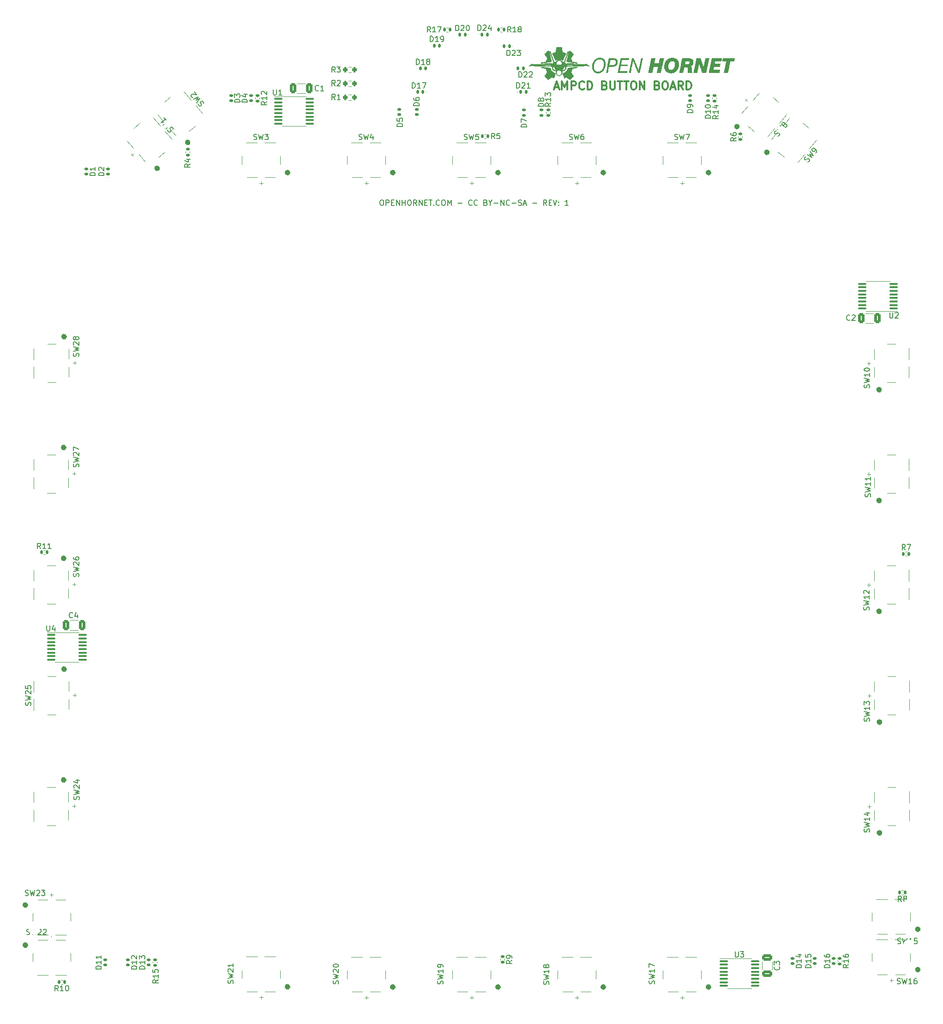
<source format=gbr>
%TF.GenerationSoftware,KiCad,Pcbnew,(6.0.9)*%
%TF.CreationDate,2023-01-21T03:06:26-09:00*%
%TF.ProjectId,AMPCD,414d5043-442e-46b6-9963-61645f706362,rev?*%
%TF.SameCoordinates,Original*%
%TF.FileFunction,Legend,Top*%
%TF.FilePolarity,Positive*%
%FSLAX46Y46*%
G04 Gerber Fmt 4.6, Leading zero omitted, Abs format (unit mm)*
G04 Created by KiCad (PCBNEW (6.0.9)) date 2023-01-21 03:06:26*
%MOMM*%
%LPD*%
G01*
G04 APERTURE LIST*
G04 Aperture macros list*
%AMRoundRect*
0 Rectangle with rounded corners*
0 $1 Rounding radius*
0 $2 $3 $4 $5 $6 $7 $8 $9 X,Y pos of 4 corners*
0 Add a 4 corners polygon primitive as box body*
4,1,4,$2,$3,$4,$5,$6,$7,$8,$9,$2,$3,0*
0 Add four circle primitives for the rounded corners*
1,1,$1+$1,$2,$3*
1,1,$1+$1,$4,$5*
1,1,$1+$1,$6,$7*
1,1,$1+$1,$8,$9*
0 Add four rect primitives between the rounded corners*
20,1,$1+$1,$2,$3,$4,$5,0*
20,1,$1+$1,$4,$5,$6,$7,0*
20,1,$1+$1,$6,$7,$8,$9,0*
20,1,$1+$1,$8,$9,$2,$3,0*%
G04 Aperture macros list end*
%ADD10C,0.300000*%
%ADD11C,0.150000*%
%ADD12C,0.120000*%
%ADD13C,0.100000*%
%ADD14C,0.010000*%
%ADD15C,2.000000*%
%ADD16C,1.524000*%
%ADD17RoundRect,0.135000X-0.185000X0.135000X-0.185000X-0.135000X0.185000X-0.135000X0.185000X0.135000X0*%
%ADD18RoundRect,0.135000X-0.135000X-0.185000X0.135000X-0.185000X0.135000X0.185000X-0.135000X0.185000X0*%
%ADD19RoundRect,0.100000X-0.637500X-0.100000X0.637500X-0.100000X0.637500X0.100000X-0.637500X0.100000X0*%
%ADD20RoundRect,0.135000X0.135000X0.185000X-0.135000X0.185000X-0.135000X-0.185000X0.135000X-0.185000X0*%
%ADD21RoundRect,0.135000X0.185000X-0.135000X0.185000X0.135000X-0.185000X0.135000X-0.185000X-0.135000X0*%
%ADD22RoundRect,0.100000X0.637500X0.100000X-0.637500X0.100000X-0.637500X-0.100000X0.637500X-0.100000X0*%
%ADD23RoundRect,0.147500X0.147500X0.172500X-0.147500X0.172500X-0.147500X-0.172500X0.147500X-0.172500X0*%
%ADD24RoundRect,0.200000X0.200000X0.275000X-0.200000X0.275000X-0.200000X-0.275000X0.200000X-0.275000X0*%
%ADD25RoundRect,0.147500X-0.147500X-0.172500X0.147500X-0.172500X0.147500X0.172500X-0.147500X0.172500X0*%
%ADD26RoundRect,0.147500X0.172500X-0.147500X0.172500X0.147500X-0.172500X0.147500X-0.172500X-0.147500X0*%
%ADD27RoundRect,0.147500X-0.172500X0.147500X-0.172500X-0.147500X0.172500X-0.147500X0.172500X0.147500X0*%
%ADD28RoundRect,0.249999X0.325001X0.650001X-0.325001X0.650001X-0.325001X-0.650001X0.325001X-0.650001X0*%
%ADD29RoundRect,0.249999X-0.325001X-0.650001X0.325001X-0.650001X0.325001X0.650001X-0.325001X0.650001X0*%
%ADD30RoundRect,0.249999X-0.650001X0.325001X-0.650001X-0.325001X0.650001X-0.325001X0.650001X0.325001X0*%
%ADD31R,1.700000X1.700000*%
%ADD32O,1.700000X1.700000*%
G04 APERTURE END LIST*
D10*
X107354147Y-12524388D02*
X108068433Y-12524388D01*
X107211290Y-12952960D02*
X107711290Y-11452960D01*
X108211290Y-12952960D01*
X108711290Y-12952960D02*
X108711290Y-11452960D01*
X109211290Y-12524388D01*
X109711290Y-11452960D01*
X109711290Y-12952960D01*
X110425576Y-12952960D02*
X110425576Y-11452960D01*
X110997004Y-11452960D01*
X111139862Y-11524388D01*
X111211290Y-11595817D01*
X111282719Y-11738674D01*
X111282719Y-11952960D01*
X111211290Y-12095817D01*
X111139862Y-12167246D01*
X110997004Y-12238674D01*
X110425576Y-12238674D01*
X112782719Y-12810103D02*
X112711290Y-12881531D01*
X112497004Y-12952960D01*
X112354147Y-12952960D01*
X112139862Y-12881531D01*
X111997004Y-12738674D01*
X111925576Y-12595817D01*
X111854147Y-12310103D01*
X111854147Y-12095817D01*
X111925576Y-11810103D01*
X111997004Y-11667246D01*
X112139862Y-11524388D01*
X112354147Y-11452960D01*
X112497004Y-11452960D01*
X112711290Y-11524388D01*
X112782719Y-11595817D01*
X113425576Y-12952960D02*
X113425576Y-11452960D01*
X113782719Y-11452960D01*
X113997004Y-11524388D01*
X114139862Y-11667246D01*
X114211290Y-11810103D01*
X114282719Y-12095817D01*
X114282719Y-12310103D01*
X114211290Y-12595817D01*
X114139862Y-12738674D01*
X113997004Y-12881531D01*
X113782719Y-12952960D01*
X113425576Y-12952960D01*
X116568433Y-12167246D02*
X116782719Y-12238674D01*
X116854147Y-12310103D01*
X116925576Y-12452960D01*
X116925576Y-12667246D01*
X116854147Y-12810103D01*
X116782719Y-12881531D01*
X116639862Y-12952960D01*
X116068433Y-12952960D01*
X116068433Y-11452960D01*
X116568433Y-11452960D01*
X116711290Y-11524388D01*
X116782719Y-11595817D01*
X116854147Y-11738674D01*
X116854147Y-11881531D01*
X116782719Y-12024388D01*
X116711290Y-12095817D01*
X116568433Y-12167246D01*
X116068433Y-12167246D01*
X117568433Y-11452960D02*
X117568433Y-12667246D01*
X117639862Y-12810103D01*
X117711290Y-12881531D01*
X117854147Y-12952960D01*
X118139862Y-12952960D01*
X118282719Y-12881531D01*
X118354147Y-12810103D01*
X118425576Y-12667246D01*
X118425576Y-11452960D01*
X118925576Y-11452960D02*
X119782719Y-11452960D01*
X119354147Y-12952960D02*
X119354147Y-11452960D01*
X120068433Y-11452960D02*
X120925576Y-11452960D01*
X120497004Y-12952960D02*
X120497004Y-11452960D01*
X121711290Y-11452960D02*
X121997004Y-11452960D01*
X122139862Y-11524388D01*
X122282719Y-11667246D01*
X122354147Y-11952960D01*
X122354147Y-12452960D01*
X122282719Y-12738674D01*
X122139862Y-12881531D01*
X121997004Y-12952960D01*
X121711290Y-12952960D01*
X121568433Y-12881531D01*
X121425576Y-12738674D01*
X121354147Y-12452960D01*
X121354147Y-11952960D01*
X121425576Y-11667246D01*
X121568433Y-11524388D01*
X121711290Y-11452960D01*
X122997004Y-12952960D02*
X122997004Y-11452960D01*
X123854147Y-12952960D01*
X123854147Y-11452960D01*
X126211290Y-12167246D02*
X126425576Y-12238674D01*
X126497004Y-12310103D01*
X126568433Y-12452960D01*
X126568433Y-12667246D01*
X126497004Y-12810103D01*
X126425576Y-12881531D01*
X126282719Y-12952960D01*
X125711290Y-12952960D01*
X125711290Y-11452960D01*
X126211290Y-11452960D01*
X126354147Y-11524388D01*
X126425576Y-11595817D01*
X126497004Y-11738674D01*
X126497004Y-11881531D01*
X126425576Y-12024388D01*
X126354147Y-12095817D01*
X126211290Y-12167246D01*
X125711290Y-12167246D01*
X127497004Y-11452960D02*
X127782719Y-11452960D01*
X127925576Y-11524388D01*
X128068433Y-11667246D01*
X128139862Y-11952960D01*
X128139862Y-12452960D01*
X128068433Y-12738674D01*
X127925576Y-12881531D01*
X127782719Y-12952960D01*
X127497004Y-12952960D01*
X127354147Y-12881531D01*
X127211290Y-12738674D01*
X127139862Y-12452960D01*
X127139862Y-11952960D01*
X127211290Y-11667246D01*
X127354147Y-11524388D01*
X127497004Y-11452960D01*
X128711290Y-12524388D02*
X129425576Y-12524388D01*
X128568433Y-12952960D02*
X129068433Y-11452960D01*
X129568433Y-12952960D01*
X130925576Y-12952960D02*
X130425576Y-12238674D01*
X130068433Y-12952960D02*
X130068433Y-11452960D01*
X130639862Y-11452960D01*
X130782719Y-11524388D01*
X130854147Y-11595817D01*
X130925576Y-11738674D01*
X130925576Y-11952960D01*
X130854147Y-12095817D01*
X130782719Y-12167246D01*
X130639862Y-12238674D01*
X130068433Y-12238674D01*
X131568433Y-12952960D02*
X131568433Y-11452960D01*
X131925576Y-11452960D01*
X132139862Y-11524388D01*
X132282719Y-11667246D01*
X132354147Y-11810103D01*
X132425576Y-12095817D01*
X132425576Y-12310103D01*
X132354147Y-12595817D01*
X132282719Y-12738674D01*
X132139862Y-12881531D01*
X131925576Y-12952960D01*
X131568433Y-12952960D01*
D11*
X75586452Y-33189769D02*
X75776928Y-33189769D01*
X75872166Y-33237388D01*
X75967404Y-33332627D01*
X76015023Y-33523103D01*
X76015023Y-33856436D01*
X75967404Y-34046912D01*
X75872166Y-34142150D01*
X75776928Y-34189769D01*
X75586452Y-34189769D01*
X75491214Y-34142150D01*
X75395976Y-34046912D01*
X75348357Y-33856436D01*
X75348357Y-33523103D01*
X75395976Y-33332627D01*
X75491214Y-33237388D01*
X75586452Y-33189769D01*
X76443595Y-34189769D02*
X76443595Y-33189769D01*
X76824547Y-33189769D01*
X76919785Y-33237388D01*
X76967404Y-33285008D01*
X77015023Y-33380246D01*
X77015023Y-33523103D01*
X76967404Y-33618341D01*
X76919785Y-33665960D01*
X76824547Y-33713579D01*
X76443595Y-33713579D01*
X77443595Y-33665960D02*
X77776928Y-33665960D01*
X77919785Y-34189769D02*
X77443595Y-34189769D01*
X77443595Y-33189769D01*
X77919785Y-33189769D01*
X78348357Y-34189769D02*
X78348357Y-33189769D01*
X78919785Y-34189769D01*
X78919785Y-33189769D01*
X79395976Y-34189769D02*
X79395976Y-33189769D01*
X79395976Y-33665960D02*
X79967404Y-33665960D01*
X79967404Y-34189769D02*
X79967404Y-33189769D01*
X80634071Y-33189769D02*
X80824547Y-33189769D01*
X80919785Y-33237388D01*
X81015023Y-33332627D01*
X81062642Y-33523103D01*
X81062642Y-33856436D01*
X81015023Y-34046912D01*
X80919785Y-34142150D01*
X80824547Y-34189769D01*
X80634071Y-34189769D01*
X80538833Y-34142150D01*
X80443595Y-34046912D01*
X80395976Y-33856436D01*
X80395976Y-33523103D01*
X80443595Y-33332627D01*
X80538833Y-33237388D01*
X80634071Y-33189769D01*
X82062642Y-34189769D02*
X81729309Y-33713579D01*
X81491214Y-34189769D02*
X81491214Y-33189769D01*
X81872166Y-33189769D01*
X81967404Y-33237388D01*
X82015023Y-33285008D01*
X82062642Y-33380246D01*
X82062642Y-33523103D01*
X82015023Y-33618341D01*
X81967404Y-33665960D01*
X81872166Y-33713579D01*
X81491214Y-33713579D01*
X82491214Y-34189769D02*
X82491214Y-33189769D01*
X83062642Y-34189769D01*
X83062642Y-33189769D01*
X83538833Y-33665960D02*
X83872166Y-33665960D01*
X84015023Y-34189769D02*
X83538833Y-34189769D01*
X83538833Y-33189769D01*
X84015023Y-33189769D01*
X84300738Y-33189769D02*
X84872166Y-33189769D01*
X84586452Y-34189769D02*
X84586452Y-33189769D01*
X85205500Y-34094531D02*
X85253119Y-34142150D01*
X85205500Y-34189769D01*
X85157881Y-34142150D01*
X85205500Y-34094531D01*
X85205500Y-34189769D01*
X86253119Y-34094531D02*
X86205500Y-34142150D01*
X86062642Y-34189769D01*
X85967404Y-34189769D01*
X85824547Y-34142150D01*
X85729309Y-34046912D01*
X85681690Y-33951674D01*
X85634071Y-33761198D01*
X85634071Y-33618341D01*
X85681690Y-33427865D01*
X85729309Y-33332627D01*
X85824547Y-33237388D01*
X85967404Y-33189769D01*
X86062642Y-33189769D01*
X86205500Y-33237388D01*
X86253119Y-33285008D01*
X86872166Y-33189769D02*
X87062642Y-33189769D01*
X87157881Y-33237388D01*
X87253119Y-33332627D01*
X87300738Y-33523103D01*
X87300738Y-33856436D01*
X87253119Y-34046912D01*
X87157881Y-34142150D01*
X87062642Y-34189769D01*
X86872166Y-34189769D01*
X86776928Y-34142150D01*
X86681690Y-34046912D01*
X86634071Y-33856436D01*
X86634071Y-33523103D01*
X86681690Y-33332627D01*
X86776928Y-33237388D01*
X86872166Y-33189769D01*
X87729309Y-34189769D02*
X87729309Y-33189769D01*
X88062642Y-33904055D01*
X88395976Y-33189769D01*
X88395976Y-34189769D01*
X89634071Y-33808817D02*
X90395976Y-33808817D01*
X92205500Y-34094531D02*
X92157881Y-34142150D01*
X92015023Y-34189769D01*
X91919785Y-34189769D01*
X91776928Y-34142150D01*
X91681690Y-34046912D01*
X91634071Y-33951674D01*
X91586452Y-33761198D01*
X91586452Y-33618341D01*
X91634071Y-33427865D01*
X91681690Y-33332627D01*
X91776928Y-33237388D01*
X91919785Y-33189769D01*
X92015023Y-33189769D01*
X92157881Y-33237388D01*
X92205500Y-33285008D01*
X93205500Y-34094531D02*
X93157881Y-34142150D01*
X93015023Y-34189769D01*
X92919785Y-34189769D01*
X92776928Y-34142150D01*
X92681690Y-34046912D01*
X92634071Y-33951674D01*
X92586452Y-33761198D01*
X92586452Y-33618341D01*
X92634071Y-33427865D01*
X92681690Y-33332627D01*
X92776928Y-33237388D01*
X92919785Y-33189769D01*
X93015023Y-33189769D01*
X93157881Y-33237388D01*
X93205500Y-33285008D01*
X94729309Y-33665960D02*
X94872166Y-33713579D01*
X94919785Y-33761198D01*
X94967404Y-33856436D01*
X94967404Y-33999293D01*
X94919785Y-34094531D01*
X94872166Y-34142150D01*
X94776928Y-34189769D01*
X94395976Y-34189769D01*
X94395976Y-33189769D01*
X94729309Y-33189769D01*
X94824547Y-33237388D01*
X94872166Y-33285008D01*
X94919785Y-33380246D01*
X94919785Y-33475484D01*
X94872166Y-33570722D01*
X94824547Y-33618341D01*
X94729309Y-33665960D01*
X94395976Y-33665960D01*
X95586452Y-33713579D02*
X95586452Y-34189769D01*
X95253119Y-33189769D02*
X95586452Y-33713579D01*
X95919785Y-33189769D01*
X96253119Y-33808817D02*
X97015023Y-33808817D01*
X97491214Y-34189769D02*
X97491214Y-33189769D01*
X98062642Y-34189769D01*
X98062642Y-33189769D01*
X99110262Y-34094531D02*
X99062642Y-34142150D01*
X98919785Y-34189769D01*
X98824547Y-34189769D01*
X98681690Y-34142150D01*
X98586452Y-34046912D01*
X98538833Y-33951674D01*
X98491214Y-33761198D01*
X98491214Y-33618341D01*
X98538833Y-33427865D01*
X98586452Y-33332627D01*
X98681690Y-33237388D01*
X98824547Y-33189769D01*
X98919785Y-33189769D01*
X99062642Y-33237388D01*
X99110262Y-33285008D01*
X99538833Y-33808817D02*
X100300738Y-33808817D01*
X100729309Y-34142150D02*
X100872166Y-34189769D01*
X101110262Y-34189769D01*
X101205500Y-34142150D01*
X101253119Y-34094531D01*
X101300738Y-33999293D01*
X101300738Y-33904055D01*
X101253119Y-33808817D01*
X101205500Y-33761198D01*
X101110262Y-33713579D01*
X100919785Y-33665960D01*
X100824547Y-33618341D01*
X100776928Y-33570722D01*
X100729309Y-33475484D01*
X100729309Y-33380246D01*
X100776928Y-33285008D01*
X100824547Y-33237388D01*
X100919785Y-33189769D01*
X101157881Y-33189769D01*
X101300738Y-33237388D01*
X101681690Y-33904055D02*
X102157881Y-33904055D01*
X101586452Y-34189769D02*
X101919785Y-33189769D01*
X102253119Y-34189769D01*
X103348357Y-33808817D02*
X104110262Y-33808817D01*
X105919785Y-34189769D02*
X105586452Y-33713579D01*
X105348357Y-34189769D02*
X105348357Y-33189769D01*
X105729309Y-33189769D01*
X105824547Y-33237388D01*
X105872166Y-33285008D01*
X105919785Y-33380246D01*
X105919785Y-33523103D01*
X105872166Y-33618341D01*
X105824547Y-33665960D01*
X105729309Y-33713579D01*
X105348357Y-33713579D01*
X106348357Y-33665960D02*
X106681690Y-33665960D01*
X106824547Y-34189769D02*
X106348357Y-34189769D01*
X106348357Y-33189769D01*
X106824547Y-33189769D01*
X107110262Y-33189769D02*
X107443595Y-34189769D01*
X107776928Y-33189769D01*
X108110262Y-34094531D02*
X108157881Y-34142150D01*
X108110262Y-34189769D01*
X108062642Y-34142150D01*
X108110262Y-34094531D01*
X108110262Y-34189769D01*
X108110262Y-33570722D02*
X108157881Y-33618341D01*
X108110262Y-33665960D01*
X108062642Y-33618341D01*
X108110262Y-33570722D01*
X108110262Y-33665960D01*
X109872166Y-34189769D02*
X109300738Y-34189769D01*
X109586452Y-34189769D02*
X109586452Y-33189769D01*
X109491214Y-33332627D01*
X109395976Y-33427865D01*
X109300738Y-33475484D01*
%TO.C,SW15*%
X170271887Y-169568480D02*
X170414744Y-169616099D01*
X170652839Y-169616099D01*
X170748077Y-169568480D01*
X170795696Y-169520861D01*
X170843315Y-169425623D01*
X170843315Y-169330385D01*
X170795696Y-169235147D01*
X170748077Y-169187528D01*
X170652839Y-169139909D01*
X170462363Y-169092290D01*
X170367125Y-169044671D01*
X170319506Y-168997052D01*
X170271887Y-168901814D01*
X170271887Y-168806576D01*
X170319506Y-168711338D01*
X170367125Y-168663718D01*
X170462363Y-168616099D01*
X170700458Y-168616099D01*
X170843315Y-168663718D01*
X171176649Y-168616099D02*
X171414744Y-169616099D01*
X171605220Y-168901814D01*
X171795696Y-169616099D01*
X172033791Y-168616099D01*
X172938553Y-169616099D02*
X172367125Y-169616099D01*
X172652839Y-169616099D02*
X172652839Y-168616099D01*
X172557601Y-168758957D01*
X172462363Y-168854195D01*
X172367125Y-168901814D01*
X173843315Y-168616099D02*
X173367125Y-168616099D01*
X173319506Y-169092290D01*
X173367125Y-169044671D01*
X173462363Y-168997052D01*
X173700458Y-168997052D01*
X173795696Y-169044671D01*
X173843315Y-169092290D01*
X173890934Y-169187528D01*
X173890934Y-169425623D01*
X173843315Y-169520861D01*
X173795696Y-169568480D01*
X173700458Y-169616099D01*
X173462363Y-169616099D01*
X173367125Y-169568480D01*
X173319506Y-169520861D01*
D12*
X168853649Y-168889861D02*
X169463172Y-168889861D01*
X169158411Y-169194623D02*
X169158411Y-168585099D01*
D11*
%TO.C,SW28*%
X20040823Y-61886712D02*
X20088442Y-61743855D01*
X20088442Y-61505760D01*
X20040823Y-61410522D01*
X19993204Y-61362903D01*
X19897966Y-61315284D01*
X19802728Y-61315284D01*
X19707490Y-61362903D01*
X19659871Y-61410522D01*
X19612252Y-61505760D01*
X19564633Y-61696236D01*
X19517014Y-61791474D01*
X19469395Y-61839093D01*
X19374157Y-61886712D01*
X19278919Y-61886712D01*
X19183681Y-61839093D01*
X19136062Y-61791474D01*
X19088442Y-61696236D01*
X19088442Y-61458141D01*
X19136062Y-61315284D01*
X19088442Y-60981950D02*
X20088442Y-60743855D01*
X19374157Y-60553379D01*
X20088442Y-60362903D01*
X19088442Y-60124808D01*
X19183681Y-59791474D02*
X19136062Y-59743855D01*
X19088442Y-59648617D01*
X19088442Y-59410522D01*
X19136062Y-59315284D01*
X19183681Y-59267665D01*
X19278919Y-59220046D01*
X19374157Y-59220046D01*
X19517014Y-59267665D01*
X20088442Y-59839093D01*
X20088442Y-59220046D01*
X19517014Y-58648617D02*
X19469395Y-58743855D01*
X19421776Y-58791474D01*
X19326538Y-58839093D01*
X19278919Y-58839093D01*
X19183681Y-58791474D01*
X19136062Y-58743855D01*
X19088442Y-58648617D01*
X19088442Y-58458141D01*
X19136062Y-58362903D01*
X19183681Y-58315284D01*
X19278919Y-58267665D01*
X19326538Y-58267665D01*
X19421776Y-58315284D01*
X19469395Y-58362903D01*
X19517014Y-58458141D01*
X19517014Y-58648617D01*
X19564633Y-58743855D01*
X19612252Y-58791474D01*
X19707490Y-58839093D01*
X19897966Y-58839093D01*
X19993204Y-58791474D01*
X20040823Y-58743855D01*
X20088442Y-58648617D01*
X20088442Y-58458141D01*
X20040823Y-58362903D01*
X19993204Y-58315284D01*
X19897966Y-58267665D01*
X19707490Y-58267665D01*
X19612252Y-58315284D01*
X19564633Y-58362903D01*
X19517014Y-58458141D01*
D12*
X19311404Y-63355750D02*
X19311404Y-62746227D01*
X19616166Y-63050988D02*
X19006642Y-63050988D01*
D11*
%TO.C,SW27*%
X20040823Y-82155912D02*
X20088442Y-82013055D01*
X20088442Y-81774960D01*
X20040823Y-81679722D01*
X19993204Y-81632103D01*
X19897966Y-81584484D01*
X19802728Y-81584484D01*
X19707490Y-81632103D01*
X19659871Y-81679722D01*
X19612252Y-81774960D01*
X19564633Y-81965436D01*
X19517014Y-82060674D01*
X19469395Y-82108293D01*
X19374157Y-82155912D01*
X19278919Y-82155912D01*
X19183681Y-82108293D01*
X19136062Y-82060674D01*
X19088442Y-81965436D01*
X19088442Y-81727341D01*
X19136062Y-81584484D01*
X19088442Y-81251150D02*
X20088442Y-81013055D01*
X19374157Y-80822579D01*
X20088442Y-80632103D01*
X19088442Y-80394008D01*
X19183681Y-80060674D02*
X19136062Y-80013055D01*
X19088442Y-79917817D01*
X19088442Y-79679722D01*
X19136062Y-79584484D01*
X19183681Y-79536865D01*
X19278919Y-79489246D01*
X19374157Y-79489246D01*
X19517014Y-79536865D01*
X20088442Y-80108293D01*
X20088442Y-79489246D01*
X19088442Y-79155912D02*
X19088442Y-78489246D01*
X20088442Y-78917817D01*
D12*
X19247904Y-83675750D02*
X19247904Y-83066227D01*
X19552666Y-83370988D02*
X18943142Y-83370988D01*
D11*
%TO.C,SW26*%
X20053523Y-102260012D02*
X20101142Y-102117155D01*
X20101142Y-101879060D01*
X20053523Y-101783822D01*
X20005904Y-101736203D01*
X19910666Y-101688584D01*
X19815428Y-101688584D01*
X19720190Y-101736203D01*
X19672571Y-101783822D01*
X19624952Y-101879060D01*
X19577333Y-102069536D01*
X19529714Y-102164774D01*
X19482095Y-102212393D01*
X19386857Y-102260012D01*
X19291619Y-102260012D01*
X19196381Y-102212393D01*
X19148762Y-102164774D01*
X19101142Y-102069536D01*
X19101142Y-101831441D01*
X19148762Y-101688584D01*
X19101142Y-101355250D02*
X20101142Y-101117155D01*
X19386857Y-100926679D01*
X20101142Y-100736203D01*
X19101142Y-100498108D01*
X19196381Y-100164774D02*
X19148762Y-100117155D01*
X19101142Y-100021917D01*
X19101142Y-99783822D01*
X19148762Y-99688584D01*
X19196381Y-99640965D01*
X19291619Y-99593346D01*
X19386857Y-99593346D01*
X19529714Y-99640965D01*
X20101142Y-100212393D01*
X20101142Y-99593346D01*
X19101142Y-98736203D02*
X19101142Y-98926679D01*
X19148762Y-99021917D01*
X19196381Y-99069536D01*
X19339238Y-99164774D01*
X19529714Y-99212393D01*
X19910666Y-99212393D01*
X20005904Y-99164774D01*
X20053523Y-99117155D01*
X20101142Y-99021917D01*
X20101142Y-98831441D01*
X20053523Y-98736203D01*
X20005904Y-98688584D01*
X19910666Y-98640965D01*
X19672571Y-98640965D01*
X19577333Y-98688584D01*
X19529714Y-98736203D01*
X19482095Y-98831441D01*
X19482095Y-99021917D01*
X19529714Y-99117155D01*
X19577333Y-99164774D01*
X19672571Y-99212393D01*
D12*
X19247904Y-103995750D02*
X19247904Y-103386227D01*
X19552666Y-103690988D02*
X18943142Y-103690988D01*
D11*
%TO.C,SW25*%
X11259023Y-125870512D02*
X11306642Y-125727655D01*
X11306642Y-125489560D01*
X11259023Y-125394322D01*
X11211404Y-125346703D01*
X11116166Y-125299084D01*
X11020928Y-125299084D01*
X10925690Y-125346703D01*
X10878071Y-125394322D01*
X10830452Y-125489560D01*
X10782833Y-125680036D01*
X10735214Y-125775274D01*
X10687595Y-125822893D01*
X10592357Y-125870512D01*
X10497119Y-125870512D01*
X10401881Y-125822893D01*
X10354262Y-125775274D01*
X10306642Y-125680036D01*
X10306642Y-125441941D01*
X10354262Y-125299084D01*
X10306642Y-124965750D02*
X11306642Y-124727655D01*
X10592357Y-124537179D01*
X11306642Y-124346703D01*
X10306642Y-124108608D01*
X10401881Y-123775274D02*
X10354262Y-123727655D01*
X10306642Y-123632417D01*
X10306642Y-123394322D01*
X10354262Y-123299084D01*
X10401881Y-123251465D01*
X10497119Y-123203846D01*
X10592357Y-123203846D01*
X10735214Y-123251465D01*
X11306642Y-123822893D01*
X11306642Y-123203846D01*
X10306642Y-122299084D02*
X10306642Y-122775274D01*
X10782833Y-122822893D01*
X10735214Y-122775274D01*
X10687595Y-122680036D01*
X10687595Y-122441941D01*
X10735214Y-122346703D01*
X10782833Y-122299084D01*
X10878071Y-122251465D01*
X11116166Y-122251465D01*
X11211404Y-122299084D01*
X11259023Y-122346703D01*
X11306642Y-122441941D01*
X11306642Y-122680036D01*
X11259023Y-122775274D01*
X11211404Y-122822893D01*
D12*
X19311404Y-124315750D02*
X19311404Y-123706227D01*
X19616166Y-124010988D02*
X19006642Y-124010988D01*
D11*
%TO.C,SW24*%
X20117023Y-143154012D02*
X20164642Y-143011155D01*
X20164642Y-142773060D01*
X20117023Y-142677822D01*
X20069404Y-142630203D01*
X19974166Y-142582584D01*
X19878928Y-142582584D01*
X19783690Y-142630203D01*
X19736071Y-142677822D01*
X19688452Y-142773060D01*
X19640833Y-142963536D01*
X19593214Y-143058774D01*
X19545595Y-143106393D01*
X19450357Y-143154012D01*
X19355119Y-143154012D01*
X19259881Y-143106393D01*
X19212262Y-143058774D01*
X19164642Y-142963536D01*
X19164642Y-142725441D01*
X19212262Y-142582584D01*
X19164642Y-142249250D02*
X20164642Y-142011155D01*
X19450357Y-141820679D01*
X20164642Y-141630203D01*
X19164642Y-141392108D01*
X19259881Y-141058774D02*
X19212262Y-141011155D01*
X19164642Y-140915917D01*
X19164642Y-140677822D01*
X19212262Y-140582584D01*
X19259881Y-140534965D01*
X19355119Y-140487346D01*
X19450357Y-140487346D01*
X19593214Y-140534965D01*
X20164642Y-141106393D01*
X20164642Y-140487346D01*
X19497976Y-139630203D02*
X20164642Y-139630203D01*
X19117023Y-139868298D02*
X19831309Y-140106393D01*
X19831309Y-139487346D01*
D12*
X19247904Y-144635750D02*
X19247904Y-144026227D01*
X19552666Y-144330988D02*
X18943142Y-144330988D01*
D11*
%TO.C,SW23*%
X10262387Y-160719980D02*
X10405244Y-160767599D01*
X10643339Y-160767599D01*
X10738577Y-160719980D01*
X10786196Y-160672361D01*
X10833815Y-160577123D01*
X10833815Y-160481885D01*
X10786196Y-160386647D01*
X10738577Y-160339028D01*
X10643339Y-160291409D01*
X10452863Y-160243790D01*
X10357625Y-160196171D01*
X10310006Y-160148552D01*
X10262387Y-160053314D01*
X10262387Y-159958076D01*
X10310006Y-159862838D01*
X10357625Y-159815218D01*
X10452863Y-159767599D01*
X10690958Y-159767599D01*
X10833815Y-159815218D01*
X11167149Y-159767599D02*
X11405244Y-160767599D01*
X11595720Y-160053314D01*
X11786196Y-160767599D01*
X12024291Y-159767599D01*
X12357625Y-159862838D02*
X12405244Y-159815218D01*
X12500482Y-159767599D01*
X12738577Y-159767599D01*
X12833815Y-159815218D01*
X12881434Y-159862838D01*
X12929053Y-159958076D01*
X12929053Y-160053314D01*
X12881434Y-160196171D01*
X12310006Y-160767599D01*
X12929053Y-160767599D01*
X13262387Y-159767599D02*
X13881434Y-159767599D01*
X13548101Y-160148552D01*
X13690958Y-160148552D01*
X13786196Y-160196171D01*
X13833815Y-160243790D01*
X13881434Y-160339028D01*
X13881434Y-160577123D01*
X13833815Y-160672361D01*
X13786196Y-160719980D01*
X13690958Y-160767599D01*
X13405244Y-160767599D01*
X13310006Y-160719980D01*
X13262387Y-160672361D01*
D12*
X14753649Y-160639861D02*
X15363172Y-160639861D01*
X15058411Y-160944623D02*
X15058411Y-160335099D01*
D11*
%TO.C,SW22*%
X10516387Y-167879480D02*
X10659244Y-167927099D01*
X10897339Y-167927099D01*
X10992577Y-167879480D01*
X11040196Y-167831861D01*
X11087815Y-167736623D01*
X11087815Y-167641385D01*
X11040196Y-167546147D01*
X10992577Y-167498528D01*
X10897339Y-167450909D01*
X10706863Y-167403290D01*
X10611625Y-167355671D01*
X10564006Y-167308052D01*
X10516387Y-167212814D01*
X10516387Y-167117576D01*
X10564006Y-167022338D01*
X10611625Y-166974718D01*
X10706863Y-166927099D01*
X10944958Y-166927099D01*
X11087815Y-166974718D01*
X11421149Y-166927099D02*
X11659244Y-167927099D01*
X11849720Y-167212814D01*
X12040196Y-167927099D01*
X12278291Y-166927099D01*
X12611625Y-167022338D02*
X12659244Y-166974718D01*
X12754482Y-166927099D01*
X12992577Y-166927099D01*
X13087815Y-166974718D01*
X13135434Y-167022338D01*
X13183053Y-167117576D01*
X13183053Y-167212814D01*
X13135434Y-167355671D01*
X12564006Y-167927099D01*
X13183053Y-167927099D01*
X13564006Y-167022338D02*
X13611625Y-166974718D01*
X13706863Y-166927099D01*
X13944958Y-166927099D01*
X14040196Y-166974718D01*
X14087815Y-167022338D01*
X14135434Y-167117576D01*
X14135434Y-167212814D01*
X14087815Y-167355671D01*
X13516387Y-167927099D01*
X14135434Y-167927099D01*
D12*
X14753649Y-167989861D02*
X15363172Y-167989861D01*
X15058411Y-168294623D02*
X15058411Y-167685099D01*
D11*
%TO.C,SW21*%
X48374523Y-176872512D02*
X48422142Y-176729655D01*
X48422142Y-176491560D01*
X48374523Y-176396322D01*
X48326904Y-176348703D01*
X48231666Y-176301084D01*
X48136428Y-176301084D01*
X48041190Y-176348703D01*
X47993571Y-176396322D01*
X47945952Y-176491560D01*
X47898333Y-176682036D01*
X47850714Y-176777274D01*
X47803095Y-176824893D01*
X47707857Y-176872512D01*
X47612619Y-176872512D01*
X47517381Y-176824893D01*
X47469762Y-176777274D01*
X47422142Y-176682036D01*
X47422142Y-176443941D01*
X47469762Y-176301084D01*
X47422142Y-175967750D02*
X48422142Y-175729655D01*
X47707857Y-175539179D01*
X48422142Y-175348703D01*
X47422142Y-175110608D01*
X47517381Y-174777274D02*
X47469762Y-174729655D01*
X47422142Y-174634417D01*
X47422142Y-174396322D01*
X47469762Y-174301084D01*
X47517381Y-174253465D01*
X47612619Y-174205846D01*
X47707857Y-174205846D01*
X47850714Y-174253465D01*
X48422142Y-174824893D01*
X48422142Y-174205846D01*
X48422142Y-173253465D02*
X48422142Y-173824893D01*
X48422142Y-173539179D02*
X47422142Y-173539179D01*
X47565000Y-173634417D01*
X47660238Y-173729655D01*
X47707857Y-173824893D01*
D12*
X53251000Y-179424631D02*
X53860523Y-179424631D01*
X53555762Y-179729393D02*
X53555762Y-179119869D01*
D11*
%TO.C,SW20*%
X67678523Y-176936012D02*
X67726142Y-176793155D01*
X67726142Y-176555060D01*
X67678523Y-176459822D01*
X67630904Y-176412203D01*
X67535666Y-176364584D01*
X67440428Y-176364584D01*
X67345190Y-176412203D01*
X67297571Y-176459822D01*
X67249952Y-176555060D01*
X67202333Y-176745536D01*
X67154714Y-176840774D01*
X67107095Y-176888393D01*
X67011857Y-176936012D01*
X66916619Y-176936012D01*
X66821381Y-176888393D01*
X66773762Y-176840774D01*
X66726142Y-176745536D01*
X66726142Y-176507441D01*
X66773762Y-176364584D01*
X66726142Y-176031250D02*
X67726142Y-175793155D01*
X67011857Y-175602679D01*
X67726142Y-175412203D01*
X66726142Y-175174108D01*
X66821381Y-174840774D02*
X66773762Y-174793155D01*
X66726142Y-174697917D01*
X66726142Y-174459822D01*
X66773762Y-174364584D01*
X66821381Y-174316965D01*
X66916619Y-174269346D01*
X67011857Y-174269346D01*
X67154714Y-174316965D01*
X67726142Y-174888393D01*
X67726142Y-174269346D01*
X66726142Y-173650298D02*
X66726142Y-173555060D01*
X66773762Y-173459822D01*
X66821381Y-173412203D01*
X66916619Y-173364584D01*
X67107095Y-173316965D01*
X67345190Y-173316965D01*
X67535666Y-173364584D01*
X67630904Y-173412203D01*
X67678523Y-173459822D01*
X67726142Y-173555060D01*
X67726142Y-173650298D01*
X67678523Y-173745536D01*
X67630904Y-173793155D01*
X67535666Y-173840774D01*
X67345190Y-173888393D01*
X67107095Y-173888393D01*
X66916619Y-173840774D01*
X66821381Y-173793155D01*
X66773762Y-173745536D01*
X66726142Y-173650298D01*
D12*
X72555000Y-179488131D02*
X73164523Y-179488131D01*
X72859762Y-179792893D02*
X72859762Y-179183369D01*
D11*
%TO.C,SW19*%
X86855523Y-176999512D02*
X86903142Y-176856655D01*
X86903142Y-176618560D01*
X86855523Y-176523322D01*
X86807904Y-176475703D01*
X86712666Y-176428084D01*
X86617428Y-176428084D01*
X86522190Y-176475703D01*
X86474571Y-176523322D01*
X86426952Y-176618560D01*
X86379333Y-176809036D01*
X86331714Y-176904274D01*
X86284095Y-176951893D01*
X86188857Y-176999512D01*
X86093619Y-176999512D01*
X85998381Y-176951893D01*
X85950762Y-176904274D01*
X85903142Y-176809036D01*
X85903142Y-176570941D01*
X85950762Y-176428084D01*
X85903142Y-176094750D02*
X86903142Y-175856655D01*
X86188857Y-175666179D01*
X86903142Y-175475703D01*
X85903142Y-175237608D01*
X86903142Y-174332846D02*
X86903142Y-174904274D01*
X86903142Y-174618560D02*
X85903142Y-174618560D01*
X86046000Y-174713798D01*
X86141238Y-174809036D01*
X86188857Y-174904274D01*
X86903142Y-173856655D02*
X86903142Y-173666179D01*
X86855523Y-173570941D01*
X86807904Y-173523322D01*
X86665047Y-173428084D01*
X86474571Y-173380465D01*
X86093619Y-173380465D01*
X85998381Y-173428084D01*
X85950762Y-173475703D01*
X85903142Y-173570941D01*
X85903142Y-173761417D01*
X85950762Y-173856655D01*
X85998381Y-173904274D01*
X86093619Y-173951893D01*
X86331714Y-173951893D01*
X86426952Y-173904274D01*
X86474571Y-173856655D01*
X86522190Y-173761417D01*
X86522190Y-173570941D01*
X86474571Y-173475703D01*
X86426952Y-173428084D01*
X86331714Y-173380465D01*
D12*
X91859000Y-179488131D02*
X92468523Y-179488131D01*
X92163762Y-179792893D02*
X92163762Y-179183369D01*
D11*
%TO.C,SW18*%
X106286523Y-177063012D02*
X106334142Y-176920155D01*
X106334142Y-176682060D01*
X106286523Y-176586822D01*
X106238904Y-176539203D01*
X106143666Y-176491584D01*
X106048428Y-176491584D01*
X105953190Y-176539203D01*
X105905571Y-176586822D01*
X105857952Y-176682060D01*
X105810333Y-176872536D01*
X105762714Y-176967774D01*
X105715095Y-177015393D01*
X105619857Y-177063012D01*
X105524619Y-177063012D01*
X105429381Y-177015393D01*
X105381762Y-176967774D01*
X105334142Y-176872536D01*
X105334142Y-176634441D01*
X105381762Y-176491584D01*
X105334142Y-176158250D02*
X106334142Y-175920155D01*
X105619857Y-175729679D01*
X106334142Y-175539203D01*
X105334142Y-175301108D01*
X106334142Y-174396346D02*
X106334142Y-174967774D01*
X106334142Y-174682060D02*
X105334142Y-174682060D01*
X105477000Y-174777298D01*
X105572238Y-174872536D01*
X105619857Y-174967774D01*
X105762714Y-173824917D02*
X105715095Y-173920155D01*
X105667476Y-173967774D01*
X105572238Y-174015393D01*
X105524619Y-174015393D01*
X105429381Y-173967774D01*
X105381762Y-173920155D01*
X105334142Y-173824917D01*
X105334142Y-173634441D01*
X105381762Y-173539203D01*
X105429381Y-173491584D01*
X105524619Y-173443965D01*
X105572238Y-173443965D01*
X105667476Y-173491584D01*
X105715095Y-173539203D01*
X105762714Y-173634441D01*
X105762714Y-173824917D01*
X105810333Y-173920155D01*
X105857952Y-173967774D01*
X105953190Y-174015393D01*
X106143666Y-174015393D01*
X106238904Y-173967774D01*
X106286523Y-173920155D01*
X106334142Y-173824917D01*
X106334142Y-173634441D01*
X106286523Y-173539203D01*
X106238904Y-173491584D01*
X106143666Y-173443965D01*
X105953190Y-173443965D01*
X105857952Y-173491584D01*
X105810333Y-173539203D01*
X105762714Y-173634441D01*
D12*
X111163000Y-179488131D02*
X111772523Y-179488131D01*
X111467762Y-179792893D02*
X111467762Y-179183369D01*
D11*
%TO.C,SW17*%
X125654023Y-176936012D02*
X125701642Y-176793155D01*
X125701642Y-176555060D01*
X125654023Y-176459822D01*
X125606404Y-176412203D01*
X125511166Y-176364584D01*
X125415928Y-176364584D01*
X125320690Y-176412203D01*
X125273071Y-176459822D01*
X125225452Y-176555060D01*
X125177833Y-176745536D01*
X125130214Y-176840774D01*
X125082595Y-176888393D01*
X124987357Y-176936012D01*
X124892119Y-176936012D01*
X124796881Y-176888393D01*
X124749262Y-176840774D01*
X124701642Y-176745536D01*
X124701642Y-176507441D01*
X124749262Y-176364584D01*
X124701642Y-176031250D02*
X125701642Y-175793155D01*
X124987357Y-175602679D01*
X125701642Y-175412203D01*
X124701642Y-175174108D01*
X125701642Y-174269346D02*
X125701642Y-174840774D01*
X125701642Y-174555060D02*
X124701642Y-174555060D01*
X124844500Y-174650298D01*
X124939738Y-174745536D01*
X124987357Y-174840774D01*
X124701642Y-173936012D02*
X124701642Y-173269346D01*
X125701642Y-173697917D01*
D12*
X130467000Y-179488131D02*
X131076523Y-179488131D01*
X130771762Y-179792893D02*
X130771762Y-179183369D01*
D11*
%TO.C,SW16*%
X170208387Y-176904980D02*
X170351244Y-176952599D01*
X170589339Y-176952599D01*
X170684577Y-176904980D01*
X170732196Y-176857361D01*
X170779815Y-176762123D01*
X170779815Y-176666885D01*
X170732196Y-176571647D01*
X170684577Y-176524028D01*
X170589339Y-176476409D01*
X170398863Y-176428790D01*
X170303625Y-176381171D01*
X170256006Y-176333552D01*
X170208387Y-176238314D01*
X170208387Y-176143076D01*
X170256006Y-176047838D01*
X170303625Y-176000218D01*
X170398863Y-175952599D01*
X170636958Y-175952599D01*
X170779815Y-176000218D01*
X171113149Y-175952599D02*
X171351244Y-176952599D01*
X171541720Y-176238314D01*
X171732196Y-176952599D01*
X171970291Y-175952599D01*
X172875053Y-176952599D02*
X172303625Y-176952599D01*
X172589339Y-176952599D02*
X172589339Y-175952599D01*
X172494101Y-176095457D01*
X172398863Y-176190695D01*
X172303625Y-176238314D01*
X173732196Y-175952599D02*
X173541720Y-175952599D01*
X173446482Y-176000218D01*
X173398863Y-176047838D01*
X173303625Y-176190695D01*
X173256006Y-176381171D01*
X173256006Y-176762123D01*
X173303625Y-176857361D01*
X173351244Y-176904980D01*
X173446482Y-176952599D01*
X173636958Y-176952599D01*
X173732196Y-176904980D01*
X173779815Y-176857361D01*
X173827434Y-176762123D01*
X173827434Y-176524028D01*
X173779815Y-176428790D01*
X173732196Y-176381171D01*
X173636958Y-176333552D01*
X173446482Y-176333552D01*
X173351244Y-176381171D01*
X173303625Y-176428790D01*
X173256006Y-176524028D01*
D12*
X168853649Y-176289861D02*
X169463172Y-176289861D01*
X169158411Y-176594623D02*
X169158411Y-175985099D01*
D11*
%TO.C,SW14*%
X165087523Y-149123012D02*
X165135142Y-148980155D01*
X165135142Y-148742060D01*
X165087523Y-148646822D01*
X165039904Y-148599203D01*
X164944666Y-148551584D01*
X164849428Y-148551584D01*
X164754190Y-148599203D01*
X164706571Y-148646822D01*
X164658952Y-148742060D01*
X164611333Y-148932536D01*
X164563714Y-149027774D01*
X164516095Y-149075393D01*
X164420857Y-149123012D01*
X164325619Y-149123012D01*
X164230381Y-149075393D01*
X164182762Y-149027774D01*
X164135142Y-148932536D01*
X164135142Y-148694441D01*
X164182762Y-148551584D01*
X164135142Y-148218250D02*
X165135142Y-147980155D01*
X164420857Y-147789679D01*
X165135142Y-147599203D01*
X164135142Y-147361108D01*
X165135142Y-146456346D02*
X165135142Y-147027774D01*
X165135142Y-146742060D02*
X164135142Y-146742060D01*
X164278000Y-146837298D01*
X164373238Y-146932536D01*
X164420857Y-147027774D01*
X164468476Y-145599203D02*
X165135142Y-145599203D01*
X164087523Y-145837298D02*
X164801809Y-146075393D01*
X164801809Y-145456346D01*
D12*
X165070904Y-144758750D02*
X165070904Y-144149227D01*
X165375666Y-144453988D02*
X164766142Y-144453988D01*
D11*
%TO.C,SW13*%
X165087523Y-128803012D02*
X165135142Y-128660155D01*
X165135142Y-128422060D01*
X165087523Y-128326822D01*
X165039904Y-128279203D01*
X164944666Y-128231584D01*
X164849428Y-128231584D01*
X164754190Y-128279203D01*
X164706571Y-128326822D01*
X164658952Y-128422060D01*
X164611333Y-128612536D01*
X164563714Y-128707774D01*
X164516095Y-128755393D01*
X164420857Y-128803012D01*
X164325619Y-128803012D01*
X164230381Y-128755393D01*
X164182762Y-128707774D01*
X164135142Y-128612536D01*
X164135142Y-128374441D01*
X164182762Y-128231584D01*
X164135142Y-127898250D02*
X165135142Y-127660155D01*
X164420857Y-127469679D01*
X165135142Y-127279203D01*
X164135142Y-127041108D01*
X165135142Y-126136346D02*
X165135142Y-126707774D01*
X165135142Y-126422060D02*
X164135142Y-126422060D01*
X164278000Y-126517298D01*
X164373238Y-126612536D01*
X164420857Y-126707774D01*
X164135142Y-125803012D02*
X164135142Y-125183965D01*
X164516095Y-125517298D01*
X164516095Y-125374441D01*
X164563714Y-125279203D01*
X164611333Y-125231584D01*
X164706571Y-125183965D01*
X164944666Y-125183965D01*
X165039904Y-125231584D01*
X165087523Y-125279203D01*
X165135142Y-125374441D01*
X165135142Y-125660155D01*
X165087523Y-125755393D01*
X165039904Y-125803012D01*
D12*
X165070904Y-124438750D02*
X165070904Y-123829227D01*
X165375666Y-124133988D02*
X164766142Y-124133988D01*
D11*
%TO.C,SW12*%
X165024023Y-108419512D02*
X165071642Y-108276655D01*
X165071642Y-108038560D01*
X165024023Y-107943322D01*
X164976404Y-107895703D01*
X164881166Y-107848084D01*
X164785928Y-107848084D01*
X164690690Y-107895703D01*
X164643071Y-107943322D01*
X164595452Y-108038560D01*
X164547833Y-108229036D01*
X164500214Y-108324274D01*
X164452595Y-108371893D01*
X164357357Y-108419512D01*
X164262119Y-108419512D01*
X164166881Y-108371893D01*
X164119262Y-108324274D01*
X164071642Y-108229036D01*
X164071642Y-107990941D01*
X164119262Y-107848084D01*
X164071642Y-107514750D02*
X165071642Y-107276655D01*
X164357357Y-107086179D01*
X165071642Y-106895703D01*
X164071642Y-106657608D01*
X165071642Y-105752846D02*
X165071642Y-106324274D01*
X165071642Y-106038560D02*
X164071642Y-106038560D01*
X164214500Y-106133798D01*
X164309738Y-106229036D01*
X164357357Y-106324274D01*
X164166881Y-105371893D02*
X164119262Y-105324274D01*
X164071642Y-105229036D01*
X164071642Y-104990941D01*
X164119262Y-104895703D01*
X164166881Y-104848084D01*
X164262119Y-104800465D01*
X164357357Y-104800465D01*
X164500214Y-104848084D01*
X165071642Y-105419512D01*
X165071642Y-104800465D01*
D12*
X165007404Y-104118750D02*
X165007404Y-103509227D01*
X165312166Y-103813988D02*
X164702642Y-103813988D01*
D11*
%TO.C,SW11*%
X165278023Y-87655012D02*
X165325642Y-87512155D01*
X165325642Y-87274060D01*
X165278023Y-87178822D01*
X165230404Y-87131203D01*
X165135166Y-87083584D01*
X165039928Y-87083584D01*
X164944690Y-87131203D01*
X164897071Y-87178822D01*
X164849452Y-87274060D01*
X164801833Y-87464536D01*
X164754214Y-87559774D01*
X164706595Y-87607393D01*
X164611357Y-87655012D01*
X164516119Y-87655012D01*
X164420881Y-87607393D01*
X164373262Y-87559774D01*
X164325642Y-87464536D01*
X164325642Y-87226441D01*
X164373262Y-87083584D01*
X164325642Y-86750250D02*
X165325642Y-86512155D01*
X164611357Y-86321679D01*
X165325642Y-86131203D01*
X164325642Y-85893108D01*
X165325642Y-84988346D02*
X165325642Y-85559774D01*
X165325642Y-85274060D02*
X164325642Y-85274060D01*
X164468500Y-85369298D01*
X164563738Y-85464536D01*
X164611357Y-85559774D01*
X165325642Y-84035965D02*
X165325642Y-84607393D01*
X165325642Y-84321679D02*
X164325642Y-84321679D01*
X164468500Y-84416917D01*
X164563738Y-84512155D01*
X164611357Y-84607393D01*
D12*
X165007404Y-83798750D02*
X165007404Y-83189227D01*
X165312166Y-83493988D02*
X164702642Y-83493988D01*
D11*
%TO.C,SW10*%
X165087523Y-67652512D02*
X165135142Y-67509655D01*
X165135142Y-67271560D01*
X165087523Y-67176322D01*
X165039904Y-67128703D01*
X164944666Y-67081084D01*
X164849428Y-67081084D01*
X164754190Y-67128703D01*
X164706571Y-67176322D01*
X164658952Y-67271560D01*
X164611333Y-67462036D01*
X164563714Y-67557274D01*
X164516095Y-67604893D01*
X164420857Y-67652512D01*
X164325619Y-67652512D01*
X164230381Y-67604893D01*
X164182762Y-67557274D01*
X164135142Y-67462036D01*
X164135142Y-67223941D01*
X164182762Y-67081084D01*
X164135142Y-66747750D02*
X165135142Y-66509655D01*
X164420857Y-66319179D01*
X165135142Y-66128703D01*
X164135142Y-65890608D01*
X165135142Y-64985846D02*
X165135142Y-65557274D01*
X165135142Y-65271560D02*
X164135142Y-65271560D01*
X164278000Y-65366798D01*
X164373238Y-65462036D01*
X164420857Y-65557274D01*
X164135142Y-64366798D02*
X164135142Y-64271560D01*
X164182762Y-64176322D01*
X164230381Y-64128703D01*
X164325619Y-64081084D01*
X164516095Y-64033465D01*
X164754190Y-64033465D01*
X164944666Y-64081084D01*
X165039904Y-64128703D01*
X165087523Y-64176322D01*
X165135142Y-64271560D01*
X165135142Y-64366798D01*
X165087523Y-64462036D01*
X165039904Y-64509655D01*
X164944666Y-64557274D01*
X164754190Y-64604893D01*
X164516095Y-64604893D01*
X164325619Y-64557274D01*
X164230381Y-64509655D01*
X164182762Y-64462036D01*
X164135142Y-64366798D01*
D12*
X165007404Y-63478750D02*
X165007404Y-62869227D01*
X165312166Y-63173988D02*
X164702642Y-63173988D01*
D11*
%TO.C,SW9*%
X153819179Y-26231676D02*
X153948032Y-26153748D01*
X154102346Y-25972429D01*
X154127808Y-25869039D01*
X154122407Y-25801912D01*
X154080742Y-25703923D01*
X154008215Y-25642197D01*
X153904825Y-25616735D01*
X153837698Y-25622136D01*
X153739709Y-25663801D01*
X153579993Y-25777993D01*
X153482004Y-25819657D01*
X153414877Y-25825058D01*
X153311487Y-25799596D01*
X153238960Y-25737871D01*
X153197295Y-25639881D01*
X153191894Y-25572755D01*
X153217356Y-25469364D01*
X153371670Y-25288046D01*
X153500523Y-25210117D01*
X153680299Y-24925408D02*
X154596152Y-25392210D01*
X154175647Y-24784212D01*
X154843054Y-25102100D01*
X154235830Y-24272661D01*
X155275134Y-24594407D02*
X155398586Y-24449353D01*
X155424048Y-24345962D01*
X155418647Y-24278836D01*
X155371581Y-24113720D01*
X155257389Y-23954005D01*
X154967279Y-23707102D01*
X154863889Y-23681640D01*
X154796763Y-23687041D01*
X154698773Y-23728705D01*
X154575322Y-23873760D01*
X154549860Y-23977150D01*
X154555261Y-24044277D01*
X154596925Y-24142266D01*
X154778244Y-24296581D01*
X154881634Y-24322043D01*
X154948761Y-24316642D01*
X155046750Y-24274977D01*
X155170202Y-24129922D01*
X155195664Y-24026532D01*
X155190263Y-23959405D01*
X155148598Y-23861416D01*
D12*
X147791764Y-19816951D02*
X148186808Y-19352775D01*
X148221374Y-19782385D02*
X147757198Y-19387341D01*
D11*
%TO.C,SW8*%
X148319179Y-21531676D02*
X148448032Y-21453748D01*
X148602346Y-21272429D01*
X148627808Y-21169039D01*
X148622407Y-21101912D01*
X148580742Y-21003923D01*
X148508215Y-20942197D01*
X148404825Y-20916735D01*
X148337698Y-20922136D01*
X148239709Y-20963801D01*
X148079993Y-21077993D01*
X147982004Y-21119657D01*
X147914877Y-21125058D01*
X147811487Y-21099596D01*
X147738960Y-21037871D01*
X147697295Y-20939881D01*
X147691894Y-20872755D01*
X147717356Y-20769364D01*
X147871670Y-20588046D01*
X148000523Y-20510117D01*
X148180299Y-20225408D02*
X149096152Y-20692210D01*
X148675647Y-20084212D01*
X149343054Y-20402100D01*
X148735830Y-19572661D01*
X149401695Y-19451526D02*
X149303706Y-19493190D01*
X149236579Y-19498591D01*
X149133189Y-19473129D01*
X149096925Y-19442266D01*
X149055261Y-19344277D01*
X149049860Y-19277150D01*
X149075322Y-19173760D01*
X149198773Y-19028705D01*
X149296763Y-18987041D01*
X149363889Y-18981640D01*
X149467279Y-19007102D01*
X149503543Y-19037965D01*
X149545208Y-19135954D01*
X149550609Y-19203081D01*
X149525147Y-19306471D01*
X149401695Y-19451526D01*
X149376233Y-19554916D01*
X149381634Y-19622043D01*
X149423299Y-19720032D01*
X149568354Y-19843484D01*
X149671744Y-19868946D01*
X149738871Y-19863545D01*
X149836860Y-19821880D01*
X149960311Y-19676825D01*
X149985773Y-19573435D01*
X149980372Y-19506308D01*
X149938708Y-19408319D01*
X149793653Y-19284867D01*
X149690263Y-19259405D01*
X149623136Y-19264806D01*
X149525147Y-19306471D01*
D12*
X142291764Y-15116951D02*
X142686808Y-14652775D01*
X142721374Y-15082385D02*
X142257198Y-14687341D01*
D11*
%TO.C,SW7*%
X129388428Y-22083750D02*
X129531285Y-22131369D01*
X129769381Y-22131369D01*
X129864619Y-22083750D01*
X129912238Y-22036131D01*
X129959857Y-21940893D01*
X129959857Y-21845655D01*
X129912238Y-21750417D01*
X129864619Y-21702798D01*
X129769381Y-21655179D01*
X129578904Y-21607560D01*
X129483666Y-21559941D01*
X129436047Y-21512322D01*
X129388428Y-21417084D01*
X129388428Y-21321846D01*
X129436047Y-21226608D01*
X129483666Y-21178988D01*
X129578904Y-21131369D01*
X129817000Y-21131369D01*
X129959857Y-21178988D01*
X130293190Y-21131369D02*
X130531285Y-22131369D01*
X130721762Y-21417084D01*
X130912238Y-22131369D01*
X131150333Y-21131369D01*
X131436047Y-21131369D02*
X132102714Y-21131369D01*
X131674142Y-22131369D01*
D12*
X130467000Y-30136131D02*
X131076523Y-30136131D01*
X130771762Y-30440893D02*
X130771762Y-29831369D01*
D11*
%TO.C,SW6*%
X110084428Y-22083750D02*
X110227285Y-22131369D01*
X110465381Y-22131369D01*
X110560619Y-22083750D01*
X110608238Y-22036131D01*
X110655857Y-21940893D01*
X110655857Y-21845655D01*
X110608238Y-21750417D01*
X110560619Y-21702798D01*
X110465381Y-21655179D01*
X110274904Y-21607560D01*
X110179666Y-21559941D01*
X110132047Y-21512322D01*
X110084428Y-21417084D01*
X110084428Y-21321846D01*
X110132047Y-21226608D01*
X110179666Y-21178988D01*
X110274904Y-21131369D01*
X110513000Y-21131369D01*
X110655857Y-21178988D01*
X110989190Y-21131369D02*
X111227285Y-22131369D01*
X111417762Y-21417084D01*
X111608238Y-22131369D01*
X111846333Y-21131369D01*
X112655857Y-21131369D02*
X112465381Y-21131369D01*
X112370142Y-21178988D01*
X112322523Y-21226608D01*
X112227285Y-21369465D01*
X112179666Y-21559941D01*
X112179666Y-21940893D01*
X112227285Y-22036131D01*
X112274904Y-22083750D01*
X112370142Y-22131369D01*
X112560619Y-22131369D01*
X112655857Y-22083750D01*
X112703476Y-22036131D01*
X112751095Y-21940893D01*
X112751095Y-21702798D01*
X112703476Y-21607560D01*
X112655857Y-21559941D01*
X112560619Y-21512322D01*
X112370142Y-21512322D01*
X112274904Y-21559941D01*
X112227285Y-21607560D01*
X112179666Y-21702798D01*
D12*
X111163000Y-30136131D02*
X111772523Y-30136131D01*
X111467762Y-30440893D02*
X111467762Y-29831369D01*
D11*
%TO.C,SW5*%
X90780428Y-22083750D02*
X90923285Y-22131369D01*
X91161381Y-22131369D01*
X91256619Y-22083750D01*
X91304238Y-22036131D01*
X91351857Y-21940893D01*
X91351857Y-21845655D01*
X91304238Y-21750417D01*
X91256619Y-21702798D01*
X91161381Y-21655179D01*
X90970904Y-21607560D01*
X90875666Y-21559941D01*
X90828047Y-21512322D01*
X90780428Y-21417084D01*
X90780428Y-21321846D01*
X90828047Y-21226608D01*
X90875666Y-21178988D01*
X90970904Y-21131369D01*
X91209000Y-21131369D01*
X91351857Y-21178988D01*
X91685190Y-21131369D02*
X91923285Y-22131369D01*
X92113762Y-21417084D01*
X92304238Y-22131369D01*
X92542333Y-21131369D01*
X93399476Y-21131369D02*
X92923285Y-21131369D01*
X92875666Y-21607560D01*
X92923285Y-21559941D01*
X93018523Y-21512322D01*
X93256619Y-21512322D01*
X93351857Y-21559941D01*
X93399476Y-21607560D01*
X93447095Y-21702798D01*
X93447095Y-21940893D01*
X93399476Y-22036131D01*
X93351857Y-22083750D01*
X93256619Y-22131369D01*
X93018523Y-22131369D01*
X92923285Y-22083750D01*
X92875666Y-22036131D01*
D12*
X91859000Y-30136131D02*
X92468523Y-30136131D01*
X92163762Y-30440893D02*
X92163762Y-29831369D01*
D11*
%TO.C,SW4*%
X71476428Y-22083750D02*
X71619285Y-22131369D01*
X71857381Y-22131369D01*
X71952619Y-22083750D01*
X72000238Y-22036131D01*
X72047857Y-21940893D01*
X72047857Y-21845655D01*
X72000238Y-21750417D01*
X71952619Y-21702798D01*
X71857381Y-21655179D01*
X71666904Y-21607560D01*
X71571666Y-21559941D01*
X71524047Y-21512322D01*
X71476428Y-21417084D01*
X71476428Y-21321846D01*
X71524047Y-21226608D01*
X71571666Y-21178988D01*
X71666904Y-21131369D01*
X71905000Y-21131369D01*
X72047857Y-21178988D01*
X72381190Y-21131369D02*
X72619285Y-22131369D01*
X72809762Y-21417084D01*
X73000238Y-22131369D01*
X73238333Y-21131369D01*
X74047857Y-21464703D02*
X74047857Y-22131369D01*
X73809762Y-21083750D02*
X73571666Y-21798036D01*
X74190714Y-21798036D01*
D12*
X72555000Y-30136131D02*
X73164523Y-30136131D01*
X72859762Y-30440893D02*
X72859762Y-29831369D01*
D11*
%TO.C,SW3*%
X52172428Y-22083750D02*
X52315285Y-22131369D01*
X52553381Y-22131369D01*
X52648619Y-22083750D01*
X52696238Y-22036131D01*
X52743857Y-21940893D01*
X52743857Y-21845655D01*
X52696238Y-21750417D01*
X52648619Y-21702798D01*
X52553381Y-21655179D01*
X52362904Y-21607560D01*
X52267666Y-21559941D01*
X52220047Y-21512322D01*
X52172428Y-21417084D01*
X52172428Y-21321846D01*
X52220047Y-21226608D01*
X52267666Y-21178988D01*
X52362904Y-21131369D01*
X52601000Y-21131369D01*
X52743857Y-21178988D01*
X53077190Y-21131369D02*
X53315285Y-22131369D01*
X53505762Y-21417084D01*
X53696238Y-22131369D01*
X53934333Y-21131369D01*
X54220047Y-21131369D02*
X54839095Y-21131369D01*
X54505762Y-21512322D01*
X54648619Y-21512322D01*
X54743857Y-21559941D01*
X54791476Y-21607560D01*
X54839095Y-21702798D01*
X54839095Y-21940893D01*
X54791476Y-22036131D01*
X54743857Y-22083750D01*
X54648619Y-22131369D01*
X54362904Y-22131369D01*
X54267666Y-22083750D01*
X54220047Y-22036131D01*
D12*
X53251000Y-30136131D02*
X53860523Y-30136131D01*
X53555762Y-30440893D02*
X53555762Y-29831369D01*
D11*
%TO.C,SW2*%
X43010278Y-15464529D02*
X42953953Y-15324875D01*
X42799639Y-15143556D01*
X42701650Y-15101891D01*
X42634523Y-15096490D01*
X42531133Y-15121952D01*
X42458605Y-15183678D01*
X42416941Y-15281668D01*
X42411540Y-15348794D01*
X42437002Y-15452185D01*
X42524189Y-15628102D01*
X42549651Y-15731493D01*
X42544250Y-15798619D01*
X42502586Y-15896609D01*
X42430058Y-15958334D01*
X42326668Y-15983796D01*
X42259542Y-15978395D01*
X42161552Y-15936731D01*
X42007238Y-15755412D01*
X41950913Y-15615758D01*
X41698609Y-15392775D02*
X42305833Y-14563336D01*
X41638426Y-14881224D01*
X42058931Y-14273226D01*
X41143078Y-14740028D01*
X40999565Y-14424456D02*
X40932439Y-14419055D01*
X40834449Y-14377390D01*
X40680135Y-14196072D01*
X40654673Y-14092681D01*
X40660074Y-14025555D01*
X40701739Y-13927565D01*
X40774266Y-13865840D01*
X40913920Y-13809515D01*
X41719439Y-13874325D01*
X41318222Y-13402897D01*
D12*
X35714400Y-20388815D02*
X35319356Y-19924639D01*
X35748966Y-19959205D02*
X35284790Y-20354249D01*
D11*
%TO.C,SW1*%
X37410278Y-20214529D02*
X37353953Y-20074875D01*
X37199639Y-19893556D01*
X37101650Y-19851891D01*
X37034523Y-19846490D01*
X36931133Y-19871952D01*
X36858605Y-19933678D01*
X36816941Y-20031668D01*
X36811540Y-20098794D01*
X36837002Y-20202185D01*
X36924189Y-20378102D01*
X36949651Y-20481493D01*
X36944250Y-20548619D01*
X36902586Y-20646609D01*
X36830058Y-20708334D01*
X36726668Y-20733796D01*
X36659542Y-20728395D01*
X36561552Y-20686731D01*
X36407238Y-20505412D01*
X36350913Y-20365758D01*
X36098609Y-20142775D02*
X36705833Y-19313336D01*
X36038426Y-19631224D01*
X36458931Y-19023226D01*
X35543078Y-19490028D01*
X35718222Y-18152897D02*
X36088576Y-18588062D01*
X35903399Y-18370479D02*
X35141861Y-19018599D01*
X35312378Y-18998538D01*
X35446631Y-19009340D01*
X35544620Y-19051005D01*
D12*
X30114400Y-25138815D02*
X29719356Y-24674639D01*
X30148966Y-24709205D02*
X29684790Y-25104249D01*
D11*
%TO.C,R16*%
X161288642Y-173419846D02*
X160812452Y-173753179D01*
X161288642Y-173991274D02*
X160288642Y-173991274D01*
X160288642Y-173610322D01*
X160336262Y-173515084D01*
X160383881Y-173467465D01*
X160479119Y-173419846D01*
X160621976Y-173419846D01*
X160717214Y-173467465D01*
X160764833Y-173515084D01*
X160812452Y-173610322D01*
X160812452Y-173991274D01*
X161288642Y-172467465D02*
X161288642Y-173038893D01*
X161288642Y-172753179D02*
X160288642Y-172753179D01*
X160431500Y-172848417D01*
X160526738Y-172943655D01*
X160574357Y-173038893D01*
X160288642Y-171610322D02*
X160288642Y-171800798D01*
X160336262Y-171896036D01*
X160383881Y-171943655D01*
X160526738Y-172038893D01*
X160717214Y-172086512D01*
X161098166Y-172086512D01*
X161193404Y-172038893D01*
X161241023Y-171991274D01*
X161288642Y-171896036D01*
X161288642Y-171705560D01*
X161241023Y-171610322D01*
X161193404Y-171562703D01*
X161098166Y-171515084D01*
X160860071Y-171515084D01*
X160764833Y-171562703D01*
X160717214Y-171610322D01*
X160669595Y-171705560D01*
X160669595Y-171896036D01*
X160717214Y-171991274D01*
X160764833Y-172038893D01*
X160860071Y-172086512D01*
%TO.C,R7*%
X171691595Y-97383369D02*
X171358262Y-96907179D01*
X171120166Y-97383369D02*
X171120166Y-96383369D01*
X171501119Y-96383369D01*
X171596357Y-96430988D01*
X171643976Y-96478608D01*
X171691595Y-96573846D01*
X171691595Y-96716703D01*
X171643976Y-96811941D01*
X171596357Y-96859560D01*
X171501119Y-96907179D01*
X171120166Y-96907179D01*
X172024928Y-96383369D02*
X172691595Y-96383369D01*
X172263023Y-97383369D01*
%TO.C,U3*%
X140489357Y-171065369D02*
X140489357Y-171874893D01*
X140536976Y-171970131D01*
X140584595Y-172017750D01*
X140679833Y-172065369D01*
X140870309Y-172065369D01*
X140965547Y-172017750D01*
X141013166Y-171970131D01*
X141060785Y-171874893D01*
X141060785Y-171065369D01*
X141441738Y-171065369D02*
X142060785Y-171065369D01*
X141727452Y-171446322D01*
X141870309Y-171446322D01*
X141965547Y-171493941D01*
X142013166Y-171541560D01*
X142060785Y-171636798D01*
X142060785Y-171874893D01*
X142013166Y-171970131D01*
X141965547Y-172017750D01*
X141870309Y-172065369D01*
X141584595Y-172065369D01*
X141489357Y-172017750D01*
X141441738Y-171970131D01*
%TO.C,R8*%
X170991744Y-161855099D02*
X170658411Y-161378909D01*
X170420315Y-161855099D02*
X170420315Y-160855099D01*
X170801268Y-160855099D01*
X170896506Y-160902718D01*
X170944125Y-160950338D01*
X170991744Y-161045576D01*
X170991744Y-161188433D01*
X170944125Y-161283671D01*
X170896506Y-161331290D01*
X170801268Y-161378909D01*
X170420315Y-161378909D01*
X171563172Y-161283671D02*
X171467934Y-161236052D01*
X171420315Y-161188433D01*
X171372696Y-161093195D01*
X171372696Y-161045576D01*
X171420315Y-160950338D01*
X171467934Y-160902718D01*
X171563172Y-160855099D01*
X171753649Y-160855099D01*
X171848887Y-160902718D01*
X171896506Y-160950338D01*
X171944125Y-161045576D01*
X171944125Y-161093195D01*
X171896506Y-161188433D01*
X171848887Y-161236052D01*
X171753649Y-161283671D01*
X171563172Y-161283671D01*
X171467934Y-161331290D01*
X171420315Y-161378909D01*
X171372696Y-161474147D01*
X171372696Y-161664623D01*
X171420315Y-161759861D01*
X171467934Y-161807480D01*
X171563172Y-161855099D01*
X171753649Y-161855099D01*
X171848887Y-161807480D01*
X171896506Y-161759861D01*
X171944125Y-161664623D01*
X171944125Y-161474147D01*
X171896506Y-161378909D01*
X171848887Y-161331290D01*
X171753649Y-161283671D01*
%TO.C,U1*%
X55754957Y-12945969D02*
X55754957Y-13755493D01*
X55802576Y-13850731D01*
X55850195Y-13898350D01*
X55945433Y-13945969D01*
X56135909Y-13945969D01*
X56231147Y-13898350D01*
X56278766Y-13850731D01*
X56326385Y-13755493D01*
X56326385Y-12945969D01*
X57326385Y-13945969D02*
X56754957Y-13945969D01*
X57040671Y-13945969D02*
X57040671Y-12945969D01*
X56945433Y-13088827D01*
X56850195Y-13184065D01*
X56754957Y-13231684D01*
%TO.C,R17*%
X84601404Y-2414369D02*
X84268071Y-1938179D01*
X84029976Y-2414369D02*
X84029976Y-1414369D01*
X84410928Y-1414369D01*
X84506166Y-1461988D01*
X84553785Y-1509608D01*
X84601404Y-1604846D01*
X84601404Y-1747703D01*
X84553785Y-1842941D01*
X84506166Y-1890560D01*
X84410928Y-1938179D01*
X84029976Y-1938179D01*
X85553785Y-2414369D02*
X84982357Y-2414369D01*
X85268071Y-2414369D02*
X85268071Y-1414369D01*
X85172833Y-1557227D01*
X85077595Y-1652465D01*
X84982357Y-1700084D01*
X85887119Y-1414369D02*
X86553785Y-1414369D01*
X86125214Y-2414369D01*
%TO.C,R5*%
X96380595Y-21972369D02*
X96047262Y-21496179D01*
X95809166Y-21972369D02*
X95809166Y-20972369D01*
X96190119Y-20972369D01*
X96285357Y-21019988D01*
X96332976Y-21067608D01*
X96380595Y-21162846D01*
X96380595Y-21305703D01*
X96332976Y-21400941D01*
X96285357Y-21448560D01*
X96190119Y-21496179D01*
X95809166Y-21496179D01*
X97285357Y-20972369D02*
X96809166Y-20972369D01*
X96761547Y-21448560D01*
X96809166Y-21400941D01*
X96904404Y-21353322D01*
X97142500Y-21353322D01*
X97237738Y-21400941D01*
X97285357Y-21448560D01*
X97332976Y-21543798D01*
X97332976Y-21781893D01*
X97285357Y-21877131D01*
X97237738Y-21924750D01*
X97142500Y-21972369D01*
X96904404Y-21972369D01*
X96809166Y-21924750D01*
X96761547Y-21877131D01*
%TO.C,R11*%
X13100404Y-97156369D02*
X12767071Y-96680179D01*
X12528976Y-97156369D02*
X12528976Y-96156369D01*
X12909928Y-96156369D01*
X13005166Y-96203988D01*
X13052785Y-96251608D01*
X13100404Y-96346846D01*
X13100404Y-96489703D01*
X13052785Y-96584941D01*
X13005166Y-96632560D01*
X12909928Y-96680179D01*
X12528976Y-96680179D01*
X14052785Y-97156369D02*
X13481357Y-97156369D01*
X13767071Y-97156369D02*
X13767071Y-96156369D01*
X13671833Y-96299227D01*
X13576595Y-96394465D01*
X13481357Y-96442084D01*
X15005166Y-97156369D02*
X14433738Y-97156369D01*
X14719452Y-97156369D02*
X14719452Y-96156369D01*
X14624214Y-96299227D01*
X14528976Y-96394465D01*
X14433738Y-96442084D01*
%TO.C,R18*%
X99333404Y-2414369D02*
X99000071Y-1938179D01*
X98761976Y-2414369D02*
X98761976Y-1414369D01*
X99142928Y-1414369D01*
X99238166Y-1461988D01*
X99285785Y-1509608D01*
X99333404Y-1604846D01*
X99333404Y-1747703D01*
X99285785Y-1842941D01*
X99238166Y-1890560D01*
X99142928Y-1938179D01*
X98761976Y-1938179D01*
X100285785Y-2414369D02*
X99714357Y-2414369D01*
X100000071Y-2414369D02*
X100000071Y-1414369D01*
X99904833Y-1557227D01*
X99809595Y-1652465D01*
X99714357Y-1700084D01*
X100857214Y-1842941D02*
X100761976Y-1795322D01*
X100714357Y-1747703D01*
X100666738Y-1652465D01*
X100666738Y-1604846D01*
X100714357Y-1509608D01*
X100761976Y-1461988D01*
X100857214Y-1414369D01*
X101047690Y-1414369D01*
X101142928Y-1461988D01*
X101190547Y-1509608D01*
X101238166Y-1604846D01*
X101238166Y-1652465D01*
X101190547Y-1747703D01*
X101142928Y-1795322D01*
X101047690Y-1842941D01*
X100857214Y-1842941D01*
X100761976Y-1890560D01*
X100714357Y-1938179D01*
X100666738Y-2033417D01*
X100666738Y-2223893D01*
X100714357Y-2319131D01*
X100761976Y-2366750D01*
X100857214Y-2414369D01*
X101047690Y-2414369D01*
X101142928Y-2366750D01*
X101190547Y-2319131D01*
X101238166Y-2223893D01*
X101238166Y-2033417D01*
X101190547Y-1938179D01*
X101142928Y-1890560D01*
X101047690Y-1842941D01*
%TO.C,R10*%
X16315553Y-178255099D02*
X15982220Y-177778909D01*
X15744125Y-178255099D02*
X15744125Y-177255099D01*
X16125077Y-177255099D01*
X16220315Y-177302718D01*
X16267934Y-177350338D01*
X16315553Y-177445576D01*
X16315553Y-177588433D01*
X16267934Y-177683671D01*
X16220315Y-177731290D01*
X16125077Y-177778909D01*
X15744125Y-177778909D01*
X17267934Y-178255099D02*
X16696506Y-178255099D01*
X16982220Y-178255099D02*
X16982220Y-177255099D01*
X16886982Y-177397957D01*
X16791744Y-177493195D01*
X16696506Y-177540814D01*
X17886982Y-177255099D02*
X17982220Y-177255099D01*
X18077458Y-177302718D01*
X18125077Y-177350338D01*
X18172696Y-177445576D01*
X18220315Y-177636052D01*
X18220315Y-177874147D01*
X18172696Y-178064623D01*
X18125077Y-178159861D01*
X18077458Y-178207480D01*
X17982220Y-178255099D01*
X17886982Y-178255099D01*
X17791744Y-178207480D01*
X17744125Y-178159861D01*
X17696506Y-178064623D01*
X17648887Y-177874147D01*
X17648887Y-177636052D01*
X17696506Y-177445576D01*
X17744125Y-177350338D01*
X17791744Y-177302718D01*
X17886982Y-177255099D01*
%TO.C,U4*%
X14200557Y-111243969D02*
X14200557Y-112053493D01*
X14248176Y-112148731D01*
X14295795Y-112196350D01*
X14391033Y-112243969D01*
X14581509Y-112243969D01*
X14676747Y-112196350D01*
X14724366Y-112148731D01*
X14771985Y-112053493D01*
X14771985Y-111243969D01*
X15676747Y-111577303D02*
X15676747Y-112243969D01*
X15438652Y-111196350D02*
X15200557Y-111910636D01*
X15819604Y-111910636D01*
%TO.C,R13*%
X106651642Y-15431846D02*
X106175452Y-15765179D01*
X106651642Y-16003274D02*
X105651642Y-16003274D01*
X105651642Y-15622322D01*
X105699262Y-15527084D01*
X105746881Y-15479465D01*
X105842119Y-15431846D01*
X105984976Y-15431846D01*
X106080214Y-15479465D01*
X106127833Y-15527084D01*
X106175452Y-15622322D01*
X106175452Y-16003274D01*
X106651642Y-14479465D02*
X106651642Y-15050893D01*
X106651642Y-14765179D02*
X105651642Y-14765179D01*
X105794500Y-14860417D01*
X105889738Y-14955655D01*
X105937357Y-15050893D01*
X105651642Y-14146131D02*
X105651642Y-13527084D01*
X106032595Y-13860417D01*
X106032595Y-13717560D01*
X106080214Y-13622322D01*
X106127833Y-13574703D01*
X106223071Y-13527084D01*
X106461166Y-13527084D01*
X106556404Y-13574703D01*
X106604023Y-13622322D01*
X106651642Y-13717560D01*
X106651642Y-14003274D01*
X106604023Y-14098512D01*
X106556404Y-14146131D01*
%TO.C,R12*%
X54581642Y-15177846D02*
X54105452Y-15511179D01*
X54581642Y-15749274D02*
X53581642Y-15749274D01*
X53581642Y-15368322D01*
X53629262Y-15273084D01*
X53676881Y-15225465D01*
X53772119Y-15177846D01*
X53914976Y-15177846D01*
X54010214Y-15225465D01*
X54057833Y-15273084D01*
X54105452Y-15368322D01*
X54105452Y-15749274D01*
X54581642Y-14225465D02*
X54581642Y-14796893D01*
X54581642Y-14511179D02*
X53581642Y-14511179D01*
X53724500Y-14606417D01*
X53819738Y-14701655D01*
X53867357Y-14796893D01*
X53676881Y-13844512D02*
X53629262Y-13796893D01*
X53581642Y-13701655D01*
X53581642Y-13463560D01*
X53629262Y-13368322D01*
X53676881Y-13320703D01*
X53772119Y-13273084D01*
X53867357Y-13273084D01*
X54010214Y-13320703D01*
X54581642Y-13892131D01*
X54581642Y-13273084D01*
%TO.C,R6*%
X140660791Y-21799385D02*
X140184601Y-22132718D01*
X140660791Y-22370814D02*
X139660791Y-22370814D01*
X139660791Y-21989861D01*
X139708411Y-21894623D01*
X139756030Y-21847004D01*
X139851268Y-21799385D01*
X139994125Y-21799385D01*
X140089363Y-21847004D01*
X140136982Y-21894623D01*
X140184601Y-21989861D01*
X140184601Y-22370814D01*
X139660791Y-20942242D02*
X139660791Y-21132718D01*
X139708411Y-21227957D01*
X139756030Y-21275576D01*
X139898887Y-21370814D01*
X140089363Y-21418433D01*
X140470315Y-21418433D01*
X140565553Y-21370814D01*
X140613172Y-21323195D01*
X140660791Y-21227957D01*
X140660791Y-21037480D01*
X140613172Y-20942242D01*
X140565553Y-20894623D01*
X140470315Y-20847004D01*
X140232220Y-20847004D01*
X140136982Y-20894623D01*
X140089363Y-20942242D01*
X140041744Y-21037480D01*
X140041744Y-21227957D01*
X140089363Y-21323195D01*
X140136982Y-21370814D01*
X140232220Y-21418433D01*
%TO.C,R14*%
X137385642Y-17717846D02*
X136909452Y-18051179D01*
X137385642Y-18289274D02*
X136385642Y-18289274D01*
X136385642Y-17908322D01*
X136433262Y-17813084D01*
X136480881Y-17765465D01*
X136576119Y-17717846D01*
X136718976Y-17717846D01*
X136814214Y-17765465D01*
X136861833Y-17813084D01*
X136909452Y-17908322D01*
X136909452Y-18289274D01*
X137385642Y-16765465D02*
X137385642Y-17336893D01*
X137385642Y-17051179D02*
X136385642Y-17051179D01*
X136528500Y-17146417D01*
X136623738Y-17241655D01*
X136671357Y-17336893D01*
X136718976Y-15908322D02*
X137385642Y-15908322D01*
X136338023Y-16146417D02*
X137052309Y-16384512D01*
X137052309Y-15765465D01*
%TO.C,U2*%
X168835757Y-53839969D02*
X168835757Y-54649493D01*
X168883376Y-54744731D01*
X168930995Y-54792350D01*
X169026233Y-54839969D01*
X169216709Y-54839969D01*
X169311947Y-54792350D01*
X169359566Y-54744731D01*
X169407185Y-54649493D01*
X169407185Y-53839969D01*
X169835757Y-53935208D02*
X169883376Y-53887588D01*
X169978614Y-53839969D01*
X170216709Y-53839969D01*
X170311947Y-53887588D01*
X170359566Y-53935208D01*
X170407185Y-54030446D01*
X170407185Y-54125684D01*
X170359566Y-54268541D01*
X169788138Y-54839969D01*
X170407185Y-54839969D01*
%TO.C,R15*%
X34642642Y-176213846D02*
X34166452Y-176547179D01*
X34642642Y-176785274D02*
X33642642Y-176785274D01*
X33642642Y-176404322D01*
X33690262Y-176309084D01*
X33737881Y-176261465D01*
X33833119Y-176213846D01*
X33975976Y-176213846D01*
X34071214Y-176261465D01*
X34118833Y-176309084D01*
X34166452Y-176404322D01*
X34166452Y-176785274D01*
X34642642Y-175261465D02*
X34642642Y-175832893D01*
X34642642Y-175547179D02*
X33642642Y-175547179D01*
X33785500Y-175642417D01*
X33880738Y-175737655D01*
X33928357Y-175832893D01*
X33642642Y-174356703D02*
X33642642Y-174832893D01*
X34118833Y-174880512D01*
X34071214Y-174832893D01*
X34023595Y-174737655D01*
X34023595Y-174499560D01*
X34071214Y-174404322D01*
X34118833Y-174356703D01*
X34214071Y-174309084D01*
X34452166Y-174309084D01*
X34547404Y-174356703D01*
X34595023Y-174404322D01*
X34642642Y-174499560D01*
X34642642Y-174737655D01*
X34595023Y-174832893D01*
X34547404Y-174880512D01*
%TO.C,R9*%
X99539642Y-172664255D02*
X99063452Y-172997588D01*
X99539642Y-173235684D02*
X98539642Y-173235684D01*
X98539642Y-172854731D01*
X98587262Y-172759493D01*
X98634881Y-172711874D01*
X98730119Y-172664255D01*
X98872976Y-172664255D01*
X98968214Y-172711874D01*
X99015833Y-172759493D01*
X99063452Y-172854731D01*
X99063452Y-173235684D01*
X99539642Y-172188065D02*
X99539642Y-171997588D01*
X99492023Y-171902350D01*
X99444404Y-171854731D01*
X99301547Y-171759493D01*
X99111071Y-171711874D01*
X98730119Y-171711874D01*
X98634881Y-171759493D01*
X98587262Y-171807112D01*
X98539642Y-171902350D01*
X98539642Y-172092827D01*
X98587262Y-172188065D01*
X98634881Y-172235684D01*
X98730119Y-172283303D01*
X98968214Y-172283303D01*
X99063452Y-172235684D01*
X99111071Y-172188065D01*
X99158690Y-172092827D01*
X99158690Y-171902350D01*
X99111071Y-171807112D01*
X99063452Y-171759493D01*
X98968214Y-171711874D01*
%TO.C,R4*%
X40510791Y-26631385D02*
X40034601Y-26964718D01*
X40510791Y-27202814D02*
X39510791Y-27202814D01*
X39510791Y-26821861D01*
X39558411Y-26726623D01*
X39606030Y-26679004D01*
X39701268Y-26631385D01*
X39844125Y-26631385D01*
X39939363Y-26679004D01*
X39986982Y-26726623D01*
X40034601Y-26821861D01*
X40034601Y-27202814D01*
X39844125Y-25774242D02*
X40510791Y-25774242D01*
X39463172Y-26012338D02*
X40177458Y-26250433D01*
X40177458Y-25631385D01*
%TO.C,D20*%
X89236976Y-2160369D02*
X89236976Y-1160369D01*
X89475071Y-1160369D01*
X89617928Y-1207988D01*
X89713166Y-1303227D01*
X89760785Y-1398465D01*
X89808404Y-1588941D01*
X89808404Y-1731798D01*
X89760785Y-1922274D01*
X89713166Y-2017512D01*
X89617928Y-2112750D01*
X89475071Y-2160369D01*
X89236976Y-2160369D01*
X90189357Y-1255608D02*
X90236976Y-1207988D01*
X90332214Y-1160369D01*
X90570309Y-1160369D01*
X90665547Y-1207988D01*
X90713166Y-1255608D01*
X90760785Y-1350846D01*
X90760785Y-1446084D01*
X90713166Y-1588941D01*
X90141738Y-2160369D01*
X90760785Y-2160369D01*
X91379833Y-1160369D02*
X91475071Y-1160369D01*
X91570309Y-1207988D01*
X91617928Y-1255608D01*
X91665547Y-1350846D01*
X91713166Y-1541322D01*
X91713166Y-1779417D01*
X91665547Y-1969893D01*
X91617928Y-2065131D01*
X91570309Y-2112750D01*
X91475071Y-2160369D01*
X91379833Y-2160369D01*
X91284595Y-2112750D01*
X91236976Y-2065131D01*
X91189357Y-1969893D01*
X91141738Y-1779417D01*
X91141738Y-1541322D01*
X91189357Y-1350846D01*
X91236976Y-1255608D01*
X91284595Y-1207988D01*
X91379833Y-1160369D01*
%TO.C,R2*%
X67107595Y-12256869D02*
X66774262Y-11780679D01*
X66536166Y-12256869D02*
X66536166Y-11256869D01*
X66917119Y-11256869D01*
X67012357Y-11304488D01*
X67059976Y-11352108D01*
X67107595Y-11447346D01*
X67107595Y-11590203D01*
X67059976Y-11685441D01*
X67012357Y-11733060D01*
X66917119Y-11780679D01*
X66536166Y-11780679D01*
X67488547Y-11352108D02*
X67536166Y-11304488D01*
X67631404Y-11256869D01*
X67869500Y-11256869D01*
X67964738Y-11304488D01*
X68012357Y-11352108D01*
X68059976Y-11447346D01*
X68059976Y-11542584D01*
X68012357Y-11685441D01*
X67440928Y-12256869D01*
X68059976Y-12256869D01*
%TO.C,D18*%
X81997976Y-8356369D02*
X81997976Y-7356369D01*
X82236071Y-7356369D01*
X82378928Y-7403988D01*
X82474166Y-7499227D01*
X82521785Y-7594465D01*
X82569404Y-7784941D01*
X82569404Y-7927798D01*
X82521785Y-8118274D01*
X82474166Y-8213512D01*
X82378928Y-8308750D01*
X82236071Y-8356369D01*
X81997976Y-8356369D01*
X83521785Y-8356369D02*
X82950357Y-8356369D01*
X83236071Y-8356369D02*
X83236071Y-7356369D01*
X83140833Y-7499227D01*
X83045595Y-7594465D01*
X82950357Y-7642084D01*
X84093214Y-7784941D02*
X83997976Y-7737322D01*
X83950357Y-7689703D01*
X83902738Y-7594465D01*
X83902738Y-7546846D01*
X83950357Y-7451608D01*
X83997976Y-7403988D01*
X84093214Y-7356369D01*
X84283690Y-7356369D01*
X84378928Y-7403988D01*
X84426547Y-7451608D01*
X84474166Y-7546846D01*
X84474166Y-7594465D01*
X84426547Y-7689703D01*
X84378928Y-7737322D01*
X84283690Y-7784941D01*
X84093214Y-7784941D01*
X83997976Y-7832560D01*
X83950357Y-7880179D01*
X83902738Y-7975417D01*
X83902738Y-8165893D01*
X83950357Y-8261131D01*
X83997976Y-8308750D01*
X84093214Y-8356369D01*
X84283690Y-8356369D01*
X84378928Y-8308750D01*
X84426547Y-8261131D01*
X84474166Y-8165893D01*
X84474166Y-7975417D01*
X84426547Y-7880179D01*
X84378928Y-7832560D01*
X84283690Y-7784941D01*
%TO.C,R1*%
X67107595Y-14796869D02*
X66774262Y-14320679D01*
X66536166Y-14796869D02*
X66536166Y-13796869D01*
X66917119Y-13796869D01*
X67012357Y-13844488D01*
X67059976Y-13892108D01*
X67107595Y-13987346D01*
X67107595Y-14130203D01*
X67059976Y-14225441D01*
X67012357Y-14273060D01*
X66917119Y-14320679D01*
X66536166Y-14320679D01*
X68059976Y-14796869D02*
X67488547Y-14796869D01*
X67774262Y-14796869D02*
X67774262Y-13796869D01*
X67679023Y-13939727D01*
X67583785Y-14034965D01*
X67488547Y-14082584D01*
%TO.C,D22*%
X100793976Y-10696369D02*
X100793976Y-9696369D01*
X101032071Y-9696369D01*
X101174928Y-9743988D01*
X101270166Y-9839227D01*
X101317785Y-9934465D01*
X101365404Y-10124941D01*
X101365404Y-10267798D01*
X101317785Y-10458274D01*
X101270166Y-10553512D01*
X101174928Y-10648750D01*
X101032071Y-10696369D01*
X100793976Y-10696369D01*
X101746357Y-9791608D02*
X101793976Y-9743988D01*
X101889214Y-9696369D01*
X102127309Y-9696369D01*
X102222547Y-9743988D01*
X102270166Y-9791608D01*
X102317785Y-9886846D01*
X102317785Y-9982084D01*
X102270166Y-10124941D01*
X101698738Y-10696369D01*
X102317785Y-10696369D01*
X102698738Y-9791608D02*
X102746357Y-9743988D01*
X102841595Y-9696369D01*
X103079690Y-9696369D01*
X103174928Y-9743988D01*
X103222547Y-9791608D01*
X103270166Y-9886846D01*
X103270166Y-9982084D01*
X103222547Y-10124941D01*
X102651119Y-10696369D01*
X103270166Y-10696369D01*
%TO.C,D10*%
X135963242Y-18213074D02*
X134963242Y-18213074D01*
X134963242Y-17974979D01*
X135010862Y-17832122D01*
X135106100Y-17736884D01*
X135201338Y-17689265D01*
X135391814Y-17641646D01*
X135534671Y-17641646D01*
X135725147Y-17689265D01*
X135820385Y-17736884D01*
X135915623Y-17832122D01*
X135963242Y-17974979D01*
X135963242Y-18213074D01*
X135963242Y-16689265D02*
X135963242Y-17260693D01*
X135963242Y-16974979D02*
X134963242Y-16974979D01*
X135106100Y-17070217D01*
X135201338Y-17165455D01*
X135248957Y-17260693D01*
X134963242Y-16070217D02*
X134963242Y-15974979D01*
X135010862Y-15879741D01*
X135058481Y-15832122D01*
X135153719Y-15784503D01*
X135344195Y-15736884D01*
X135582290Y-15736884D01*
X135772766Y-15784503D01*
X135868004Y-15832122D01*
X135915623Y-15879741D01*
X135963242Y-15974979D01*
X135963242Y-16070217D01*
X135915623Y-16165455D01*
X135868004Y-16213074D01*
X135772766Y-16260693D01*
X135582290Y-16308312D01*
X135344195Y-16308312D01*
X135153719Y-16260693D01*
X135058481Y-16213074D01*
X135010862Y-16165455D01*
X134963242Y-16070217D01*
%TO.C,D19*%
X84537976Y-4165369D02*
X84537976Y-3165369D01*
X84776071Y-3165369D01*
X84918928Y-3212988D01*
X85014166Y-3308227D01*
X85061785Y-3403465D01*
X85109404Y-3593941D01*
X85109404Y-3736798D01*
X85061785Y-3927274D01*
X85014166Y-4022512D01*
X84918928Y-4117750D01*
X84776071Y-4165369D01*
X84537976Y-4165369D01*
X86061785Y-4165369D02*
X85490357Y-4165369D01*
X85776071Y-4165369D02*
X85776071Y-3165369D01*
X85680833Y-3308227D01*
X85585595Y-3403465D01*
X85490357Y-3451084D01*
X86537976Y-4165369D02*
X86728452Y-4165369D01*
X86823690Y-4117750D01*
X86871309Y-4070131D01*
X86966547Y-3927274D01*
X87014166Y-3736798D01*
X87014166Y-3355846D01*
X86966547Y-3260608D01*
X86918928Y-3212988D01*
X86823690Y-3165369D01*
X86633214Y-3165369D01*
X86537976Y-3212988D01*
X86490357Y-3260608D01*
X86442738Y-3355846D01*
X86442738Y-3593941D01*
X86490357Y-3689179D01*
X86537976Y-3736798D01*
X86633214Y-3784417D01*
X86823690Y-3784417D01*
X86918928Y-3736798D01*
X86966547Y-3689179D01*
X87014166Y-3593941D01*
%TO.C,D15*%
X154376642Y-173991274D02*
X153376642Y-173991274D01*
X153376642Y-173753179D01*
X153424262Y-173610322D01*
X153519500Y-173515084D01*
X153614738Y-173467465D01*
X153805214Y-173419846D01*
X153948071Y-173419846D01*
X154138547Y-173467465D01*
X154233785Y-173515084D01*
X154329023Y-173610322D01*
X154376642Y-173753179D01*
X154376642Y-173991274D01*
X154376642Y-172467465D02*
X154376642Y-173038893D01*
X154376642Y-172753179D02*
X153376642Y-172753179D01*
X153519500Y-172848417D01*
X153614738Y-172943655D01*
X153662357Y-173038893D01*
X153376642Y-171562703D02*
X153376642Y-172038893D01*
X153852833Y-172086512D01*
X153805214Y-172038893D01*
X153757595Y-171943655D01*
X153757595Y-171705560D01*
X153805214Y-171610322D01*
X153852833Y-171562703D01*
X153948071Y-171515084D01*
X154186166Y-171515084D01*
X154281404Y-171562703D01*
X154329023Y-171610322D01*
X154376642Y-171705560D01*
X154376642Y-171943655D01*
X154329023Y-172038893D01*
X154281404Y-172086512D01*
%TO.C,D24*%
X93300976Y-2133369D02*
X93300976Y-1133369D01*
X93539071Y-1133369D01*
X93681928Y-1180988D01*
X93777166Y-1276227D01*
X93824785Y-1371465D01*
X93872404Y-1561941D01*
X93872404Y-1704798D01*
X93824785Y-1895274D01*
X93777166Y-1990512D01*
X93681928Y-2085750D01*
X93539071Y-2133369D01*
X93300976Y-2133369D01*
X94253357Y-1228608D02*
X94300976Y-1180988D01*
X94396214Y-1133369D01*
X94634309Y-1133369D01*
X94729547Y-1180988D01*
X94777166Y-1228608D01*
X94824785Y-1323846D01*
X94824785Y-1419084D01*
X94777166Y-1561941D01*
X94205738Y-2133369D01*
X94824785Y-2133369D01*
X95681928Y-1466703D02*
X95681928Y-2133369D01*
X95443833Y-1085750D02*
X95205738Y-1800036D01*
X95824785Y-1800036D01*
%TO.C,D17*%
X81235976Y-12701369D02*
X81235976Y-11701369D01*
X81474071Y-11701369D01*
X81616928Y-11748988D01*
X81712166Y-11844227D01*
X81759785Y-11939465D01*
X81807404Y-12129941D01*
X81807404Y-12272798D01*
X81759785Y-12463274D01*
X81712166Y-12558512D01*
X81616928Y-12653750D01*
X81474071Y-12701369D01*
X81235976Y-12701369D01*
X82759785Y-12701369D02*
X82188357Y-12701369D01*
X82474071Y-12701369D02*
X82474071Y-11701369D01*
X82378833Y-11844227D01*
X82283595Y-11939465D01*
X82188357Y-11987084D01*
X83093119Y-11701369D02*
X83759785Y-11701369D01*
X83331214Y-12701369D01*
%TO.C,D23*%
X98634976Y-6732369D02*
X98634976Y-5732369D01*
X98873071Y-5732369D01*
X99015928Y-5779988D01*
X99111166Y-5875227D01*
X99158785Y-5970465D01*
X99206404Y-6160941D01*
X99206404Y-6303798D01*
X99158785Y-6494274D01*
X99111166Y-6589512D01*
X99015928Y-6684750D01*
X98873071Y-6732369D01*
X98634976Y-6732369D01*
X99587357Y-5827608D02*
X99634976Y-5779988D01*
X99730214Y-5732369D01*
X99968309Y-5732369D01*
X100063547Y-5779988D01*
X100111166Y-5827608D01*
X100158785Y-5922846D01*
X100158785Y-6018084D01*
X100111166Y-6160941D01*
X99539738Y-6732369D01*
X100158785Y-6732369D01*
X100492119Y-5732369D02*
X101111166Y-5732369D01*
X100777833Y-6113322D01*
X100920690Y-6113322D01*
X101015928Y-6160941D01*
X101063547Y-6208560D01*
X101111166Y-6303798D01*
X101111166Y-6541893D01*
X101063547Y-6637131D01*
X101015928Y-6684750D01*
X100920690Y-6732369D01*
X100634976Y-6732369D01*
X100539738Y-6684750D01*
X100492119Y-6637131D01*
%TO.C,D11*%
X24201642Y-174245274D02*
X23201642Y-174245274D01*
X23201642Y-174007179D01*
X23249262Y-173864322D01*
X23344500Y-173769084D01*
X23439738Y-173721465D01*
X23630214Y-173673846D01*
X23773071Y-173673846D01*
X23963547Y-173721465D01*
X24058785Y-173769084D01*
X24154023Y-173864322D01*
X24201642Y-174007179D01*
X24201642Y-174245274D01*
X24201642Y-172721465D02*
X24201642Y-173292893D01*
X24201642Y-173007179D02*
X23201642Y-173007179D01*
X23344500Y-173102417D01*
X23439738Y-173197655D01*
X23487357Y-173292893D01*
X24201642Y-171769084D02*
X24201642Y-172340512D01*
X24201642Y-172054798D02*
X23201642Y-172054798D01*
X23344500Y-172150036D01*
X23439738Y-172245274D01*
X23487357Y-172340512D01*
%TO.C,D21*%
X100412976Y-12674369D02*
X100412976Y-11674369D01*
X100651071Y-11674369D01*
X100793928Y-11721988D01*
X100889166Y-11817227D01*
X100936785Y-11912465D01*
X100984404Y-12102941D01*
X100984404Y-12245798D01*
X100936785Y-12436274D01*
X100889166Y-12531512D01*
X100793928Y-12626750D01*
X100651071Y-12674369D01*
X100412976Y-12674369D01*
X101365357Y-11769608D02*
X101412976Y-11721988D01*
X101508214Y-11674369D01*
X101746309Y-11674369D01*
X101841547Y-11721988D01*
X101889166Y-11769608D01*
X101936785Y-11864846D01*
X101936785Y-11960084D01*
X101889166Y-12102941D01*
X101317738Y-12674369D01*
X101936785Y-12674369D01*
X102889166Y-12674369D02*
X102317738Y-12674369D01*
X102603452Y-12674369D02*
X102603452Y-11674369D01*
X102508214Y-11817227D01*
X102412976Y-11912465D01*
X102317738Y-11960084D01*
%TO.C,D16*%
X157832642Y-173991274D02*
X156832642Y-173991274D01*
X156832642Y-173753179D01*
X156880262Y-173610322D01*
X156975500Y-173515084D01*
X157070738Y-173467465D01*
X157261214Y-173419846D01*
X157404071Y-173419846D01*
X157594547Y-173467465D01*
X157689785Y-173515084D01*
X157785023Y-173610322D01*
X157832642Y-173753179D01*
X157832642Y-173991274D01*
X157832642Y-172467465D02*
X157832642Y-173038893D01*
X157832642Y-172753179D02*
X156832642Y-172753179D01*
X156975500Y-172848417D01*
X157070738Y-172943655D01*
X157118357Y-173038893D01*
X156832642Y-171610322D02*
X156832642Y-171800798D01*
X156880262Y-171896036D01*
X156927881Y-171943655D01*
X157070738Y-172038893D01*
X157261214Y-172086512D01*
X157642166Y-172086512D01*
X157737404Y-172038893D01*
X157785023Y-171991274D01*
X157832642Y-171896036D01*
X157832642Y-171705560D01*
X157785023Y-171610322D01*
X157737404Y-171562703D01*
X157642166Y-171515084D01*
X157404071Y-171515084D01*
X157308833Y-171562703D01*
X157261214Y-171610322D01*
X157213595Y-171705560D01*
X157213595Y-171896036D01*
X157261214Y-171991274D01*
X157308833Y-172038893D01*
X157404071Y-172086512D01*
%TO.C,D13*%
X32202642Y-174245274D02*
X31202642Y-174245274D01*
X31202642Y-174007179D01*
X31250262Y-173864322D01*
X31345500Y-173769084D01*
X31440738Y-173721465D01*
X31631214Y-173673846D01*
X31774071Y-173673846D01*
X31964547Y-173721465D01*
X32059785Y-173769084D01*
X32155023Y-173864322D01*
X32202642Y-174007179D01*
X32202642Y-174245274D01*
X32202642Y-172721465D02*
X32202642Y-173292893D01*
X32202642Y-173007179D02*
X31202642Y-173007179D01*
X31345500Y-173102417D01*
X31440738Y-173197655D01*
X31488357Y-173292893D01*
X31202642Y-172388131D02*
X31202642Y-171769084D01*
X31583595Y-172102417D01*
X31583595Y-171959560D01*
X31631214Y-171864322D01*
X31678833Y-171816703D01*
X31774071Y-171769084D01*
X32012166Y-171769084D01*
X32107404Y-171816703D01*
X32155023Y-171864322D01*
X32202642Y-171959560D01*
X32202642Y-172245274D01*
X32155023Y-172340512D01*
X32107404Y-172388131D01*
%TO.C,D14*%
X152652642Y-173991274D02*
X151652642Y-173991274D01*
X151652642Y-173753179D01*
X151700262Y-173610322D01*
X151795500Y-173515084D01*
X151890738Y-173467465D01*
X152081214Y-173419846D01*
X152224071Y-173419846D01*
X152414547Y-173467465D01*
X152509785Y-173515084D01*
X152605023Y-173610322D01*
X152652642Y-173753179D01*
X152652642Y-173991274D01*
X152652642Y-172467465D02*
X152652642Y-173038893D01*
X152652642Y-172753179D02*
X151652642Y-172753179D01*
X151795500Y-172848417D01*
X151890738Y-172943655D01*
X151938357Y-173038893D01*
X151985976Y-171610322D02*
X152652642Y-171610322D01*
X151605023Y-171848417D02*
X152319309Y-172086512D01*
X152319309Y-171467465D01*
%TO.C,D12*%
X30732642Y-174245274D02*
X29732642Y-174245274D01*
X29732642Y-174007179D01*
X29780262Y-173864322D01*
X29875500Y-173769084D01*
X29970738Y-173721465D01*
X30161214Y-173673846D01*
X30304071Y-173673846D01*
X30494547Y-173721465D01*
X30589785Y-173769084D01*
X30685023Y-173864322D01*
X30732642Y-174007179D01*
X30732642Y-174245274D01*
X30732642Y-172721465D02*
X30732642Y-173292893D01*
X30732642Y-173007179D02*
X29732642Y-173007179D01*
X29875500Y-173102417D01*
X29970738Y-173197655D01*
X30018357Y-173292893D01*
X29827881Y-172340512D02*
X29780262Y-172292893D01*
X29732642Y-172197655D01*
X29732642Y-171959560D01*
X29780262Y-171864322D01*
X29827881Y-171816703D01*
X29923119Y-171769084D01*
X30018357Y-171769084D01*
X30161214Y-171816703D01*
X30732642Y-172388131D01*
X30732642Y-171769084D01*
%TO.C,D8*%
X105381642Y-16035084D02*
X104381642Y-16035084D01*
X104381642Y-15796988D01*
X104429262Y-15654131D01*
X104524500Y-15558893D01*
X104619738Y-15511274D01*
X104810214Y-15463655D01*
X104953071Y-15463655D01*
X105143547Y-15511274D01*
X105238785Y-15558893D01*
X105334023Y-15654131D01*
X105381642Y-15796988D01*
X105381642Y-16035084D01*
X104810214Y-14892227D02*
X104762595Y-14987465D01*
X104714976Y-15035084D01*
X104619738Y-15082703D01*
X104572119Y-15082703D01*
X104476881Y-15035084D01*
X104429262Y-14987465D01*
X104381642Y-14892227D01*
X104381642Y-14701750D01*
X104429262Y-14606512D01*
X104476881Y-14558893D01*
X104572119Y-14511274D01*
X104619738Y-14511274D01*
X104714976Y-14558893D01*
X104762595Y-14606512D01*
X104810214Y-14701750D01*
X104810214Y-14892227D01*
X104857833Y-14987465D01*
X104905452Y-15035084D01*
X105000690Y-15082703D01*
X105191166Y-15082703D01*
X105286404Y-15035084D01*
X105334023Y-14987465D01*
X105381642Y-14892227D01*
X105381642Y-14701750D01*
X105334023Y-14606512D01*
X105286404Y-14558893D01*
X105191166Y-14511274D01*
X105000690Y-14511274D01*
X104905452Y-14558893D01*
X104857833Y-14606512D01*
X104810214Y-14701750D01*
%TO.C,D7*%
X102206642Y-19845084D02*
X101206642Y-19845084D01*
X101206642Y-19606988D01*
X101254262Y-19464131D01*
X101349500Y-19368893D01*
X101444738Y-19321274D01*
X101635214Y-19273655D01*
X101778071Y-19273655D01*
X101968547Y-19321274D01*
X102063785Y-19368893D01*
X102159023Y-19464131D01*
X102206642Y-19606988D01*
X102206642Y-19845084D01*
X101206642Y-18940322D02*
X101206642Y-18273655D01*
X102206642Y-18702227D01*
%TO.C,D6*%
X82521642Y-15908084D02*
X81521642Y-15908084D01*
X81521642Y-15669988D01*
X81569262Y-15527131D01*
X81664500Y-15431893D01*
X81759738Y-15384274D01*
X81950214Y-15336655D01*
X82093071Y-15336655D01*
X82283547Y-15384274D01*
X82378785Y-15431893D01*
X82474023Y-15527131D01*
X82521642Y-15669988D01*
X82521642Y-15908084D01*
X81521642Y-14479512D02*
X81521642Y-14669988D01*
X81569262Y-14765227D01*
X81616881Y-14812846D01*
X81759738Y-14908084D01*
X81950214Y-14955703D01*
X82331166Y-14955703D01*
X82426404Y-14908084D01*
X82474023Y-14860465D01*
X82521642Y-14765227D01*
X82521642Y-14574750D01*
X82474023Y-14479512D01*
X82426404Y-14431893D01*
X82331166Y-14384274D01*
X82093071Y-14384274D01*
X81997833Y-14431893D01*
X81950214Y-14479512D01*
X81902595Y-14574750D01*
X81902595Y-14765227D01*
X81950214Y-14860465D01*
X81997833Y-14908084D01*
X82093071Y-14955703D01*
%TO.C,D4*%
X50998642Y-15273084D02*
X49998642Y-15273084D01*
X49998642Y-15034988D01*
X50046262Y-14892131D01*
X50141500Y-14796893D01*
X50236738Y-14749274D01*
X50427214Y-14701655D01*
X50570071Y-14701655D01*
X50760547Y-14749274D01*
X50855785Y-14796893D01*
X50951023Y-14892131D01*
X50998642Y-15034988D01*
X50998642Y-15273084D01*
X50331976Y-13844512D02*
X50998642Y-13844512D01*
X49951023Y-14082608D02*
X50665309Y-14320703D01*
X50665309Y-13701655D01*
%TO.C,C1*%
X64071795Y-13088731D02*
X64024176Y-13136350D01*
X63881319Y-13183969D01*
X63786081Y-13183969D01*
X63643223Y-13136350D01*
X63547985Y-13041112D01*
X63500366Y-12945874D01*
X63452747Y-12755398D01*
X63452747Y-12612541D01*
X63500366Y-12422065D01*
X63547985Y-12326827D01*
X63643223Y-12231588D01*
X63786081Y-12183969D01*
X63881319Y-12183969D01*
X64024176Y-12231588D01*
X64071795Y-12279208D01*
X65024176Y-13183969D02*
X64452747Y-13183969D01*
X64738462Y-13183969D02*
X64738462Y-12183969D01*
X64643223Y-12326827D01*
X64547985Y-12422065D01*
X64452747Y-12469684D01*
%TO.C,D3*%
X49655642Y-15273084D02*
X48655642Y-15273084D01*
X48655642Y-15034988D01*
X48703262Y-14892131D01*
X48798500Y-14796893D01*
X48893738Y-14749274D01*
X49084214Y-14701655D01*
X49227071Y-14701655D01*
X49417547Y-14749274D01*
X49512785Y-14796893D01*
X49608023Y-14892131D01*
X49655642Y-15034988D01*
X49655642Y-15273084D01*
X48655642Y-14368322D02*
X48655642Y-13749274D01*
X49036595Y-14082608D01*
X49036595Y-13939750D01*
X49084214Y-13844512D01*
X49131833Y-13796893D01*
X49227071Y-13749274D01*
X49465166Y-13749274D01*
X49560404Y-13796893D01*
X49608023Y-13844512D01*
X49655642Y-13939750D01*
X49655642Y-14225465D01*
X49608023Y-14320703D01*
X49560404Y-14368322D01*
%TO.C,D2*%
X24709642Y-28735084D02*
X23709642Y-28735084D01*
X23709642Y-28496988D01*
X23757262Y-28354131D01*
X23852500Y-28258893D01*
X23947738Y-28211274D01*
X24138214Y-28163655D01*
X24281071Y-28163655D01*
X24471547Y-28211274D01*
X24566785Y-28258893D01*
X24662023Y-28354131D01*
X24709642Y-28496988D01*
X24709642Y-28735084D01*
X23804881Y-27782703D02*
X23757262Y-27735084D01*
X23709642Y-27639846D01*
X23709642Y-27401750D01*
X23757262Y-27306512D01*
X23804881Y-27258893D01*
X23900119Y-27211274D01*
X23995357Y-27211274D01*
X24138214Y-27258893D01*
X24709642Y-27830322D01*
X24709642Y-27211274D01*
%TO.C,C4*%
X18961395Y-109761131D02*
X18913776Y-109808750D01*
X18770919Y-109856369D01*
X18675681Y-109856369D01*
X18532823Y-109808750D01*
X18437585Y-109713512D01*
X18389966Y-109618274D01*
X18342347Y-109427798D01*
X18342347Y-109284941D01*
X18389966Y-109094465D01*
X18437585Y-108999227D01*
X18532823Y-108903988D01*
X18675681Y-108856369D01*
X18770919Y-108856369D01*
X18913776Y-108903988D01*
X18961395Y-108951608D01*
X19818538Y-109189703D02*
X19818538Y-109856369D01*
X19580442Y-108808750D02*
X19342347Y-109523036D01*
X19961395Y-109523036D01*
%TO.C,C2*%
X161531595Y-55189231D02*
X161483976Y-55236850D01*
X161341119Y-55284469D01*
X161245881Y-55284469D01*
X161103023Y-55236850D01*
X161007785Y-55141612D01*
X160960166Y-55046374D01*
X160912547Y-54855898D01*
X160912547Y-54713041D01*
X160960166Y-54522565D01*
X161007785Y-54427327D01*
X161103023Y-54332088D01*
X161245881Y-54284469D01*
X161341119Y-54284469D01*
X161483976Y-54332088D01*
X161531595Y-54379708D01*
X161912547Y-54379708D02*
X161960166Y-54332088D01*
X162055404Y-54284469D01*
X162293500Y-54284469D01*
X162388738Y-54332088D01*
X162436357Y-54379708D01*
X162483976Y-54474946D01*
X162483976Y-54570184D01*
X162436357Y-54713041D01*
X161864928Y-55284469D01*
X162483976Y-55284469D01*
%TO.C,D9*%
X132686642Y-17178084D02*
X131686642Y-17178084D01*
X131686642Y-16939988D01*
X131734262Y-16797131D01*
X131829500Y-16701893D01*
X131924738Y-16654274D01*
X132115214Y-16606655D01*
X132258071Y-16606655D01*
X132448547Y-16654274D01*
X132543785Y-16701893D01*
X132639023Y-16797131D01*
X132686642Y-16939988D01*
X132686642Y-17178084D01*
X132686642Y-16130465D02*
X132686642Y-15939988D01*
X132639023Y-15844750D01*
X132591404Y-15797131D01*
X132448547Y-15701893D01*
X132258071Y-15654274D01*
X131877119Y-15654274D01*
X131781881Y-15701893D01*
X131734262Y-15749512D01*
X131686642Y-15844750D01*
X131686642Y-16035227D01*
X131734262Y-16130465D01*
X131781881Y-16178084D01*
X131877119Y-16225703D01*
X132115214Y-16225703D01*
X132210452Y-16178084D01*
X132258071Y-16130465D01*
X132305690Y-16035227D01*
X132305690Y-15844750D01*
X132258071Y-15749512D01*
X132210452Y-15701893D01*
X132115214Y-15654274D01*
%TO.C,D1*%
X23112642Y-28735084D02*
X22112642Y-28735084D01*
X22112642Y-28496988D01*
X22160262Y-28354131D01*
X22255500Y-28258893D01*
X22350738Y-28211274D01*
X22541214Y-28163655D01*
X22684071Y-28163655D01*
X22874547Y-28211274D01*
X22969785Y-28258893D01*
X23065023Y-28354131D01*
X23112642Y-28496988D01*
X23112642Y-28735084D01*
X23112642Y-27211274D02*
X23112642Y-27782703D01*
X23112642Y-27496988D02*
X22112642Y-27496988D01*
X22255500Y-27592227D01*
X22350738Y-27687465D01*
X22398357Y-27782703D01*
%TO.C,D5*%
X79473642Y-19718084D02*
X78473642Y-19718084D01*
X78473642Y-19479988D01*
X78521262Y-19337131D01*
X78616500Y-19241893D01*
X78711738Y-19194274D01*
X78902214Y-19146655D01*
X79045071Y-19146655D01*
X79235547Y-19194274D01*
X79330785Y-19241893D01*
X79426023Y-19337131D01*
X79473642Y-19479988D01*
X79473642Y-19718084D01*
X78473642Y-18241893D02*
X78473642Y-18718084D01*
X78949833Y-18765703D01*
X78902214Y-18718084D01*
X78854595Y-18622846D01*
X78854595Y-18384750D01*
X78902214Y-18289512D01*
X78949833Y-18241893D01*
X79045071Y-18194274D01*
X79283166Y-18194274D01*
X79378404Y-18241893D01*
X79426023Y-18289512D01*
X79473642Y-18384750D01*
X79473642Y-18622846D01*
X79426023Y-18718084D01*
X79378404Y-18765703D01*
%TO.C,C3*%
X148552404Y-173797655D02*
X148600023Y-173845274D01*
X148647642Y-173988131D01*
X148647642Y-174083369D01*
X148600023Y-174226227D01*
X148504785Y-174321465D01*
X148409547Y-174369084D01*
X148219071Y-174416703D01*
X148076214Y-174416703D01*
X147885738Y-174369084D01*
X147790500Y-174321465D01*
X147695262Y-174226227D01*
X147647642Y-174083369D01*
X147647642Y-173988131D01*
X147695262Y-173845274D01*
X147742881Y-173797655D01*
X147647642Y-173464322D02*
X147647642Y-172845274D01*
X148028595Y-173178608D01*
X148028595Y-173035750D01*
X148076214Y-172940512D01*
X148123833Y-172892893D01*
X148219071Y-172845274D01*
X148457166Y-172845274D01*
X148552404Y-172892893D01*
X148600023Y-172940512D01*
X148647642Y-173035750D01*
X148647642Y-173321465D01*
X148600023Y-173416703D01*
X148552404Y-173464322D01*
%TO.C,R3*%
X67107595Y-9780369D02*
X66774262Y-9304179D01*
X66536166Y-9780369D02*
X66536166Y-8780369D01*
X66917119Y-8780369D01*
X67012357Y-8827988D01*
X67059976Y-8875608D01*
X67107595Y-8970846D01*
X67107595Y-9113703D01*
X67059976Y-9208941D01*
X67012357Y-9256560D01*
X66917119Y-9304179D01*
X66536166Y-9304179D01*
X67440928Y-8780369D02*
X68059976Y-8780369D01*
X67726642Y-9161322D01*
X67869500Y-9161322D01*
X67964738Y-9208941D01*
X68012357Y-9256560D01*
X68059976Y-9351798D01*
X68059976Y-9589893D01*
X68012357Y-9685131D01*
X67964738Y-9732750D01*
X67869500Y-9780369D01*
X67583785Y-9780369D01*
X67488547Y-9732750D01*
X67440928Y-9685131D01*
D12*
%TO.C,SW15*%
X168458411Y-161432718D02*
X166358411Y-161432718D01*
X171758411Y-161432718D02*
X169758411Y-161432718D01*
X172608411Y-165432718D02*
X172608411Y-163932718D01*
X166558411Y-167832718D02*
X168358411Y-167832718D01*
X165608411Y-163932718D02*
X165608411Y-165432718D01*
X169858411Y-167832718D02*
X171658411Y-167832718D01*
X174405625Y-166932718D02*
G75*
G03*
X174405625Y-166932718I-447214J0D01*
G01*
G36*
X174158411Y-166532718D02*
G01*
X174358411Y-166732718D01*
X174405625Y-166932718D01*
X174358411Y-167132718D01*
X174158411Y-167332718D01*
X173958411Y-167379932D01*
X173758411Y-167332718D01*
X173558411Y-167132718D01*
X173511197Y-166932718D01*
X173558411Y-166732718D01*
X173758411Y-166532718D01*
X173958411Y-166485504D01*
X174158411Y-166532718D01*
G37*
D13*
X174158411Y-166532718D02*
X174358411Y-166732718D01*
X174405625Y-166932718D01*
X174358411Y-167132718D01*
X174158411Y-167332718D01*
X173958411Y-167379932D01*
X173758411Y-167332718D01*
X173558411Y-167132718D01*
X173511197Y-166932718D01*
X173558411Y-166732718D01*
X173758411Y-166532718D01*
X173958411Y-166485504D01*
X174158411Y-166532718D01*
D12*
%TO.C,SW28*%
X15854262Y-59600988D02*
X14354262Y-59600988D01*
X11854262Y-63750988D02*
X11854262Y-65850988D01*
X18254262Y-65650988D02*
X18254262Y-63850988D01*
X14354262Y-66600988D02*
X15854262Y-66600988D01*
X11854262Y-60450988D02*
X11854262Y-62450988D01*
X18254262Y-62350988D02*
X18254262Y-60550988D01*
X17801476Y-58250988D02*
G75*
G03*
X17801476Y-58250988I-447214J0D01*
G01*
G36*
X17554262Y-57850988D02*
G01*
X17754262Y-58050988D01*
X17801476Y-58250988D01*
X17754262Y-58450988D01*
X17554262Y-58650988D01*
X17354262Y-58698202D01*
X17154262Y-58650988D01*
X16954262Y-58450988D01*
X16907048Y-58250988D01*
X16954262Y-58050988D01*
X17154262Y-57850988D01*
X17354262Y-57803774D01*
X17554262Y-57850988D01*
G37*
D13*
X17554262Y-57850988D02*
X17754262Y-58050988D01*
X17801476Y-58250988D01*
X17754262Y-58450988D01*
X17554262Y-58650988D01*
X17354262Y-58698202D01*
X17154262Y-58650988D01*
X16954262Y-58450988D01*
X16907048Y-58250988D01*
X16954262Y-58050988D01*
X17154262Y-57850988D01*
X17354262Y-57803774D01*
X17554262Y-57850988D01*
D12*
%TO.C,SW27*%
X14290762Y-86920988D02*
X15790762Y-86920988D01*
X18190762Y-85970988D02*
X18190762Y-84170988D01*
X11790762Y-80770988D02*
X11790762Y-82770988D01*
X15790762Y-79920988D02*
X14290762Y-79920988D01*
X18190762Y-82670988D02*
X18190762Y-80870988D01*
X11790762Y-84070988D02*
X11790762Y-86170988D01*
X17737976Y-78570988D02*
G75*
G03*
X17737976Y-78570988I-447214J0D01*
G01*
G36*
X17490762Y-78170988D02*
G01*
X17690762Y-78370988D01*
X17737976Y-78570988D01*
X17690762Y-78770988D01*
X17490762Y-78970988D01*
X17290762Y-79018202D01*
X17090762Y-78970988D01*
X16890762Y-78770988D01*
X16843548Y-78570988D01*
X16890762Y-78370988D01*
X17090762Y-78170988D01*
X17290762Y-78123774D01*
X17490762Y-78170988D01*
G37*
D13*
X17490762Y-78170988D02*
X17690762Y-78370988D01*
X17737976Y-78570988D01*
X17690762Y-78770988D01*
X17490762Y-78970988D01*
X17290762Y-79018202D01*
X17090762Y-78970988D01*
X16890762Y-78770988D01*
X16843548Y-78570988D01*
X16890762Y-78370988D01*
X17090762Y-78170988D01*
X17290762Y-78123774D01*
X17490762Y-78170988D01*
D12*
%TO.C,SW26*%
X18190762Y-106290988D02*
X18190762Y-104490988D01*
X11790762Y-101090988D02*
X11790762Y-103090988D01*
X14290762Y-107240988D02*
X15790762Y-107240988D01*
X15790762Y-100240988D02*
X14290762Y-100240988D01*
X11790762Y-104390988D02*
X11790762Y-106490988D01*
X18190762Y-102990988D02*
X18190762Y-101190988D01*
X17737976Y-98890988D02*
G75*
G03*
X17737976Y-98890988I-447214J0D01*
G01*
G36*
X17490762Y-98490988D02*
G01*
X17690762Y-98690988D01*
X17737976Y-98890988D01*
X17690762Y-99090988D01*
X17490762Y-99290988D01*
X17290762Y-99338202D01*
X17090762Y-99290988D01*
X16890762Y-99090988D01*
X16843548Y-98890988D01*
X16890762Y-98690988D01*
X17090762Y-98490988D01*
X17290762Y-98443774D01*
X17490762Y-98490988D01*
G37*
D13*
X17490762Y-98490988D02*
X17690762Y-98690988D01*
X17737976Y-98890988D01*
X17690762Y-99090988D01*
X17490762Y-99290988D01*
X17290762Y-99338202D01*
X17090762Y-99290988D01*
X16890762Y-99090988D01*
X16843548Y-98890988D01*
X16890762Y-98690988D01*
X17090762Y-98490988D01*
X17290762Y-98443774D01*
X17490762Y-98490988D01*
D12*
%TO.C,SW25*%
X11854262Y-121410988D02*
X11854262Y-123410988D01*
X11854262Y-124710988D02*
X11854262Y-126810988D01*
X14354262Y-127560988D02*
X15854262Y-127560988D01*
X18254262Y-126610988D02*
X18254262Y-124810988D01*
X15854262Y-120560988D02*
X14354262Y-120560988D01*
X18254262Y-123310988D02*
X18254262Y-121510988D01*
X17801476Y-119210988D02*
G75*
G03*
X17801476Y-119210988I-447214J0D01*
G01*
G36*
X17554262Y-118810988D02*
G01*
X17754262Y-119010988D01*
X17801476Y-119210988D01*
X17754262Y-119410988D01*
X17554262Y-119610988D01*
X17354262Y-119658202D01*
X17154262Y-119610988D01*
X16954262Y-119410988D01*
X16907048Y-119210988D01*
X16954262Y-119010988D01*
X17154262Y-118810988D01*
X17354262Y-118763774D01*
X17554262Y-118810988D01*
G37*
D13*
X17554262Y-118810988D02*
X17754262Y-119010988D01*
X17801476Y-119210988D01*
X17754262Y-119410988D01*
X17554262Y-119610988D01*
X17354262Y-119658202D01*
X17154262Y-119610988D01*
X16954262Y-119410988D01*
X16907048Y-119210988D01*
X16954262Y-119010988D01*
X17154262Y-118810988D01*
X17354262Y-118763774D01*
X17554262Y-118810988D01*
D12*
%TO.C,SW24*%
X14290762Y-147880988D02*
X15790762Y-147880988D01*
X15790762Y-140880988D02*
X14290762Y-140880988D01*
X11790762Y-141730988D02*
X11790762Y-143730988D01*
X18190762Y-146930988D02*
X18190762Y-145130988D01*
X11790762Y-145030988D02*
X11790762Y-147130988D01*
X18190762Y-143630988D02*
X18190762Y-141830988D01*
X17737976Y-139530988D02*
G75*
G03*
X17737976Y-139530988I-447214J0D01*
G01*
G36*
X17490762Y-139130988D02*
G01*
X17690762Y-139330988D01*
X17737976Y-139530988D01*
X17690762Y-139730988D01*
X17490762Y-139930988D01*
X17290762Y-139978202D01*
X17090762Y-139930988D01*
X16890762Y-139730988D01*
X16843548Y-139530988D01*
X16890762Y-139330988D01*
X17090762Y-139130988D01*
X17290762Y-139083774D01*
X17490762Y-139130988D01*
G37*
D13*
X17490762Y-139130988D02*
X17690762Y-139330988D01*
X17737976Y-139530988D01*
X17690762Y-139730988D01*
X17490762Y-139930988D01*
X17290762Y-139978202D01*
X17090762Y-139930988D01*
X16890762Y-139730988D01*
X16843548Y-139530988D01*
X16890762Y-139330988D01*
X17090762Y-139130988D01*
X17290762Y-139083774D01*
X17490762Y-139130988D01*
D12*
%TO.C,SW23*%
X14358411Y-161582718D02*
X12558411Y-161582718D01*
X11608411Y-163982718D02*
X11608411Y-165482718D01*
X12458411Y-167982718D02*
X14458411Y-167982718D01*
X15758411Y-167982718D02*
X17858411Y-167982718D01*
X18608411Y-165482718D02*
X18608411Y-163982718D01*
X17658411Y-161582718D02*
X15858411Y-161582718D01*
X10705625Y-162482718D02*
G75*
G03*
X10705625Y-162482718I-447214J0D01*
G01*
G36*
X10458411Y-162082718D02*
G01*
X10658411Y-162282718D01*
X10705625Y-162482718D01*
X10658411Y-162682718D01*
X10458411Y-162882718D01*
X10258411Y-162929932D01*
X10058411Y-162882718D01*
X9858411Y-162682718D01*
X9811197Y-162482718D01*
X9858411Y-162282718D01*
X10058411Y-162082718D01*
X10258411Y-162035504D01*
X10458411Y-162082718D01*
G37*
D13*
X10458411Y-162082718D02*
X10658411Y-162282718D01*
X10705625Y-162482718D01*
X10658411Y-162682718D01*
X10458411Y-162882718D01*
X10258411Y-162929932D01*
X10058411Y-162882718D01*
X9858411Y-162682718D01*
X9811197Y-162482718D01*
X9858411Y-162282718D01*
X10058411Y-162082718D01*
X10258411Y-162035504D01*
X10458411Y-162082718D01*
D12*
%TO.C,SW22*%
X12458411Y-175332718D02*
X14458411Y-175332718D01*
X11608411Y-171332718D02*
X11608411Y-172832718D01*
X17658411Y-168932718D02*
X15858411Y-168932718D01*
X18608411Y-172832718D02*
X18608411Y-171332718D01*
X14358411Y-168932718D02*
X12558411Y-168932718D01*
X15758411Y-175332718D02*
X17858411Y-175332718D01*
X10705625Y-169832718D02*
G75*
G03*
X10705625Y-169832718I-447214J0D01*
G01*
G36*
X10458411Y-169432718D02*
G01*
X10658411Y-169632718D01*
X10705625Y-169832718D01*
X10658411Y-170032718D01*
X10458411Y-170232718D01*
X10258411Y-170279932D01*
X10058411Y-170232718D01*
X9858411Y-170032718D01*
X9811197Y-169832718D01*
X9858411Y-169632718D01*
X10058411Y-169432718D01*
X10258411Y-169385504D01*
X10458411Y-169432718D01*
G37*
D13*
X10458411Y-169432718D02*
X10658411Y-169632718D01*
X10705625Y-169832718D01*
X10658411Y-170032718D01*
X10458411Y-170232718D01*
X10258411Y-170279932D01*
X10058411Y-170232718D01*
X9858411Y-170032718D01*
X9811197Y-169832718D01*
X9858411Y-169632718D01*
X10058411Y-169432718D01*
X10258411Y-169385504D01*
X10458411Y-169432718D01*
D12*
%TO.C,SW21*%
X50955762Y-178367488D02*
X52755762Y-178367488D01*
X54255762Y-178367488D02*
X56055762Y-178367488D01*
X56155762Y-171967488D02*
X54155762Y-171967488D01*
X52855762Y-171967488D02*
X50755762Y-171967488D01*
X57005762Y-175967488D02*
X57005762Y-174467488D01*
X50005762Y-174467488D02*
X50005762Y-175967488D01*
X58802976Y-177467488D02*
G75*
G03*
X58802976Y-177467488I-447214J0D01*
G01*
G36*
X58555762Y-177067488D02*
G01*
X58755762Y-177267488D01*
X58802976Y-177467488D01*
X58755762Y-177667488D01*
X58555762Y-177867488D01*
X58355762Y-177914702D01*
X58155762Y-177867488D01*
X57955762Y-177667488D01*
X57908548Y-177467488D01*
X57955762Y-177267488D01*
X58155762Y-177067488D01*
X58355762Y-177020274D01*
X58555762Y-177067488D01*
G37*
D13*
X58555762Y-177067488D02*
X58755762Y-177267488D01*
X58802976Y-177467488D01*
X58755762Y-177667488D01*
X58555762Y-177867488D01*
X58355762Y-177914702D01*
X58155762Y-177867488D01*
X57955762Y-177667488D01*
X57908548Y-177467488D01*
X57955762Y-177267488D01*
X58155762Y-177067488D01*
X58355762Y-177020274D01*
X58555762Y-177067488D01*
D12*
%TO.C,SW20*%
X76309762Y-176030988D02*
X76309762Y-174530988D01*
X73559762Y-178430988D02*
X75359762Y-178430988D01*
X69309762Y-174530988D02*
X69309762Y-176030988D01*
X70259762Y-178430988D02*
X72059762Y-178430988D01*
X72159762Y-172030988D02*
X70059762Y-172030988D01*
X75459762Y-172030988D02*
X73459762Y-172030988D01*
X78106976Y-177530988D02*
G75*
G03*
X78106976Y-177530988I-447214J0D01*
G01*
G36*
X77859762Y-177130988D02*
G01*
X78059762Y-177330988D01*
X78106976Y-177530988D01*
X78059762Y-177730988D01*
X77859762Y-177930988D01*
X77659762Y-177978202D01*
X77459762Y-177930988D01*
X77259762Y-177730988D01*
X77212548Y-177530988D01*
X77259762Y-177330988D01*
X77459762Y-177130988D01*
X77659762Y-177083774D01*
X77859762Y-177130988D01*
G37*
D13*
X77859762Y-177130988D02*
X78059762Y-177330988D01*
X78106976Y-177530988D01*
X78059762Y-177730988D01*
X77859762Y-177930988D01*
X77659762Y-177978202D01*
X77459762Y-177930988D01*
X77259762Y-177730988D01*
X77212548Y-177530988D01*
X77259762Y-177330988D01*
X77459762Y-177130988D01*
X77659762Y-177083774D01*
X77859762Y-177130988D01*
D12*
%TO.C,SW19*%
X91463762Y-172030988D02*
X89363762Y-172030988D01*
X92863762Y-178430988D02*
X94663762Y-178430988D01*
X88613762Y-174530988D02*
X88613762Y-176030988D01*
X89563762Y-178430988D02*
X91363762Y-178430988D01*
X94763762Y-172030988D02*
X92763762Y-172030988D01*
X95613762Y-176030988D02*
X95613762Y-174530988D01*
X97410976Y-177530988D02*
G75*
G03*
X97410976Y-177530988I-447214J0D01*
G01*
G36*
X97163762Y-177130988D02*
G01*
X97363762Y-177330988D01*
X97410976Y-177530988D01*
X97363762Y-177730988D01*
X97163762Y-177930988D01*
X96963762Y-177978202D01*
X96763762Y-177930988D01*
X96563762Y-177730988D01*
X96516548Y-177530988D01*
X96563762Y-177330988D01*
X96763762Y-177130988D01*
X96963762Y-177083774D01*
X97163762Y-177130988D01*
G37*
D13*
X97163762Y-177130988D02*
X97363762Y-177330988D01*
X97410976Y-177530988D01*
X97363762Y-177730988D01*
X97163762Y-177930988D01*
X96963762Y-177978202D01*
X96763762Y-177930988D01*
X96563762Y-177730988D01*
X96516548Y-177530988D01*
X96563762Y-177330988D01*
X96763762Y-177130988D01*
X96963762Y-177083774D01*
X97163762Y-177130988D01*
D12*
%TO.C,SW18*%
X110767762Y-172030988D02*
X108667762Y-172030988D01*
X108867762Y-178430988D02*
X110667762Y-178430988D01*
X114067762Y-172030988D02*
X112067762Y-172030988D01*
X112167762Y-178430988D02*
X113967762Y-178430988D01*
X114917762Y-176030988D02*
X114917762Y-174530988D01*
X107917762Y-174530988D02*
X107917762Y-176030988D01*
X116714976Y-177530988D02*
G75*
G03*
X116714976Y-177530988I-447214J0D01*
G01*
G36*
X116467762Y-177130988D02*
G01*
X116667762Y-177330988D01*
X116714976Y-177530988D01*
X116667762Y-177730988D01*
X116467762Y-177930988D01*
X116267762Y-177978202D01*
X116067762Y-177930988D01*
X115867762Y-177730988D01*
X115820548Y-177530988D01*
X115867762Y-177330988D01*
X116067762Y-177130988D01*
X116267762Y-177083774D01*
X116467762Y-177130988D01*
G37*
D13*
X116467762Y-177130988D02*
X116667762Y-177330988D01*
X116714976Y-177530988D01*
X116667762Y-177730988D01*
X116467762Y-177930988D01*
X116267762Y-177978202D01*
X116067762Y-177930988D01*
X115867762Y-177730988D01*
X115820548Y-177530988D01*
X115867762Y-177330988D01*
X116067762Y-177130988D01*
X116267762Y-177083774D01*
X116467762Y-177130988D01*
D12*
%TO.C,SW17*%
X128171762Y-178430988D02*
X129971762Y-178430988D01*
X127221762Y-174530988D02*
X127221762Y-176030988D01*
X134221762Y-176030988D02*
X134221762Y-174530988D01*
X130071762Y-172030988D02*
X127971762Y-172030988D01*
X133371762Y-172030988D02*
X131371762Y-172030988D01*
X131471762Y-178430988D02*
X133271762Y-178430988D01*
X136018976Y-177530988D02*
G75*
G03*
X136018976Y-177530988I-447214J0D01*
G01*
G36*
X135771762Y-177130988D02*
G01*
X135971762Y-177330988D01*
X136018976Y-177530988D01*
X135971762Y-177730988D01*
X135771762Y-177930988D01*
X135571762Y-177978202D01*
X135371762Y-177930988D01*
X135171762Y-177730988D01*
X135124548Y-177530988D01*
X135171762Y-177330988D01*
X135371762Y-177130988D01*
X135571762Y-177083774D01*
X135771762Y-177130988D01*
G37*
D13*
X135771762Y-177130988D02*
X135971762Y-177330988D01*
X136018976Y-177530988D01*
X135971762Y-177730988D01*
X135771762Y-177930988D01*
X135571762Y-177978202D01*
X135371762Y-177930988D01*
X135171762Y-177730988D01*
X135124548Y-177530988D01*
X135171762Y-177330988D01*
X135371762Y-177130988D01*
X135571762Y-177083774D01*
X135771762Y-177130988D01*
D12*
%TO.C,SW16*%
X171758411Y-168832718D02*
X169758411Y-168832718D01*
X169858411Y-175232718D02*
X171658411Y-175232718D01*
X172608411Y-172832718D02*
X172608411Y-171332718D01*
X166558411Y-175232718D02*
X168358411Y-175232718D01*
X168458411Y-168832718D02*
X166358411Y-168832718D01*
X165608411Y-171332718D02*
X165608411Y-172832718D01*
X174405625Y-174332718D02*
G75*
G03*
X174405625Y-174332718I-447214J0D01*
G01*
G36*
X174158411Y-173932718D02*
G01*
X174358411Y-174132718D01*
X174405625Y-174332718D01*
X174358411Y-174532718D01*
X174158411Y-174732718D01*
X173958411Y-174779932D01*
X173758411Y-174732718D01*
X173558411Y-174532718D01*
X173511197Y-174332718D01*
X173558411Y-174132718D01*
X173758411Y-173932718D01*
X173958411Y-173885504D01*
X174158411Y-173932718D01*
G37*
D13*
X174158411Y-173932718D02*
X174358411Y-174132718D01*
X174405625Y-174332718D01*
X174358411Y-174532718D01*
X174158411Y-174732718D01*
X173958411Y-174779932D01*
X173758411Y-174732718D01*
X173558411Y-174532718D01*
X173511197Y-174332718D01*
X173558411Y-174132718D01*
X173758411Y-173932718D01*
X173958411Y-173885504D01*
X174158411Y-173932718D01*
D12*
%TO.C,SW14*%
X172413762Y-147053988D02*
X172413762Y-145053988D01*
X169913762Y-140903988D02*
X168413762Y-140903988D01*
X168413762Y-147903988D02*
X169913762Y-147903988D01*
X172413762Y-143753988D02*
X172413762Y-141653988D01*
X166013762Y-141853988D02*
X166013762Y-143653988D01*
X166013762Y-145153988D02*
X166013762Y-146953988D01*
X167360976Y-149253988D02*
G75*
G03*
X167360976Y-149253988I-447214J0D01*
G01*
G36*
X167113762Y-148853988D02*
G01*
X167313762Y-149053988D01*
X167360976Y-149253988D01*
X167313762Y-149453988D01*
X167113762Y-149653988D01*
X166913762Y-149701202D01*
X166713762Y-149653988D01*
X166513762Y-149453988D01*
X166466548Y-149253988D01*
X166513762Y-149053988D01*
X166713762Y-148853988D01*
X166913762Y-148806774D01*
X167113762Y-148853988D01*
G37*
D13*
X167113762Y-148853988D02*
X167313762Y-149053988D01*
X167360976Y-149253988D01*
X167313762Y-149453988D01*
X167113762Y-149653988D01*
X166913762Y-149701202D01*
X166713762Y-149653988D01*
X166513762Y-149453988D01*
X166466548Y-149253988D01*
X166513762Y-149053988D01*
X166713762Y-148853988D01*
X166913762Y-148806774D01*
X167113762Y-148853988D01*
D12*
%TO.C,SW13*%
X172413762Y-126733988D02*
X172413762Y-124733988D01*
X169913762Y-120583988D02*
X168413762Y-120583988D01*
X168413762Y-127583988D02*
X169913762Y-127583988D01*
X172413762Y-123433988D02*
X172413762Y-121333988D01*
X166013762Y-124833988D02*
X166013762Y-126633988D01*
X166013762Y-121533988D02*
X166013762Y-123333988D01*
X167360976Y-128933988D02*
G75*
G03*
X167360976Y-128933988I-447214J0D01*
G01*
G36*
X167113762Y-128533988D02*
G01*
X167313762Y-128733988D01*
X167360976Y-128933988D01*
X167313762Y-129133988D01*
X167113762Y-129333988D01*
X166913762Y-129381202D01*
X166713762Y-129333988D01*
X166513762Y-129133988D01*
X166466548Y-128933988D01*
X166513762Y-128733988D01*
X166713762Y-128533988D01*
X166913762Y-128486774D01*
X167113762Y-128533988D01*
G37*
D13*
X167113762Y-128533988D02*
X167313762Y-128733988D01*
X167360976Y-128933988D01*
X167313762Y-129133988D01*
X167113762Y-129333988D01*
X166913762Y-129381202D01*
X166713762Y-129333988D01*
X166513762Y-129133988D01*
X166466548Y-128933988D01*
X166513762Y-128733988D01*
X166713762Y-128533988D01*
X166913762Y-128486774D01*
X167113762Y-128533988D01*
D12*
%TO.C,SW12*%
X172350262Y-103113988D02*
X172350262Y-101013988D01*
X168350262Y-107263988D02*
X169850262Y-107263988D01*
X165950262Y-104513988D02*
X165950262Y-106313988D01*
X165950262Y-101213988D02*
X165950262Y-103013988D01*
X169850262Y-100263988D02*
X168350262Y-100263988D01*
X172350262Y-106413988D02*
X172350262Y-104413988D01*
X167297476Y-108613988D02*
G75*
G03*
X167297476Y-108613988I-447214J0D01*
G01*
G36*
X167050262Y-108213988D02*
G01*
X167250262Y-108413988D01*
X167297476Y-108613988D01*
X167250262Y-108813988D01*
X167050262Y-109013988D01*
X166850262Y-109061202D01*
X166650262Y-109013988D01*
X166450262Y-108813988D01*
X166403048Y-108613988D01*
X166450262Y-108413988D01*
X166650262Y-108213988D01*
X166850262Y-108166774D01*
X167050262Y-108213988D01*
G37*
D13*
X167050262Y-108213988D02*
X167250262Y-108413988D01*
X167297476Y-108613988D01*
X167250262Y-108813988D01*
X167050262Y-109013988D01*
X166850262Y-109061202D01*
X166650262Y-109013988D01*
X166450262Y-108813988D01*
X166403048Y-108613988D01*
X166450262Y-108413988D01*
X166650262Y-108213988D01*
X166850262Y-108166774D01*
X167050262Y-108213988D01*
D12*
%TO.C,SW11*%
X165950262Y-84193988D02*
X165950262Y-85993988D01*
X168350262Y-86943988D02*
X169850262Y-86943988D01*
X165950262Y-80893988D02*
X165950262Y-82693988D01*
X172350262Y-86093988D02*
X172350262Y-84093988D01*
X172350262Y-82793988D02*
X172350262Y-80693988D01*
X169850262Y-79943988D02*
X168350262Y-79943988D01*
X167297476Y-88293988D02*
G75*
G03*
X167297476Y-88293988I-447214J0D01*
G01*
G36*
X167050262Y-87893988D02*
G01*
X167250262Y-88093988D01*
X167297476Y-88293988D01*
X167250262Y-88493988D01*
X167050262Y-88693988D01*
X166850262Y-88741202D01*
X166650262Y-88693988D01*
X166450262Y-88493988D01*
X166403048Y-88293988D01*
X166450262Y-88093988D01*
X166650262Y-87893988D01*
X166850262Y-87846774D01*
X167050262Y-87893988D01*
G37*
D13*
X167050262Y-87893988D02*
X167250262Y-88093988D01*
X167297476Y-88293988D01*
X167250262Y-88493988D01*
X167050262Y-88693988D01*
X166850262Y-88741202D01*
X166650262Y-88693988D01*
X166450262Y-88493988D01*
X166403048Y-88293988D01*
X166450262Y-88093988D01*
X166650262Y-87893988D01*
X166850262Y-87846774D01*
X167050262Y-87893988D01*
D12*
%TO.C,SW10*%
X165950262Y-63873988D02*
X165950262Y-65673988D01*
X172350262Y-65773988D02*
X172350262Y-63773988D01*
X168350262Y-66623988D02*
X169850262Y-66623988D01*
X169850262Y-59623988D02*
X168350262Y-59623988D01*
X172350262Y-62473988D02*
X172350262Y-60373988D01*
X165950262Y-60573988D02*
X165950262Y-62373988D01*
X167297476Y-67973988D02*
G75*
G03*
X167297476Y-67973988I-447214J0D01*
G01*
G36*
X167050262Y-67573988D02*
G01*
X167250262Y-67773988D01*
X167297476Y-67973988D01*
X167250262Y-68173988D01*
X167050262Y-68373988D01*
X166850262Y-68421202D01*
X166650262Y-68373988D01*
X166450262Y-68173988D01*
X166403048Y-67973988D01*
X166450262Y-67773988D01*
X166650262Y-67573988D01*
X166850262Y-67526774D01*
X167050262Y-67573988D01*
G37*
D13*
X167050262Y-67573988D02*
X167250262Y-67773988D01*
X167297476Y-67973988D01*
X167250262Y-68173988D01*
X167050262Y-68373988D01*
X166850262Y-68421202D01*
X166650262Y-68373988D01*
X166450262Y-68173988D01*
X166403048Y-67973988D01*
X166450262Y-67773988D01*
X166650262Y-67573988D01*
X166850262Y-67526774D01*
X167050262Y-67573988D01*
D12*
%TO.C,SW9*%
X153978134Y-20020154D02*
X152835826Y-19047974D01*
X148298987Y-24378742D02*
X149441294Y-25350922D01*
X150392420Y-18215947D02*
X149225804Y-19586716D01*
X148253625Y-20729024D02*
X147087009Y-22099793D01*
X151896042Y-26323914D02*
X153192282Y-24800837D01*
X154034838Y-23810838D02*
X155395889Y-22211607D01*
X146728930Y-24434639D02*
G75*
G03*
X146728930Y-24434639I-447213J0D01*
G01*
G36*
X146571566Y-24094068D02*
G01*
X146693273Y-24259647D01*
X146715957Y-24541579D01*
X146622288Y-24724487D01*
X146456709Y-24846194D01*
X146174777Y-24868878D01*
X145991869Y-24775209D01*
X145870162Y-24609630D01*
X145847478Y-24327698D01*
X145941147Y-24144790D01*
X146106726Y-24023083D01*
X146388658Y-24000399D01*
X146571566Y-24094068D01*
G37*
D13*
X146571566Y-24094068D02*
X146693273Y-24259647D01*
X146715957Y-24541579D01*
X146622288Y-24724487D01*
X146456709Y-24846194D01*
X146174777Y-24868878D01*
X145991869Y-24775209D01*
X145870162Y-24609630D01*
X145847478Y-24327698D01*
X145941147Y-24144790D01*
X146106726Y-24023083D01*
X146388658Y-24000399D01*
X146571566Y-24094068D01*
D12*
%TO.C,SW8*%
X142798987Y-19678742D02*
X143941294Y-20650922D01*
X142753625Y-16029024D02*
X141587009Y-17399793D01*
X146396042Y-21623914D02*
X147692282Y-20100837D01*
X148534838Y-19110838D02*
X149895889Y-17511607D01*
X144892420Y-13515947D02*
X143725804Y-14886716D01*
X148478134Y-15320154D02*
X147335826Y-14347974D01*
X141228930Y-19734639D02*
G75*
G03*
X141228930Y-19734639I-447213J0D01*
G01*
G36*
X141071566Y-19394068D02*
G01*
X141193273Y-19559647D01*
X141215957Y-19841579D01*
X141122288Y-20024487D01*
X140956709Y-20146194D01*
X140674777Y-20168878D01*
X140491869Y-20075209D01*
X140370162Y-19909630D01*
X140347478Y-19627698D01*
X140441147Y-19444790D01*
X140606726Y-19323083D01*
X140888658Y-19300399D01*
X141071566Y-19394068D01*
G37*
D13*
X141071566Y-19394068D02*
X141193273Y-19559647D01*
X141215957Y-19841579D01*
X141122288Y-20024487D01*
X140956709Y-20146194D01*
X140674777Y-20168878D01*
X140491869Y-20075209D01*
X140370162Y-19909630D01*
X140347478Y-19627698D01*
X140441147Y-19444790D01*
X140606726Y-19323083D01*
X140888658Y-19300399D01*
X141071566Y-19394068D01*
D12*
%TO.C,SW7*%
X128171762Y-29078988D02*
X129971762Y-29078988D01*
X127221762Y-25178988D02*
X127221762Y-26678988D01*
X131471762Y-29078988D02*
X133271762Y-29078988D01*
X133371762Y-22678988D02*
X131371762Y-22678988D01*
X134221762Y-26678988D02*
X134221762Y-25178988D01*
X130071762Y-22678988D02*
X127971762Y-22678988D01*
X136018976Y-28178988D02*
G75*
G03*
X136018976Y-28178988I-447214J0D01*
G01*
G36*
X135771762Y-27778988D02*
G01*
X135971762Y-27978988D01*
X136018976Y-28178988D01*
X135971762Y-28378988D01*
X135771762Y-28578988D01*
X135571762Y-28626202D01*
X135371762Y-28578988D01*
X135171762Y-28378988D01*
X135124548Y-28178988D01*
X135171762Y-27978988D01*
X135371762Y-27778988D01*
X135571762Y-27731774D01*
X135771762Y-27778988D01*
G37*
D13*
X135771762Y-27778988D02*
X135971762Y-27978988D01*
X136018976Y-28178988D01*
X135971762Y-28378988D01*
X135771762Y-28578988D01*
X135571762Y-28626202D01*
X135371762Y-28578988D01*
X135171762Y-28378988D01*
X135124548Y-28178988D01*
X135171762Y-27978988D01*
X135371762Y-27778988D01*
X135571762Y-27731774D01*
X135771762Y-27778988D01*
D12*
%TO.C,SW6*%
X107917762Y-25178988D02*
X107917762Y-26678988D01*
X110767762Y-22678988D02*
X108667762Y-22678988D01*
X114067762Y-22678988D02*
X112067762Y-22678988D01*
X108867762Y-29078988D02*
X110667762Y-29078988D01*
X112167762Y-29078988D02*
X113967762Y-29078988D01*
X114917762Y-26678988D02*
X114917762Y-25178988D01*
X116714976Y-28178988D02*
G75*
G03*
X116714976Y-28178988I-447214J0D01*
G01*
G36*
X116467762Y-27778988D02*
G01*
X116667762Y-27978988D01*
X116714976Y-28178988D01*
X116667762Y-28378988D01*
X116467762Y-28578988D01*
X116267762Y-28626202D01*
X116067762Y-28578988D01*
X115867762Y-28378988D01*
X115820548Y-28178988D01*
X115867762Y-27978988D01*
X116067762Y-27778988D01*
X116267762Y-27731774D01*
X116467762Y-27778988D01*
G37*
D13*
X116467762Y-27778988D02*
X116667762Y-27978988D01*
X116714976Y-28178988D01*
X116667762Y-28378988D01*
X116467762Y-28578988D01*
X116267762Y-28626202D01*
X116067762Y-28578988D01*
X115867762Y-28378988D01*
X115820548Y-28178988D01*
X115867762Y-27978988D01*
X116067762Y-27778988D01*
X116267762Y-27731774D01*
X116467762Y-27778988D01*
D12*
%TO.C,SW5*%
X91463762Y-22678988D02*
X89363762Y-22678988D01*
X95613762Y-26678988D02*
X95613762Y-25178988D01*
X89563762Y-29078988D02*
X91363762Y-29078988D01*
X88613762Y-25178988D02*
X88613762Y-26678988D01*
X94763762Y-22678988D02*
X92763762Y-22678988D01*
X92863762Y-29078988D02*
X94663762Y-29078988D01*
X97410976Y-28178988D02*
G75*
G03*
X97410976Y-28178988I-447214J0D01*
G01*
G36*
X97163762Y-27778988D02*
G01*
X97363762Y-27978988D01*
X97410976Y-28178988D01*
X97363762Y-28378988D01*
X97163762Y-28578988D01*
X96963762Y-28626202D01*
X96763762Y-28578988D01*
X96563762Y-28378988D01*
X96516548Y-28178988D01*
X96563762Y-27978988D01*
X96763762Y-27778988D01*
X96963762Y-27731774D01*
X97163762Y-27778988D01*
G37*
D13*
X97163762Y-27778988D02*
X97363762Y-27978988D01*
X97410976Y-28178988D01*
X97363762Y-28378988D01*
X97163762Y-28578988D01*
X96963762Y-28626202D01*
X96763762Y-28578988D01*
X96563762Y-28378988D01*
X96516548Y-28178988D01*
X96563762Y-27978988D01*
X96763762Y-27778988D01*
X96963762Y-27731774D01*
X97163762Y-27778988D01*
D12*
%TO.C,SW4*%
X72159762Y-22678988D02*
X70059762Y-22678988D01*
X76309762Y-26678988D02*
X76309762Y-25178988D01*
X73559762Y-29078988D02*
X75359762Y-29078988D01*
X69309762Y-25178988D02*
X69309762Y-26678988D01*
X75459762Y-22678988D02*
X73459762Y-22678988D01*
X70259762Y-29078988D02*
X72059762Y-29078988D01*
X78106976Y-28178988D02*
G75*
G03*
X78106976Y-28178988I-447214J0D01*
G01*
G36*
X77859762Y-27778988D02*
G01*
X78059762Y-27978988D01*
X78106976Y-28178988D01*
X78059762Y-28378988D01*
X77859762Y-28578988D01*
X77659762Y-28626202D01*
X77459762Y-28578988D01*
X77259762Y-28378988D01*
X77212548Y-28178988D01*
X77259762Y-27978988D01*
X77459762Y-27778988D01*
X77659762Y-27731774D01*
X77859762Y-27778988D01*
G37*
D13*
X77859762Y-27778988D02*
X78059762Y-27978988D01*
X78106976Y-28178988D01*
X78059762Y-28378988D01*
X77859762Y-28578988D01*
X77659762Y-28626202D01*
X77459762Y-28578988D01*
X77259762Y-28378988D01*
X77212548Y-28178988D01*
X77259762Y-27978988D01*
X77459762Y-27778988D01*
X77659762Y-27731774D01*
X77859762Y-27778988D01*
D12*
%TO.C,SW3*%
X50955762Y-29078988D02*
X52755762Y-29078988D01*
X57005762Y-26678988D02*
X57005762Y-25178988D01*
X50005762Y-25178988D02*
X50005762Y-26678988D01*
X54255762Y-29078988D02*
X56055762Y-29078988D01*
X52855762Y-22678988D02*
X50755762Y-22678988D01*
X56155762Y-22678988D02*
X54155762Y-22678988D01*
X58802976Y-28178988D02*
G75*
G03*
X58802976Y-28178988I-447214J0D01*
G01*
G36*
X58555762Y-27778988D02*
G01*
X58755762Y-27978988D01*
X58802976Y-28178988D01*
X58755762Y-28378988D01*
X58555762Y-28578988D01*
X58355762Y-28626202D01*
X58155762Y-28578988D01*
X57955762Y-28378988D01*
X57908548Y-28178988D01*
X57955762Y-27978988D01*
X58155762Y-27778988D01*
X58355762Y-27731774D01*
X58555762Y-27778988D01*
G37*
D13*
X58555762Y-27778988D02*
X58755762Y-27978988D01*
X58802976Y-28178988D01*
X58755762Y-28378988D01*
X58555762Y-28578988D01*
X58355762Y-28626202D01*
X58155762Y-28578988D01*
X57955762Y-28378988D01*
X57908548Y-28178988D01*
X57955762Y-27978988D01*
X58155762Y-27778988D01*
X58355762Y-27731774D01*
X58555762Y-27778988D01*
D12*
%TO.C,SW2*%
X36904074Y-14314513D02*
X35761766Y-15286693D01*
X40655061Y-14864598D02*
X39294009Y-13265367D01*
X42793857Y-17377674D02*
X41497617Y-15854597D01*
X40298605Y-20617461D02*
X41440913Y-19645281D01*
X34549788Y-17565642D02*
X35716404Y-18936411D01*
X36688584Y-20078719D02*
X37855200Y-21449488D01*
X40478473Y-22617718D02*
G75*
G03*
X40478473Y-22617718I-447213J0D01*
G01*
G36*
X40206251Y-22206162D02*
G01*
X40371830Y-22327870D01*
X40465499Y-22510778D01*
X40454157Y-22651743D01*
X40442815Y-22792709D01*
X40321108Y-22958288D01*
X40138200Y-23051957D01*
X39856268Y-23029273D01*
X39690689Y-22907566D01*
X39597021Y-22724658D01*
X39619704Y-22442727D01*
X39741412Y-22277147D01*
X39924320Y-22183479D01*
X40206251Y-22206162D01*
G37*
D13*
X40206251Y-22206162D02*
X40371830Y-22327870D01*
X40465499Y-22510778D01*
X40454157Y-22651743D01*
X40442815Y-22792709D01*
X40321108Y-22958288D01*
X40138200Y-23051957D01*
X39856268Y-23029273D01*
X39690689Y-22907566D01*
X39597021Y-22724658D01*
X39619704Y-22442727D01*
X39741412Y-22277147D01*
X39924320Y-22183479D01*
X40206251Y-22206162D01*
D12*
%TO.C,SW1*%
X28949788Y-22315642D02*
X30116404Y-23686411D01*
X37193857Y-22127674D02*
X35897617Y-20604597D01*
X34698605Y-25367461D02*
X35840913Y-24395281D01*
X31088584Y-24828719D02*
X32255200Y-26199488D01*
X31304074Y-19064513D02*
X30161766Y-20036693D01*
X35055061Y-19614598D02*
X33694009Y-18015367D01*
X34878473Y-27367718D02*
G75*
G03*
X34878473Y-27367718I-447213J0D01*
G01*
G36*
X34606251Y-26956162D02*
G01*
X34771830Y-27077870D01*
X34865499Y-27260778D01*
X34854157Y-27401743D01*
X34842815Y-27542709D01*
X34721108Y-27708288D01*
X34538200Y-27801957D01*
X34256268Y-27779273D01*
X34090689Y-27657566D01*
X33997021Y-27474658D01*
X34019704Y-27192727D01*
X34141412Y-27027147D01*
X34324320Y-26933479D01*
X34606251Y-26956162D01*
G37*
D13*
X34606251Y-26956162D02*
X34771830Y-27077870D01*
X34865499Y-27260778D01*
X34854157Y-27401743D01*
X34842815Y-27542709D01*
X34721108Y-27708288D01*
X34538200Y-27801957D01*
X34256268Y-27779273D01*
X34090689Y-27657566D01*
X33997021Y-27474658D01*
X34019704Y-27192727D01*
X34141412Y-27027147D01*
X34324320Y-26933479D01*
X34606251Y-26956162D01*
D12*
%TO.C,R16*%
X159286262Y-172623347D02*
X159286262Y-172930629D01*
X160046262Y-172623347D02*
X160046262Y-172930629D01*
%TO.C,R7*%
X171704621Y-97720988D02*
X172011903Y-97720988D01*
X171704621Y-98480988D02*
X172011903Y-98480988D01*
%TO.C,U3*%
X141251262Y-172327988D02*
X137651262Y-172327988D01*
X141251262Y-177797988D02*
X143451262Y-177797988D01*
X141251262Y-177797988D02*
X139051262Y-177797988D01*
X141251262Y-172327988D02*
X143451262Y-172327988D01*
%TO.C,R8*%
X171312052Y-160612718D02*
X171004770Y-160612718D01*
X171312052Y-159852718D02*
X171004770Y-159852718D01*
%TO.C,U1*%
X59539462Y-14212988D02*
X61739462Y-14212988D01*
X59539462Y-14212988D02*
X55939462Y-14212988D01*
X59539462Y-19682988D02*
X61739462Y-19682988D01*
X59539462Y-19682988D02*
X57339462Y-19682988D01*
%TO.C,R17*%
X87810903Y-2341988D02*
X87503621Y-2341988D01*
X87810903Y-1581988D02*
X87503621Y-1581988D01*
%TO.C,R5*%
X94795903Y-21139988D02*
X94488621Y-21139988D01*
X94795903Y-21899988D02*
X94488621Y-21899988D01*
%TO.C,R11*%
X13896903Y-98201588D02*
X13589621Y-98201588D01*
X13896903Y-97441588D02*
X13589621Y-97441588D01*
%TO.C,R18*%
X97409621Y-2341988D02*
X97716903Y-2341988D01*
X97409621Y-1581988D02*
X97716903Y-1581988D01*
%TO.C,R10*%
X17112052Y-176252718D02*
X16804770Y-176252718D01*
X17112052Y-177012718D02*
X16804770Y-177012718D01*
%TO.C,U4*%
X17908862Y-112510988D02*
X14308862Y-112510988D01*
X17908862Y-117980988D02*
X20108862Y-117980988D01*
X17908862Y-112510988D02*
X20108862Y-112510988D01*
X17908862Y-117980988D02*
X15708862Y-117980988D01*
%TO.C,R13*%
X106579262Y-17355629D02*
X106579262Y-17048347D01*
X105819262Y-17355629D02*
X105819262Y-17048347D01*
%TO.C,R12*%
X53239262Y-14688629D02*
X53239262Y-14381347D01*
X52479262Y-14688629D02*
X52479262Y-14381347D01*
%TO.C,R6*%
X141788411Y-21786359D02*
X141788411Y-21479077D01*
X141028411Y-21786359D02*
X141028411Y-21479077D01*
%TO.C,R14*%
X137059262Y-14688629D02*
X137059262Y-14381347D01*
X136299262Y-14688629D02*
X136299262Y-14381347D01*
%TO.C,U2*%
X166651262Y-48121988D02*
X164451262Y-48121988D01*
X166651262Y-53591988D02*
X164451262Y-53591988D01*
X166651262Y-53591988D02*
X170251262Y-53591988D01*
X166651262Y-48121988D02*
X168851262Y-48121988D01*
%TO.C,R15*%
X34443262Y-173184629D02*
X34443262Y-172877347D01*
X33683262Y-173184629D02*
X33683262Y-172877347D01*
%TO.C,R9*%
X98197262Y-172651229D02*
X98197262Y-172343947D01*
X97437262Y-172651229D02*
X97437262Y-172343947D01*
%TO.C,R4*%
X40438411Y-24586359D02*
X40438411Y-24279077D01*
X39678411Y-24586359D02*
X39678411Y-24279077D01*
D13*
%TO.C,D20*%
X91591262Y-2850988D02*
G75*
G03*
X91591262Y-2850988I-50000J0D01*
G01*
D12*
%TO.C,R2*%
X70051520Y-12390488D02*
X69577004Y-12390488D01*
X70051520Y-11345488D02*
X69577004Y-11345488D01*
D13*
%TO.C,D18*%
X82172262Y-9073988D02*
G75*
G03*
X82172262Y-9073988I-50000J0D01*
G01*
D12*
%TO.C,R1*%
X70051520Y-13885488D02*
X69577004Y-13885488D01*
X70051520Y-14930488D02*
X69577004Y-14930488D01*
D13*
%TO.C,D22*%
X102259262Y-9073988D02*
G75*
G03*
X102259262Y-9073988I-50000J0D01*
G01*
%TO.C,D10*%
X135586262Y-15624988D02*
G75*
G03*
X135586262Y-15624988I-50000J0D01*
G01*
%TO.C,D19*%
X84712262Y-4882988D02*
G75*
G03*
X84712262Y-4882988I-50000J0D01*
G01*
%TO.C,D15*%
X155144262Y-173866988D02*
G75*
G03*
X155144262Y-173866988I-50000J0D01*
G01*
%TO.C,D24*%
X93475262Y-2850988D02*
G75*
G03*
X93475262Y-2850988I-50000J0D01*
G01*
%TO.C,D17*%
X83844262Y-13391988D02*
G75*
G03*
X83844262Y-13391988I-50000J0D01*
G01*
%TO.C,D23*%
X99719262Y-5009988D02*
G75*
G03*
X99719262Y-5009988I-50000J0D01*
G01*
%TO.C,D11*%
X24969262Y-174120988D02*
G75*
G03*
X24969262Y-174120988I-50000J0D01*
G01*
%TO.C,D21*%
X100587262Y-13391988D02*
G75*
G03*
X100587262Y-13391988I-50000J0D01*
G01*
%TO.C,D16*%
X158573262Y-171686988D02*
G75*
G03*
X158573262Y-171686988I-50000J0D01*
G01*
%TO.C,D13*%
X32970262Y-174120988D02*
G75*
G03*
X32970262Y-174120988I-50000J0D01*
G01*
%TO.C,D14*%
X151080262Y-171686988D02*
G75*
G03*
X151080262Y-171686988I-50000J0D01*
G01*
%TO.C,D12*%
X29160262Y-171940988D02*
G75*
G03*
X29160262Y-171940988I-50000J0D01*
G01*
%TO.C,D8*%
X104979262Y-18291988D02*
G75*
G03*
X104979262Y-18291988I-50000J0D01*
G01*
%TO.C,D7*%
X101804262Y-16111988D02*
G75*
G03*
X101804262Y-16111988I-50000J0D01*
G01*
%TO.C,D6*%
X82119262Y-18164988D02*
G75*
G03*
X82119262Y-18164988I-50000J0D01*
G01*
%TO.C,D4*%
X51766262Y-15624988D02*
G75*
G03*
X51766262Y-15624988I-50000J0D01*
G01*
D12*
%TO.C,C1*%
X61596914Y-13641588D02*
X60174410Y-13641588D01*
X61596914Y-11821588D02*
X60174410Y-11821588D01*
D13*
%TO.C,D3*%
X48083262Y-13444988D02*
G75*
G03*
X48083262Y-13444988I-50000J0D01*
G01*
%TO.C,D2*%
X25477262Y-29086988D02*
G75*
G03*
X25477262Y-29086988I-50000J0D01*
G01*
D12*
%TO.C,C4*%
X19940914Y-110271988D02*
X18518410Y-110271988D01*
X19940914Y-112091988D02*
X18518410Y-112091988D01*
%TO.C,C2*%
X164416010Y-55805588D02*
X165838514Y-55805588D01*
X164416010Y-53985588D02*
X165838514Y-53985588D01*
D13*
%TO.C,D9*%
X132284262Y-13444988D02*
G75*
G03*
X132284262Y-13444988I-50000J0D01*
G01*
%TO.C,D1*%
X21540262Y-26906988D02*
G75*
G03*
X21540262Y-26906988I-50000J0D01*
G01*
%TO.C,D5*%
X78944262Y-15984988D02*
G75*
G03*
X78944262Y-15984988I-50000J0D01*
G01*
D12*
%TO.C,C3*%
X145435262Y-172919736D02*
X145435262Y-174342240D01*
X147255262Y-172919736D02*
X147255262Y-174342240D01*
%TO.C,R3*%
X70051520Y-9850488D02*
X69577004Y-9850488D01*
X70051520Y-8805488D02*
X69577004Y-8805488D01*
%TO.C,G\u002A\u002A\u002A*%
G36*
X111451359Y-8782159D02*
G01*
X111454195Y-8783934D01*
X111455889Y-8788651D01*
X111456736Y-8797749D01*
X111457029Y-8812669D01*
X111457062Y-8830707D01*
X111456366Y-8859347D01*
X111454061Y-8880867D01*
X111449821Y-8896514D01*
X111443320Y-8907537D01*
X111435191Y-8914586D01*
X111429602Y-8916300D01*
X111416212Y-8919428D01*
X111395550Y-8923864D01*
X111368143Y-8929506D01*
X111334521Y-8936249D01*
X111295212Y-8943990D01*
X111250745Y-8952623D01*
X111201648Y-8962046D01*
X111148449Y-8972155D01*
X111091677Y-8982845D01*
X111031862Y-8994012D01*
X111023530Y-8995560D01*
X110966297Y-9006214D01*
X110911361Y-9016487D01*
X110859303Y-9026270D01*
X110810702Y-9035450D01*
X110766139Y-9043917D01*
X110726193Y-9051559D01*
X110691445Y-9058265D01*
X110662475Y-9063924D01*
X110639863Y-9068426D01*
X110624189Y-9071658D01*
X110616034Y-9073509D01*
X110615013Y-9073835D01*
X110610723Y-9076463D01*
X110606516Y-9079899D01*
X110602160Y-9084655D01*
X110597424Y-9091240D01*
X110592078Y-9100165D01*
X110585889Y-9111941D01*
X110578628Y-9127079D01*
X110570063Y-9146088D01*
X110559963Y-9169479D01*
X110548097Y-9197764D01*
X110534234Y-9231452D01*
X110518143Y-9271054D01*
X110499593Y-9317081D01*
X110478354Y-9370043D01*
X110458340Y-9420075D01*
X110432072Y-9485953D01*
X110408996Y-9544187D01*
X110389044Y-9594949D01*
X110372152Y-9638411D01*
X110358255Y-9674744D01*
X110347287Y-9704119D01*
X110339183Y-9726710D01*
X110333878Y-9742686D01*
X110331305Y-9752221D01*
X110331022Y-9754508D01*
X110332738Y-9768707D01*
X110336863Y-9781501D01*
X110337162Y-9782092D01*
X110340426Y-9787268D01*
X110348131Y-9798900D01*
X110359924Y-9816467D01*
X110375451Y-9839451D01*
X110394356Y-9867328D01*
X110416287Y-9899579D01*
X110440890Y-9935683D01*
X110467809Y-9975119D01*
X110496691Y-10017367D01*
X110527182Y-10061905D01*
X110555919Y-10103826D01*
X110587761Y-10150249D01*
X110618473Y-10195028D01*
X110647685Y-10237620D01*
X110675025Y-10277486D01*
X110700122Y-10314084D01*
X110722607Y-10346874D01*
X110742107Y-10375315D01*
X110758253Y-10398866D01*
X110770672Y-10416987D01*
X110778996Y-10429136D01*
X110782612Y-10434421D01*
X110793229Y-10453753D01*
X110796662Y-10470372D01*
X110796464Y-10473051D01*
X110795643Y-10476072D01*
X110793858Y-10479791D01*
X110790770Y-10484566D01*
X110786037Y-10490753D01*
X110779321Y-10498711D01*
X110770280Y-10508795D01*
X110758575Y-10521364D01*
X110743864Y-10536775D01*
X110725809Y-10555384D01*
X110704068Y-10577550D01*
X110678301Y-10603629D01*
X110648169Y-10633978D01*
X110613330Y-10668955D01*
X110573445Y-10708918D01*
X110528173Y-10754222D01*
X110488655Y-10793747D01*
X110437760Y-10844703D01*
X110392544Y-10890039D01*
X110352624Y-10930047D01*
X110317616Y-10965018D01*
X110287138Y-10995241D01*
X110260805Y-11021009D01*
X110238235Y-11042611D01*
X110219044Y-11060339D01*
X110202848Y-11074484D01*
X110189266Y-11085336D01*
X110177912Y-11093186D01*
X110168403Y-11098325D01*
X110160357Y-11101043D01*
X110153390Y-11101633D01*
X110147119Y-11100384D01*
X110141160Y-11097587D01*
X110135129Y-11093533D01*
X110128645Y-11088513D01*
X110121322Y-11082818D01*
X110114289Y-11077756D01*
X110105400Y-11071678D01*
X110090122Y-11061215D01*
X110069044Y-11046770D01*
X110042759Y-11028751D01*
X110011856Y-11007561D01*
X109976927Y-10983606D01*
X109938562Y-10957292D01*
X109897353Y-10929023D01*
X109853889Y-10899204D01*
X109808763Y-10868242D01*
X109783013Y-10850572D01*
X109730267Y-10814396D01*
X109684025Y-10782733D01*
X109643828Y-10755284D01*
X109609214Y-10731749D01*
X109579722Y-10711829D01*
X109554893Y-10695225D01*
X109534264Y-10681637D01*
X109517375Y-10670766D01*
X109503765Y-10662314D01*
X109492973Y-10655979D01*
X109484539Y-10651463D01*
X109478001Y-10648467D01*
X109472899Y-10646692D01*
X109468772Y-10645837D01*
X109467630Y-10645713D01*
X109462470Y-10645483D01*
X109457030Y-10645943D01*
X109450543Y-10647449D01*
X109442241Y-10650358D01*
X109431360Y-10655023D01*
X109417131Y-10661802D01*
X109398787Y-10671050D01*
X109375562Y-10683121D01*
X109346690Y-10698372D01*
X109311403Y-10717159D01*
X109297216Y-10724731D01*
X109255868Y-10746642D01*
X109219881Y-10765367D01*
X109189620Y-10780729D01*
X109165446Y-10792548D01*
X109147722Y-10800645D01*
X109136809Y-10804840D01*
X109133912Y-10805421D01*
X109120752Y-10801804D01*
X109113085Y-10795896D01*
X109110468Y-10790925D01*
X109104856Y-10778671D01*
X109096478Y-10759680D01*
X109085563Y-10734498D01*
X109072339Y-10703671D01*
X109057037Y-10667744D01*
X109039884Y-10627263D01*
X109021111Y-10582775D01*
X109000945Y-10534824D01*
X108979617Y-10483956D01*
X108957355Y-10430719D01*
X108934389Y-10375656D01*
X108910947Y-10319315D01*
X108887258Y-10262240D01*
X108863552Y-10204978D01*
X108840058Y-10148075D01*
X108817004Y-10092076D01*
X108794620Y-10037527D01*
X108787225Y-10019462D01*
X108788895Y-10014381D01*
X108792934Y-10012103D01*
X108798913Y-10009229D01*
X108811477Y-10002434D01*
X108829937Y-9992124D01*
X108853599Y-9978704D01*
X108881771Y-9962579D01*
X108913763Y-9944154D01*
X108948882Y-9923834D01*
X108986435Y-9902025D01*
X109025732Y-9879132D01*
X109066081Y-9855559D01*
X109106789Y-9831713D01*
X109147165Y-9807998D01*
X109186516Y-9784819D01*
X109224151Y-9762581D01*
X109259379Y-9741690D01*
X109291506Y-9722551D01*
X109319842Y-9705569D01*
X109343694Y-9691149D01*
X109362371Y-9679697D01*
X109375180Y-9671616D01*
X109380507Y-9668023D01*
X109414168Y-9640966D01*
X109449708Y-9607998D01*
X109485513Y-9570919D01*
X109519969Y-9531531D01*
X109551460Y-9491633D01*
X109578372Y-9453027D01*
X109589618Y-9434753D01*
X109594550Y-9425424D01*
X109602421Y-9409431D01*
X109612821Y-9387677D01*
X109625338Y-9361065D01*
X109639564Y-9330500D01*
X109655087Y-9296885D01*
X109671496Y-9261123D01*
X109688383Y-9224118D01*
X109705335Y-9186775D01*
X109721944Y-9149995D01*
X109737799Y-9114684D01*
X109752488Y-9081744D01*
X109765603Y-9052080D01*
X109776732Y-9026594D01*
X109785465Y-9006191D01*
X109791393Y-8991774D01*
X109793947Y-8984805D01*
X109797140Y-8974477D01*
X109799135Y-8968639D01*
X109799389Y-8968154D01*
X109803574Y-8967683D01*
X109815768Y-8966301D01*
X109835566Y-8964054D01*
X109862564Y-8960987D01*
X109896359Y-8957146D01*
X109936547Y-8952579D01*
X109982724Y-8947329D01*
X110034485Y-8941444D01*
X110091427Y-8934969D01*
X110153145Y-8927951D01*
X110219237Y-8920435D01*
X110289298Y-8912466D01*
X110362923Y-8904092D01*
X110439710Y-8895357D01*
X110519253Y-8886309D01*
X110601150Y-8876992D01*
X110618478Y-8875021D01*
X110700966Y-8865642D01*
X110781273Y-8856523D01*
X110858987Y-8847709D01*
X110933699Y-8839247D01*
X111004999Y-8831182D01*
X111072476Y-8823561D01*
X111135720Y-8816430D01*
X111194321Y-8809835D01*
X111247869Y-8803822D01*
X111295953Y-8798438D01*
X111338163Y-8793727D01*
X111374089Y-8789738D01*
X111403321Y-8786514D01*
X111425448Y-8784103D01*
X111440061Y-8782551D01*
X111446749Y-8781904D01*
X111447087Y-8781887D01*
X111451359Y-8782159D01*
G37*
D14*
X111451359Y-8782159D02*
X111454195Y-8783934D01*
X111455889Y-8788651D01*
X111456736Y-8797749D01*
X111457029Y-8812669D01*
X111457062Y-8830707D01*
X111456366Y-8859347D01*
X111454061Y-8880867D01*
X111449821Y-8896514D01*
X111443320Y-8907537D01*
X111435191Y-8914586D01*
X111429602Y-8916300D01*
X111416212Y-8919428D01*
X111395550Y-8923864D01*
X111368143Y-8929506D01*
X111334521Y-8936249D01*
X111295212Y-8943990D01*
X111250745Y-8952623D01*
X111201648Y-8962046D01*
X111148449Y-8972155D01*
X111091677Y-8982845D01*
X111031862Y-8994012D01*
X111023530Y-8995560D01*
X110966297Y-9006214D01*
X110911361Y-9016487D01*
X110859303Y-9026270D01*
X110810702Y-9035450D01*
X110766139Y-9043917D01*
X110726193Y-9051559D01*
X110691445Y-9058265D01*
X110662475Y-9063924D01*
X110639863Y-9068426D01*
X110624189Y-9071658D01*
X110616034Y-9073509D01*
X110615013Y-9073835D01*
X110610723Y-9076463D01*
X110606516Y-9079899D01*
X110602160Y-9084655D01*
X110597424Y-9091240D01*
X110592078Y-9100165D01*
X110585889Y-9111941D01*
X110578628Y-9127079D01*
X110570063Y-9146088D01*
X110559963Y-9169479D01*
X110548097Y-9197764D01*
X110534234Y-9231452D01*
X110518143Y-9271054D01*
X110499593Y-9317081D01*
X110478354Y-9370043D01*
X110458340Y-9420075D01*
X110432072Y-9485953D01*
X110408996Y-9544187D01*
X110389044Y-9594949D01*
X110372152Y-9638411D01*
X110358255Y-9674744D01*
X110347287Y-9704119D01*
X110339183Y-9726710D01*
X110333878Y-9742686D01*
X110331305Y-9752221D01*
X110331022Y-9754508D01*
X110332738Y-9768707D01*
X110336863Y-9781501D01*
X110337162Y-9782092D01*
X110340426Y-9787268D01*
X110348131Y-9798900D01*
X110359924Y-9816467D01*
X110375451Y-9839451D01*
X110394356Y-9867328D01*
X110416287Y-9899579D01*
X110440890Y-9935683D01*
X110467809Y-9975119D01*
X110496691Y-10017367D01*
X110527182Y-10061905D01*
X110555919Y-10103826D01*
X110587761Y-10150249D01*
X110618473Y-10195028D01*
X110647685Y-10237620D01*
X110675025Y-10277486D01*
X110700122Y-10314084D01*
X110722607Y-10346874D01*
X110742107Y-10375315D01*
X110758253Y-10398866D01*
X110770672Y-10416987D01*
X110778996Y-10429136D01*
X110782612Y-10434421D01*
X110793229Y-10453753D01*
X110796662Y-10470372D01*
X110796464Y-10473051D01*
X110795643Y-10476072D01*
X110793858Y-10479791D01*
X110790770Y-10484566D01*
X110786037Y-10490753D01*
X110779321Y-10498711D01*
X110770280Y-10508795D01*
X110758575Y-10521364D01*
X110743864Y-10536775D01*
X110725809Y-10555384D01*
X110704068Y-10577550D01*
X110678301Y-10603629D01*
X110648169Y-10633978D01*
X110613330Y-10668955D01*
X110573445Y-10708918D01*
X110528173Y-10754222D01*
X110488655Y-10793747D01*
X110437760Y-10844703D01*
X110392544Y-10890039D01*
X110352624Y-10930047D01*
X110317616Y-10965018D01*
X110287138Y-10995241D01*
X110260805Y-11021009D01*
X110238235Y-11042611D01*
X110219044Y-11060339D01*
X110202848Y-11074484D01*
X110189266Y-11085336D01*
X110177912Y-11093186D01*
X110168403Y-11098325D01*
X110160357Y-11101043D01*
X110153390Y-11101633D01*
X110147119Y-11100384D01*
X110141160Y-11097587D01*
X110135129Y-11093533D01*
X110128645Y-11088513D01*
X110121322Y-11082818D01*
X110114289Y-11077756D01*
X110105400Y-11071678D01*
X110090122Y-11061215D01*
X110069044Y-11046770D01*
X110042759Y-11028751D01*
X110011856Y-11007561D01*
X109976927Y-10983606D01*
X109938562Y-10957292D01*
X109897353Y-10929023D01*
X109853889Y-10899204D01*
X109808763Y-10868242D01*
X109783013Y-10850572D01*
X109730267Y-10814396D01*
X109684025Y-10782733D01*
X109643828Y-10755284D01*
X109609214Y-10731749D01*
X109579722Y-10711829D01*
X109554893Y-10695225D01*
X109534264Y-10681637D01*
X109517375Y-10670766D01*
X109503765Y-10662314D01*
X109492973Y-10655979D01*
X109484539Y-10651463D01*
X109478001Y-10648467D01*
X109472899Y-10646692D01*
X109468772Y-10645837D01*
X109467630Y-10645713D01*
X109462470Y-10645483D01*
X109457030Y-10645943D01*
X109450543Y-10647449D01*
X109442241Y-10650358D01*
X109431360Y-10655023D01*
X109417131Y-10661802D01*
X109398787Y-10671050D01*
X109375562Y-10683121D01*
X109346690Y-10698372D01*
X109311403Y-10717159D01*
X109297216Y-10724731D01*
X109255868Y-10746642D01*
X109219881Y-10765367D01*
X109189620Y-10780729D01*
X109165446Y-10792548D01*
X109147722Y-10800645D01*
X109136809Y-10804840D01*
X109133912Y-10805421D01*
X109120752Y-10801804D01*
X109113085Y-10795896D01*
X109110468Y-10790925D01*
X109104856Y-10778671D01*
X109096478Y-10759680D01*
X109085563Y-10734498D01*
X109072339Y-10703671D01*
X109057037Y-10667744D01*
X109039884Y-10627263D01*
X109021111Y-10582775D01*
X109000945Y-10534824D01*
X108979617Y-10483956D01*
X108957355Y-10430719D01*
X108934389Y-10375656D01*
X108910947Y-10319315D01*
X108887258Y-10262240D01*
X108863552Y-10204978D01*
X108840058Y-10148075D01*
X108817004Y-10092076D01*
X108794620Y-10037527D01*
X108787225Y-10019462D01*
X108788895Y-10014381D01*
X108792934Y-10012103D01*
X108798913Y-10009229D01*
X108811477Y-10002434D01*
X108829937Y-9992124D01*
X108853599Y-9978704D01*
X108881771Y-9962579D01*
X108913763Y-9944154D01*
X108948882Y-9923834D01*
X108986435Y-9902025D01*
X109025732Y-9879132D01*
X109066081Y-9855559D01*
X109106789Y-9831713D01*
X109147165Y-9807998D01*
X109186516Y-9784819D01*
X109224151Y-9762581D01*
X109259379Y-9741690D01*
X109291506Y-9722551D01*
X109319842Y-9705569D01*
X109343694Y-9691149D01*
X109362371Y-9679697D01*
X109375180Y-9671616D01*
X109380507Y-9668023D01*
X109414168Y-9640966D01*
X109449708Y-9607998D01*
X109485513Y-9570919D01*
X109519969Y-9531531D01*
X109551460Y-9491633D01*
X109578372Y-9453027D01*
X109589618Y-9434753D01*
X109594550Y-9425424D01*
X109602421Y-9409431D01*
X109612821Y-9387677D01*
X109625338Y-9361065D01*
X109639564Y-9330500D01*
X109655087Y-9296885D01*
X109671496Y-9261123D01*
X109688383Y-9224118D01*
X109705335Y-9186775D01*
X109721944Y-9149995D01*
X109737799Y-9114684D01*
X109752488Y-9081744D01*
X109765603Y-9052080D01*
X109776732Y-9026594D01*
X109785465Y-9006191D01*
X109791393Y-8991774D01*
X109793947Y-8984805D01*
X109797140Y-8974477D01*
X109799135Y-8968639D01*
X109799389Y-8968154D01*
X109803574Y-8967683D01*
X109815768Y-8966301D01*
X109835566Y-8964054D01*
X109862564Y-8960987D01*
X109896359Y-8957146D01*
X109936547Y-8952579D01*
X109982724Y-8947329D01*
X110034485Y-8941444D01*
X110091427Y-8934969D01*
X110153145Y-8927951D01*
X110219237Y-8920435D01*
X110289298Y-8912466D01*
X110362923Y-8904092D01*
X110439710Y-8895357D01*
X110519253Y-8886309D01*
X110601150Y-8876992D01*
X110618478Y-8875021D01*
X110700966Y-8865642D01*
X110781273Y-8856523D01*
X110858987Y-8847709D01*
X110933699Y-8839247D01*
X111004999Y-8831182D01*
X111072476Y-8823561D01*
X111135720Y-8816430D01*
X111194321Y-8809835D01*
X111247869Y-8803822D01*
X111295953Y-8798438D01*
X111338163Y-8793727D01*
X111374089Y-8789738D01*
X111403321Y-8786514D01*
X111425448Y-8784103D01*
X111440061Y-8782551D01*
X111446749Y-8781904D01*
X111447087Y-8781887D01*
X111451359Y-8782159D01*
G36*
X135401700Y-7202862D02*
G01*
X135453224Y-7202896D01*
X135497397Y-7202967D01*
X135534775Y-7203090D01*
X135565916Y-7203276D01*
X135591379Y-7203541D01*
X135611719Y-7203896D01*
X135627495Y-7204355D01*
X135639264Y-7204930D01*
X135647584Y-7205635D01*
X135653013Y-7206484D01*
X135656106Y-7207488D01*
X135657423Y-7208662D01*
X135657521Y-7210017D01*
X135657458Y-7210263D01*
X135656416Y-7214948D01*
X135653683Y-7227598D01*
X135649325Y-7247896D01*
X135643410Y-7275525D01*
X135636005Y-7310169D01*
X135627178Y-7351510D01*
X135616996Y-7399231D01*
X135605528Y-7453016D01*
X135592839Y-7512547D01*
X135578998Y-7577509D01*
X135564073Y-7647583D01*
X135548131Y-7722453D01*
X135531239Y-7801802D01*
X135513464Y-7885314D01*
X135494876Y-7972670D01*
X135475540Y-8063556D01*
X135455524Y-8157653D01*
X135434896Y-8254644D01*
X135413724Y-8354213D01*
X135392074Y-8456043D01*
X135381751Y-8504604D01*
X135359896Y-8607412D01*
X135338485Y-8708121D01*
X135317587Y-8806413D01*
X135297268Y-8901970D01*
X135277596Y-8994474D01*
X135258640Y-9083609D01*
X135240465Y-9169056D01*
X135223141Y-9250498D01*
X135206734Y-9327617D01*
X135191312Y-9400096D01*
X135176943Y-9467618D01*
X135163694Y-9529864D01*
X135151633Y-9586517D01*
X135140827Y-9637259D01*
X135131345Y-9681774D01*
X135123253Y-9719742D01*
X135116619Y-9750848D01*
X135111511Y-9774772D01*
X135107996Y-9791199D01*
X135106143Y-9799809D01*
X135105865Y-9801063D01*
X135103544Y-9810588D01*
X134772745Y-9810566D01*
X134441945Y-9810545D01*
X134135029Y-8957604D01*
X134105572Y-8875767D01*
X134076864Y-8796065D01*
X134049038Y-8718863D01*
X134022225Y-8644524D01*
X133996558Y-8573414D01*
X133972169Y-8505897D01*
X133949190Y-8442337D01*
X133927752Y-8383100D01*
X133907989Y-8328550D01*
X133890032Y-8279050D01*
X133874013Y-8234967D01*
X133860064Y-8196664D01*
X133848317Y-8164505D01*
X133838905Y-8138857D01*
X133831959Y-8120082D01*
X133827612Y-8108547D01*
X133825996Y-8104614D01*
X133825995Y-8104614D01*
X133824925Y-8108686D01*
X133822187Y-8120655D01*
X133817867Y-8140133D01*
X133812047Y-8166732D01*
X133804809Y-8200065D01*
X133796237Y-8239743D01*
X133786414Y-8285380D01*
X133775423Y-8336588D01*
X133763348Y-8392979D01*
X133750270Y-8454166D01*
X133736273Y-8519761D01*
X133721440Y-8589377D01*
X133705855Y-8662625D01*
X133689599Y-8739119D01*
X133672757Y-8818470D01*
X133655411Y-8900292D01*
X133644399Y-8952285D01*
X133626771Y-9035528D01*
X133609597Y-9116589D01*
X133592960Y-9195077D01*
X133576944Y-9270601D01*
X133561632Y-9342770D01*
X133547106Y-9411194D01*
X133533451Y-9475481D01*
X133520748Y-9535241D01*
X133509082Y-9590082D01*
X133498535Y-9639615D01*
X133489190Y-9683449D01*
X133481131Y-9721192D01*
X133474441Y-9752453D01*
X133469203Y-9776843D01*
X133465499Y-9793969D01*
X133463413Y-9803442D01*
X133462971Y-9805296D01*
X133460939Y-9806341D01*
X133455342Y-9807248D01*
X133445702Y-9808026D01*
X133431536Y-9808684D01*
X133412365Y-9809228D01*
X133387708Y-9809668D01*
X133357084Y-9810012D01*
X133320011Y-9810267D01*
X133276011Y-9810443D01*
X133224602Y-9810546D01*
X133165303Y-9810586D01*
X133152443Y-9810588D01*
X133093868Y-9810579D01*
X133043192Y-9810543D01*
X132999845Y-9810468D01*
X132963259Y-9810338D01*
X132932864Y-9810141D01*
X132908092Y-9809863D01*
X132888374Y-9809489D01*
X132873141Y-9809007D01*
X132861826Y-9808403D01*
X132853858Y-9807663D01*
X132848670Y-9806773D01*
X132845692Y-9805720D01*
X132844356Y-9804490D01*
X132844088Y-9803179D01*
X132844972Y-9798495D01*
X132847544Y-9785844D01*
X132851737Y-9765542D01*
X132857485Y-9737904D01*
X132864722Y-9703248D01*
X132873380Y-9661888D01*
X132883393Y-9614140D01*
X132894695Y-9560321D01*
X132907220Y-9500746D01*
X132920900Y-9435731D01*
X132935669Y-9365592D01*
X132951461Y-9290646D01*
X132968209Y-9211207D01*
X132985847Y-9127592D01*
X133004308Y-9040116D01*
X133023526Y-8949097D01*
X133043433Y-8854849D01*
X133063965Y-8757688D01*
X133085054Y-8657930D01*
X133106633Y-8555892D01*
X133118378Y-8500371D01*
X133392443Y-7204971D01*
X133725173Y-7203887D01*
X133786171Y-7203696D01*
X133839255Y-7203556D01*
X133884980Y-7203476D01*
X133923897Y-7203467D01*
X133956562Y-7203539D01*
X133983526Y-7203704D01*
X134005344Y-7203971D01*
X134022569Y-7204350D01*
X134035753Y-7204854D01*
X134045451Y-7205490D01*
X134052215Y-7206272D01*
X134056600Y-7207208D01*
X134059157Y-7208309D01*
X134060442Y-7209586D01*
X134060758Y-7210237D01*
X134062412Y-7214899D01*
X134066728Y-7227181D01*
X134073575Y-7246711D01*
X134082824Y-7273114D01*
X134094344Y-7306019D01*
X134108004Y-7345053D01*
X134123675Y-7389842D01*
X134141225Y-7440014D01*
X134160524Y-7495196D01*
X134181442Y-7555015D01*
X134203848Y-7619099D01*
X134227613Y-7687073D01*
X134252605Y-7758566D01*
X134278694Y-7833205D01*
X134305750Y-7910617D01*
X134333642Y-7990428D01*
X134357991Y-8060104D01*
X134386485Y-8141632D01*
X134414253Y-8221057D01*
X134441165Y-8298007D01*
X134467090Y-8372112D01*
X134491900Y-8442999D01*
X134515462Y-8510298D01*
X134537648Y-8573636D01*
X134558326Y-8632643D01*
X134577367Y-8686947D01*
X134594640Y-8736176D01*
X134610016Y-8779958D01*
X134623363Y-8817924D01*
X134634551Y-8849700D01*
X134643452Y-8874916D01*
X134649933Y-8893200D01*
X134653865Y-8904181D01*
X134655108Y-8907499D01*
X134656246Y-8903914D01*
X134659062Y-8892432D01*
X134663473Y-8873436D01*
X134669394Y-8847311D01*
X134676742Y-8814441D01*
X134685432Y-8775210D01*
X134695382Y-8730001D01*
X134706507Y-8679200D01*
X134718723Y-8623189D01*
X134731947Y-8562352D01*
X134746094Y-8497075D01*
X134761082Y-8427741D01*
X134776826Y-8354733D01*
X134793242Y-8278436D01*
X134810246Y-8199234D01*
X134827756Y-8117512D01*
X134839426Y-8062949D01*
X134857239Y-7979634D01*
X134874592Y-7898500D01*
X134891404Y-7819937D01*
X134907590Y-7744335D01*
X134923066Y-7672085D01*
X134937748Y-7603576D01*
X134951553Y-7539200D01*
X134964398Y-7479345D01*
X134976197Y-7424402D01*
X134986867Y-7374762D01*
X134996325Y-7330814D01*
X135004487Y-7292949D01*
X135011269Y-7261556D01*
X135016588Y-7237026D01*
X135020358Y-7219750D01*
X135022498Y-7210116D01*
X135022971Y-7208146D01*
X135024996Y-7207115D01*
X135030571Y-7206217D01*
X135040171Y-7205446D01*
X135054270Y-7204792D01*
X135073342Y-7204248D01*
X135097861Y-7203807D01*
X135128302Y-7203460D01*
X135165140Y-7203199D01*
X135208848Y-7203017D01*
X135259900Y-7202906D01*
X135318772Y-7202858D01*
X135342267Y-7202854D01*
X135401700Y-7202862D01*
G37*
X135401700Y-7202862D02*
X135453224Y-7202896D01*
X135497397Y-7202967D01*
X135534775Y-7203090D01*
X135565916Y-7203276D01*
X135591379Y-7203541D01*
X135611719Y-7203896D01*
X135627495Y-7204355D01*
X135639264Y-7204930D01*
X135647584Y-7205635D01*
X135653013Y-7206484D01*
X135656106Y-7207488D01*
X135657423Y-7208662D01*
X135657521Y-7210017D01*
X135657458Y-7210263D01*
X135656416Y-7214948D01*
X135653683Y-7227598D01*
X135649325Y-7247896D01*
X135643410Y-7275525D01*
X135636005Y-7310169D01*
X135627178Y-7351510D01*
X135616996Y-7399231D01*
X135605528Y-7453016D01*
X135592839Y-7512547D01*
X135578998Y-7577509D01*
X135564073Y-7647583D01*
X135548131Y-7722453D01*
X135531239Y-7801802D01*
X135513464Y-7885314D01*
X135494876Y-7972670D01*
X135475540Y-8063556D01*
X135455524Y-8157653D01*
X135434896Y-8254644D01*
X135413724Y-8354213D01*
X135392074Y-8456043D01*
X135381751Y-8504604D01*
X135359896Y-8607412D01*
X135338485Y-8708121D01*
X135317587Y-8806413D01*
X135297268Y-8901970D01*
X135277596Y-8994474D01*
X135258640Y-9083609D01*
X135240465Y-9169056D01*
X135223141Y-9250498D01*
X135206734Y-9327617D01*
X135191312Y-9400096D01*
X135176943Y-9467618D01*
X135163694Y-9529864D01*
X135151633Y-9586517D01*
X135140827Y-9637259D01*
X135131345Y-9681774D01*
X135123253Y-9719742D01*
X135116619Y-9750848D01*
X135111511Y-9774772D01*
X135107996Y-9791199D01*
X135106143Y-9799809D01*
X135105865Y-9801063D01*
X135103544Y-9810588D01*
X134772745Y-9810566D01*
X134441945Y-9810545D01*
X134135029Y-8957604D01*
X134105572Y-8875767D01*
X134076864Y-8796065D01*
X134049038Y-8718863D01*
X134022225Y-8644524D01*
X133996558Y-8573414D01*
X133972169Y-8505897D01*
X133949190Y-8442337D01*
X133927752Y-8383100D01*
X133907989Y-8328550D01*
X133890032Y-8279050D01*
X133874013Y-8234967D01*
X133860064Y-8196664D01*
X133848317Y-8164505D01*
X133838905Y-8138857D01*
X133831959Y-8120082D01*
X133827612Y-8108547D01*
X133825996Y-8104614D01*
X133825995Y-8104614D01*
X133824925Y-8108686D01*
X133822187Y-8120655D01*
X133817867Y-8140133D01*
X133812047Y-8166732D01*
X133804809Y-8200065D01*
X133796237Y-8239743D01*
X133786414Y-8285380D01*
X133775423Y-8336588D01*
X133763348Y-8392979D01*
X133750270Y-8454166D01*
X133736273Y-8519761D01*
X133721440Y-8589377D01*
X133705855Y-8662625D01*
X133689599Y-8739119D01*
X133672757Y-8818470D01*
X133655411Y-8900292D01*
X133644399Y-8952285D01*
X133626771Y-9035528D01*
X133609597Y-9116589D01*
X133592960Y-9195077D01*
X133576944Y-9270601D01*
X133561632Y-9342770D01*
X133547106Y-9411194D01*
X133533451Y-9475481D01*
X133520748Y-9535241D01*
X133509082Y-9590082D01*
X133498535Y-9639615D01*
X133489190Y-9683449D01*
X133481131Y-9721192D01*
X133474441Y-9752453D01*
X133469203Y-9776843D01*
X133465499Y-9793969D01*
X133463413Y-9803442D01*
X133462971Y-9805296D01*
X133460939Y-9806341D01*
X133455342Y-9807248D01*
X133445702Y-9808026D01*
X133431536Y-9808684D01*
X133412365Y-9809228D01*
X133387708Y-9809668D01*
X133357084Y-9810012D01*
X133320011Y-9810267D01*
X133276011Y-9810443D01*
X133224602Y-9810546D01*
X133165303Y-9810586D01*
X133152443Y-9810588D01*
X133093868Y-9810579D01*
X133043192Y-9810543D01*
X132999845Y-9810468D01*
X132963259Y-9810338D01*
X132932864Y-9810141D01*
X132908092Y-9809863D01*
X132888374Y-9809489D01*
X132873141Y-9809007D01*
X132861826Y-9808403D01*
X132853858Y-9807663D01*
X132848670Y-9806773D01*
X132845692Y-9805720D01*
X132844356Y-9804490D01*
X132844088Y-9803179D01*
X132844972Y-9798495D01*
X132847544Y-9785844D01*
X132851737Y-9765542D01*
X132857485Y-9737904D01*
X132864722Y-9703248D01*
X132873380Y-9661888D01*
X132883393Y-9614140D01*
X132894695Y-9560321D01*
X132907220Y-9500746D01*
X132920900Y-9435731D01*
X132935669Y-9365592D01*
X132951461Y-9290646D01*
X132968209Y-9211207D01*
X132985847Y-9127592D01*
X133004308Y-9040116D01*
X133023526Y-8949097D01*
X133043433Y-8854849D01*
X133063965Y-8757688D01*
X133085054Y-8657930D01*
X133106633Y-8555892D01*
X133118378Y-8500371D01*
X133392443Y-7204971D01*
X133725173Y-7203887D01*
X133786171Y-7203696D01*
X133839255Y-7203556D01*
X133884980Y-7203476D01*
X133923897Y-7203467D01*
X133956562Y-7203539D01*
X133983526Y-7203704D01*
X134005344Y-7203971D01*
X134022569Y-7204350D01*
X134035753Y-7204854D01*
X134045451Y-7205490D01*
X134052215Y-7206272D01*
X134056600Y-7207208D01*
X134059157Y-7208309D01*
X134060442Y-7209586D01*
X134060758Y-7210237D01*
X134062412Y-7214899D01*
X134066728Y-7227181D01*
X134073575Y-7246711D01*
X134082824Y-7273114D01*
X134094344Y-7306019D01*
X134108004Y-7345053D01*
X134123675Y-7389842D01*
X134141225Y-7440014D01*
X134160524Y-7495196D01*
X134181442Y-7555015D01*
X134203848Y-7619099D01*
X134227613Y-7687073D01*
X134252605Y-7758566D01*
X134278694Y-7833205D01*
X134305750Y-7910617D01*
X134333642Y-7990428D01*
X134357991Y-8060104D01*
X134386485Y-8141632D01*
X134414253Y-8221057D01*
X134441165Y-8298007D01*
X134467090Y-8372112D01*
X134491900Y-8442999D01*
X134515462Y-8510298D01*
X134537648Y-8573636D01*
X134558326Y-8632643D01*
X134577367Y-8686947D01*
X134594640Y-8736176D01*
X134610016Y-8779958D01*
X134623363Y-8817924D01*
X134634551Y-8849700D01*
X134643452Y-8874916D01*
X134649933Y-8893200D01*
X134653865Y-8904181D01*
X134655108Y-8907499D01*
X134656246Y-8903914D01*
X134659062Y-8892432D01*
X134663473Y-8873436D01*
X134669394Y-8847311D01*
X134676742Y-8814441D01*
X134685432Y-8775210D01*
X134695382Y-8730001D01*
X134706507Y-8679200D01*
X134718723Y-8623189D01*
X134731947Y-8562352D01*
X134746094Y-8497075D01*
X134761082Y-8427741D01*
X134776826Y-8354733D01*
X134793242Y-8278436D01*
X134810246Y-8199234D01*
X134827756Y-8117512D01*
X134839426Y-8062949D01*
X134857239Y-7979634D01*
X134874592Y-7898500D01*
X134891404Y-7819937D01*
X134907590Y-7744335D01*
X134923066Y-7672085D01*
X134937748Y-7603576D01*
X134951553Y-7539200D01*
X134964398Y-7479345D01*
X134976197Y-7424402D01*
X134986867Y-7374762D01*
X134996325Y-7330814D01*
X135004487Y-7292949D01*
X135011269Y-7261556D01*
X135016588Y-7237026D01*
X135020358Y-7219750D01*
X135022498Y-7210116D01*
X135022971Y-7208146D01*
X135024996Y-7207115D01*
X135030571Y-7206217D01*
X135040171Y-7205446D01*
X135054270Y-7204792D01*
X135073342Y-7204248D01*
X135097861Y-7203807D01*
X135128302Y-7203460D01*
X135165140Y-7203199D01*
X135208848Y-7203017D01*
X135259900Y-7202906D01*
X135318772Y-7202858D01*
X135342267Y-7202854D01*
X135401700Y-7202862D01*
G36*
X107573543Y-9719605D02*
G01*
X107573101Y-9683197D01*
X107573879Y-9641083D01*
X107574626Y-9617971D01*
X107574668Y-9605912D01*
X107574225Y-9588736D01*
X107573394Y-9568067D01*
X107572269Y-9545527D01*
X107570949Y-9522740D01*
X107569529Y-9501328D01*
X107568106Y-9482916D01*
X107566776Y-9469125D01*
X107565636Y-9461580D01*
X107565286Y-9460700D01*
X107560721Y-9461025D01*
X107549955Y-9463369D01*
X107534890Y-9467291D01*
X107526197Y-9469748D01*
X107474775Y-9480365D01*
X107420322Y-9483474D01*
X107363644Y-9479114D01*
X107305547Y-9467324D01*
X107272403Y-9457393D01*
X107210923Y-9433006D01*
X107154762Y-9402539D01*
X107102639Y-9365219D01*
X107065512Y-9332347D01*
X107039873Y-9306759D01*
X107018830Y-9283268D01*
X107000313Y-9259238D01*
X106982253Y-9232031D01*
X106967403Y-9207337D01*
X106944884Y-9167912D01*
X106926725Y-9134006D01*
X106912383Y-9104237D01*
X106901316Y-9077220D01*
X106892982Y-9051572D01*
X106886837Y-9025910D01*
X106885264Y-9016444D01*
X107013279Y-9016444D01*
X107019745Y-9066716D01*
X107033914Y-9115561D01*
X107055833Y-9163604D01*
X107065595Y-9180763D01*
X107084115Y-9207592D01*
X107108017Y-9236077D01*
X107135153Y-9263998D01*
X107163376Y-9289136D01*
X107188861Y-9308168D01*
X107232426Y-9333836D01*
X107279114Y-9355456D01*
X107326411Y-9372012D01*
X107371803Y-9382492D01*
X107374012Y-9382844D01*
X107397839Y-9385046D01*
X107425542Y-9385281D01*
X107453985Y-9383713D01*
X107480034Y-9380506D01*
X107498896Y-9376335D01*
X107511825Y-9371882D01*
X107527384Y-9365699D01*
X107543073Y-9358883D01*
X107556392Y-9352529D01*
X107564842Y-9347735D01*
X107565844Y-9346960D01*
X107564159Y-9344110D01*
X108751459Y-9344110D01*
X108752949Y-9349278D01*
X108758931Y-9353899D01*
X108768896Y-9359319D01*
X108804541Y-9373805D01*
X108845131Y-9382400D01*
X108889458Y-9385028D01*
X108936312Y-9381612D01*
X108981839Y-9372757D01*
X109037329Y-9354456D01*
X109090774Y-9328530D01*
X109140739Y-9295795D01*
X109185792Y-9257070D01*
X109187485Y-9255395D01*
X109224651Y-9212986D01*
X109255294Y-9166544D01*
X109278732Y-9117235D01*
X109291943Y-9076104D01*
X109297206Y-9045963D01*
X109299505Y-9010707D01*
X109298880Y-8973141D01*
X109295369Y-8936066D01*
X109289587Y-8904654D01*
X109284007Y-8883972D01*
X109276593Y-8860390D01*
X109267860Y-8835170D01*
X109258320Y-8809576D01*
X109248488Y-8784869D01*
X109238877Y-8762311D01*
X109230000Y-8743165D01*
X109222372Y-8728693D01*
X109216505Y-8720157D01*
X109213799Y-8718387D01*
X109208271Y-8719762D01*
X109196681Y-8723473D01*
X109180902Y-8728903D01*
X109168097Y-8733492D01*
X109148922Y-8740202D01*
X109124310Y-8748416D01*
X109096947Y-8757258D01*
X109069521Y-8765852D01*
X109059160Y-8769016D01*
X108991707Y-8789436D01*
X108969713Y-8888320D01*
X108958941Y-8936272D01*
X108949541Y-8976864D01*
X108941227Y-9011041D01*
X108933712Y-9039746D01*
X108926709Y-9063922D01*
X108919931Y-9084512D01*
X108913092Y-9102461D01*
X108905905Y-9118711D01*
X108898083Y-9134206D01*
X108891199Y-9146650D01*
X108871345Y-9179397D01*
X108847514Y-9215436D01*
X108821646Y-9252004D01*
X108795684Y-9286340D01*
X108776153Y-9310340D01*
X108762839Y-9326138D01*
X108754682Y-9336896D01*
X108751459Y-9344110D01*
X107564159Y-9344110D01*
X107563785Y-9343478D01*
X107557209Y-9334764D01*
X107547078Y-9322044D01*
X107534351Y-9306541D01*
X107531064Y-9302598D01*
X107505872Y-9270973D01*
X107479977Y-9235796D01*
X107455033Y-9199475D01*
X107432696Y-9164422D01*
X107414734Y-9133254D01*
X107405828Y-9114783D01*
X107396957Y-9092416D01*
X107387896Y-9065392D01*
X107378422Y-9032950D01*
X107368311Y-8994329D01*
X107357338Y-8948766D01*
X107346838Y-8902537D01*
X107340611Y-8874513D01*
X107334912Y-8848864D01*
X107330025Y-8826878D01*
X107326239Y-8809839D01*
X107323836Y-8799033D01*
X107323189Y-8796124D01*
X107318612Y-8788920D01*
X107307747Y-8784633D01*
X107305260Y-8784131D01*
X107296737Y-8781972D01*
X107281557Y-8777533D01*
X107261086Y-8771239D01*
X107236691Y-8763513D01*
X107209738Y-8754779D01*
X107194577Y-8749785D01*
X107167818Y-8740944D01*
X107143832Y-8733067D01*
X107123754Y-8726521D01*
X107108721Y-8721678D01*
X107099868Y-8718905D01*
X107097975Y-8718387D01*
X107095012Y-8722080D01*
X107089589Y-8732175D01*
X107082353Y-8747203D01*
X107073953Y-8765691D01*
X107065036Y-8786168D01*
X107056253Y-8807163D01*
X107048251Y-8827204D01*
X107041678Y-8844820D01*
X107039599Y-8850844D01*
X107023255Y-8909132D01*
X107014465Y-8964124D01*
X107013279Y-9016444D01*
X106885264Y-9016444D01*
X106882339Y-8998851D01*
X106880780Y-8986471D01*
X106878472Y-8935770D01*
X106882630Y-8881352D01*
X106893025Y-8824688D01*
X106909432Y-8767245D01*
X106918671Y-8741648D01*
X106924539Y-8726282D01*
X106929022Y-8714305D01*
X106931414Y-8707608D01*
X106931629Y-8706842D01*
X106927674Y-8706388D01*
X106916920Y-8706018D01*
X106901037Y-8705772D01*
X106882779Y-8705687D01*
X106844693Y-8704836D01*
X106808045Y-8702414D01*
X106774667Y-8698621D01*
X106746394Y-8693657D01*
X106728429Y-8688894D01*
X106726195Y-8688099D01*
X106724321Y-8687355D01*
X106722542Y-8686659D01*
X106720592Y-8686004D01*
X106718208Y-8685386D01*
X106715124Y-8684799D01*
X106711076Y-8684239D01*
X106705799Y-8683698D01*
X106699030Y-8683174D01*
X106690502Y-8682660D01*
X106679951Y-8682151D01*
X106667114Y-8681642D01*
X106651724Y-8681127D01*
X106633517Y-8680602D01*
X106612230Y-8680061D01*
X106587596Y-8679500D01*
X106559352Y-8678911D01*
X106527232Y-8678292D01*
X106490973Y-8677636D01*
X106450309Y-8676938D01*
X106404976Y-8676192D01*
X106354709Y-8675395D01*
X106299243Y-8674539D01*
X106238314Y-8673621D01*
X106171657Y-8672635D01*
X106099008Y-8671576D01*
X106020102Y-8670438D01*
X105934674Y-8669216D01*
X105842459Y-8667905D01*
X105743193Y-8666501D01*
X105636611Y-8664996D01*
X105522449Y-8663387D01*
X105400442Y-8661669D01*
X105270325Y-8659835D01*
X105223479Y-8659174D01*
X105169775Y-8658430D01*
X105109042Y-8657611D01*
X105042717Y-8656736D01*
X104972236Y-8655823D01*
X104899037Y-8654890D01*
X104824557Y-8653956D01*
X104750232Y-8653038D01*
X104677499Y-8652155D01*
X104607796Y-8651325D01*
X104544029Y-8650583D01*
X104465045Y-8649621D01*
X104394208Y-8648642D01*
X104331198Y-8647638D01*
X104275695Y-8646602D01*
X104227379Y-8645525D01*
X104185931Y-8644401D01*
X104151029Y-8643221D01*
X104122355Y-8641979D01*
X104099589Y-8640666D01*
X104088946Y-8639868D01*
X104062633Y-8637641D01*
X104030037Y-8634830D01*
X103991759Y-8631491D01*
X103948400Y-8627678D01*
X103900562Y-8623445D01*
X103848845Y-8618848D01*
X103793852Y-8613940D01*
X103736183Y-8608777D01*
X103676441Y-8603412D01*
X103615226Y-8597901D01*
X103553139Y-8592297D01*
X103490783Y-8586657D01*
X103428759Y-8581033D01*
X103367667Y-8575481D01*
X103308110Y-8570055D01*
X103250688Y-8564810D01*
X103196003Y-8559800D01*
X103144657Y-8555079D01*
X103097251Y-8550704D01*
X103054386Y-8546727D01*
X103016663Y-8543203D01*
X102984685Y-8540188D01*
X102959052Y-8537736D01*
X102940365Y-8535900D01*
X102929227Y-8534736D01*
X102926764Y-8534436D01*
X102921814Y-8534116D01*
X102916446Y-8534936D01*
X102909763Y-8537423D01*
X102900867Y-8542103D01*
X102888861Y-8549502D01*
X102872848Y-8560148D01*
X102851929Y-8574566D01*
X102825208Y-8593283D01*
X102819019Y-8597638D01*
X102790730Y-8617473D01*
X102768339Y-8632928D01*
X102750876Y-8644577D01*
X102737374Y-8652993D01*
X102726862Y-8658748D01*
X102718372Y-8662417D01*
X102710934Y-8664572D01*
X102703868Y-8665751D01*
X102682375Y-8666917D01*
X102666922Y-8664456D01*
X102658303Y-8658524D01*
X102657388Y-8656731D01*
X102657024Y-8649091D01*
X102658883Y-8636966D01*
X102660497Y-8630399D01*
X102666267Y-8615960D01*
X102676111Y-8601897D01*
X102689581Y-8587769D01*
X102697638Y-8580839D01*
X102711652Y-8569720D01*
X102730912Y-8554928D01*
X102754706Y-8536976D01*
X102782325Y-8516379D01*
X102813057Y-8493652D01*
X102846191Y-8469309D01*
X102881016Y-8443864D01*
X102912951Y-8420646D01*
X103203477Y-8420646D01*
X103207758Y-8421090D01*
X103219985Y-8422112D01*
X103239662Y-8423676D01*
X103266290Y-8425744D01*
X103299372Y-8428278D01*
X103338411Y-8431240D01*
X103382909Y-8434594D01*
X103432369Y-8438303D01*
X103486292Y-8442327D01*
X103544182Y-8446631D01*
X103605540Y-8451176D01*
X103669870Y-8455925D01*
X103736674Y-8460840D01*
X103752613Y-8462011D01*
X104300612Y-8502239D01*
X105346246Y-8512356D01*
X105441717Y-8513277D01*
X105535996Y-8514180D01*
X105628653Y-8515061D01*
X105719262Y-8515917D01*
X105807393Y-8516744D01*
X105892619Y-8517537D01*
X105974510Y-8518293D01*
X106052640Y-8519009D01*
X106126579Y-8519680D01*
X106195900Y-8520302D01*
X106260175Y-8520871D01*
X106318974Y-8521385D01*
X106371870Y-8521838D01*
X106418436Y-8522227D01*
X106458241Y-8522548D01*
X106490859Y-8522797D01*
X106515861Y-8522971D01*
X106532637Y-8523064D01*
X106673395Y-8523654D01*
X106673395Y-8483044D01*
X106674789Y-8452591D01*
X106678577Y-8419839D01*
X106682048Y-8399975D01*
X106685533Y-8382244D01*
X106688093Y-8367981D01*
X106689425Y-8358960D01*
X106689457Y-8356712D01*
X106685174Y-8356772D01*
X106672783Y-8357087D01*
X106652637Y-8357647D01*
X106625089Y-8358441D01*
X106590494Y-8359457D01*
X106549206Y-8360685D01*
X106501577Y-8362115D01*
X106447962Y-8363735D01*
X106388715Y-8365535D01*
X106324189Y-8367504D01*
X106254738Y-8369631D01*
X106180716Y-8371906D01*
X106102476Y-8374317D01*
X106020373Y-8376854D01*
X105934760Y-8379506D01*
X105845990Y-8382262D01*
X105754418Y-8385111D01*
X105660398Y-8388044D01*
X105599870Y-8389935D01*
X104511527Y-8423961D01*
X103885370Y-8400471D01*
X103259212Y-8376981D01*
X103230776Y-8398246D01*
X103217981Y-8408032D01*
X103208462Y-8415732D01*
X103203721Y-8420114D01*
X103203477Y-8420646D01*
X102912951Y-8420646D01*
X102916822Y-8417832D01*
X102952897Y-8391727D01*
X102988531Y-8366065D01*
X103023013Y-8341358D01*
X103055632Y-8318123D01*
X103085676Y-8296873D01*
X103112436Y-8278123D01*
X103135199Y-8262387D01*
X103153256Y-8250180D01*
X103165895Y-8242017D01*
X103172218Y-8238483D01*
X103190909Y-8233037D01*
X103207462Y-8231968D01*
X103219819Y-8235276D01*
X103223673Y-8238439D01*
X103227500Y-8247153D01*
X103229354Y-8259432D01*
X103229386Y-8261157D01*
X103229386Y-8276991D01*
X103280283Y-8279581D01*
X103290612Y-8280049D01*
X103308864Y-8280811D01*
X103334504Y-8281845D01*
X103366992Y-8283131D01*
X103405793Y-8284649D01*
X103450368Y-8286377D01*
X103500182Y-8288295D01*
X103554696Y-8290383D01*
X103613373Y-8292619D01*
X103675677Y-8294984D01*
X103741070Y-8297455D01*
X103809015Y-8300014D01*
X103878974Y-8302639D01*
X103919612Y-8304159D01*
X104508045Y-8326147D01*
X105162096Y-8305892D01*
X105235807Y-8303604D01*
X105307194Y-8301376D01*
X105375800Y-8299223D01*
X105441170Y-8297161D01*
X105502845Y-8295203D01*
X105560370Y-8293366D01*
X105613288Y-8291663D01*
X105661142Y-8290109D01*
X105703475Y-8288719D01*
X105739831Y-8287508D01*
X105769754Y-8286491D01*
X105792785Y-8285683D01*
X105808470Y-8285097D01*
X105816351Y-8284750D01*
X105817229Y-8284676D01*
X105813609Y-8283706D01*
X105802881Y-8281565D01*
X105786289Y-8278484D01*
X105765075Y-8274692D01*
X105740481Y-8270420D01*
X105736796Y-8269790D01*
X105686095Y-8261138D01*
X105643107Y-8253802D01*
X105607203Y-8247645D01*
X105577755Y-8242533D01*
X105554135Y-8238328D01*
X105535714Y-8234895D01*
X105521863Y-8232098D01*
X105511954Y-8229800D01*
X105505359Y-8227866D01*
X105501449Y-8226160D01*
X105499596Y-8224545D01*
X105499171Y-8222885D01*
X105499546Y-8221045D01*
X105500093Y-8218888D01*
X105500146Y-8218558D01*
X105505475Y-8201103D01*
X105515554Y-8182336D01*
X105528459Y-8165084D01*
X105542270Y-8152172D01*
X105547533Y-8148898D01*
X105561362Y-8143870D01*
X105582495Y-8139369D01*
X105611148Y-8135372D01*
X105647535Y-8131856D01*
X105691872Y-8128796D01*
X105744373Y-8126171D01*
X105765446Y-8125323D01*
X105805596Y-8123931D01*
X105840745Y-8123065D01*
X105873094Y-8122745D01*
X105904844Y-8122989D01*
X105938194Y-8123816D01*
X105975344Y-8125245D01*
X106018496Y-8127296D01*
X106023679Y-8127559D01*
X106056633Y-8129273D01*
X106097032Y-8131430D01*
X106143873Y-8133972D01*
X106196150Y-8136844D01*
X106252857Y-8139988D01*
X106312989Y-8143348D01*
X106375541Y-8146866D01*
X106439507Y-8150487D01*
X106503882Y-8154154D01*
X106567660Y-8157810D01*
X106629836Y-8161398D01*
X106689405Y-8164861D01*
X106745361Y-8168143D01*
X106787877Y-8170661D01*
X106904476Y-8177603D01*
X106997427Y-8130576D01*
X107023727Y-8117162D01*
X107047936Y-8104611D01*
X107068883Y-8093547D01*
X107085401Y-8084590D01*
X107096319Y-8078365D01*
X107099975Y-8075987D01*
X107109571Y-8068427D01*
X107107850Y-8062617D01*
X107664473Y-8062617D01*
X107665281Y-8100190D01*
X107667272Y-8140326D01*
X107670351Y-8181587D01*
X107674421Y-8222532D01*
X107679386Y-8261723D01*
X107685150Y-8297722D01*
X107691616Y-8329087D01*
X107694137Y-8339115D01*
X107703579Y-8358926D01*
X107719338Y-8374545D01*
X107738412Y-8383803D01*
X107747761Y-8385525D01*
X107763951Y-8387429D01*
X107785363Y-8389367D01*
X107810381Y-8391196D01*
X107837383Y-8392769D01*
X107839679Y-8392885D01*
X107864906Y-8394155D01*
X107894060Y-8395655D01*
X107925938Y-8397318D01*
X107959335Y-8399080D01*
X107993047Y-8400876D01*
X108025870Y-8402641D01*
X108056600Y-8404311D01*
X108084033Y-8405820D01*
X108106965Y-8407104D01*
X108124191Y-8408098D01*
X108134509Y-8408737D01*
X108136012Y-8408844D01*
X108141940Y-8408789D01*
X108155401Y-8408360D01*
X108175472Y-8407598D01*
X108201231Y-8406540D01*
X108231754Y-8405225D01*
X108266118Y-8403691D01*
X108303400Y-8401977D01*
X108324396Y-8400992D01*
X108378853Y-8398377D01*
X108425505Y-8396013D01*
X108465007Y-8393806D01*
X108498013Y-8391667D01*
X108525179Y-8389502D01*
X108547158Y-8387221D01*
X108564605Y-8384730D01*
X108578176Y-8381940D01*
X108588525Y-8378758D01*
X108596306Y-8375092D01*
X108602174Y-8370850D01*
X108606785Y-8365941D01*
X108610061Y-8361355D01*
X109623466Y-8361355D01*
X109625169Y-8371761D01*
X109628425Y-8386154D01*
X109629162Y-8389061D01*
X109632637Y-8406209D01*
X109635854Y-8428627D01*
X109638407Y-8453119D01*
X109639686Y-8471796D01*
X109642249Y-8523654D01*
X109661714Y-8523733D01*
X109667556Y-8523701D01*
X109681515Y-8523592D01*
X109703244Y-8523409D01*
X109732392Y-8523157D01*
X109768612Y-8522837D01*
X109811554Y-8522454D01*
X109860870Y-8522010D01*
X109916211Y-8521509D01*
X109977228Y-8520954D01*
X110043573Y-8520348D01*
X110114897Y-8519693D01*
X110190851Y-8518995D01*
X110271086Y-8518254D01*
X110355254Y-8517476D01*
X110443006Y-8516663D01*
X110533992Y-8515817D01*
X110627865Y-8514943D01*
X110724276Y-8514044D01*
X110822876Y-8513122D01*
X110849579Y-8512872D01*
X112017979Y-8501931D01*
X112561586Y-8462016D01*
X112628636Y-8457080D01*
X112693335Y-8452294D01*
X112755183Y-8447694D01*
X112813679Y-8443319D01*
X112868324Y-8439208D01*
X112918616Y-8435399D01*
X112964056Y-8431930D01*
X113004143Y-8428839D01*
X113038377Y-8426164D01*
X113066257Y-8423944D01*
X113087284Y-8422217D01*
X113100956Y-8421021D01*
X113106774Y-8420395D01*
X113106949Y-8420345D01*
X113104633Y-8417197D01*
X113096944Y-8410310D01*
X113085334Y-8400951D01*
X113080165Y-8396986D01*
X113065786Y-8386388D01*
X113055675Y-8380139D01*
X113047496Y-8377289D01*
X113038916Y-8376888D01*
X113032219Y-8377468D01*
X113025760Y-8377866D01*
X113011334Y-8378550D01*
X112989433Y-8379502D01*
X112960552Y-8380701D01*
X112925185Y-8382130D01*
X112883824Y-8383768D01*
X112836964Y-8385596D01*
X112785098Y-8387596D01*
X112728720Y-8389748D01*
X112668323Y-8392033D01*
X112604402Y-8394432D01*
X112537449Y-8396926D01*
X112467958Y-8399496D01*
X112406728Y-8401744D01*
X111800644Y-8423935D01*
X110713395Y-8389895D01*
X110618041Y-8386915D01*
X110524904Y-8384013D01*
X110434338Y-8381200D01*
X110346698Y-8378488D01*
X110262338Y-8375886D01*
X110181612Y-8373406D01*
X110104876Y-8371058D01*
X110032482Y-8368852D01*
X109964787Y-8366800D01*
X109902144Y-8364913D01*
X109844909Y-8363200D01*
X109793434Y-8361673D01*
X109748075Y-8360342D01*
X109709187Y-8359219D01*
X109677123Y-8358312D01*
X109652238Y-8357635D01*
X109634887Y-8357196D01*
X109625424Y-8357007D01*
X109623674Y-8357020D01*
X109623466Y-8361355D01*
X108610061Y-8361355D01*
X108610365Y-8360930D01*
X108616227Y-8347958D01*
X108622012Y-8327677D01*
X108627568Y-8301241D01*
X108632747Y-8269809D01*
X108637401Y-8234535D01*
X108641378Y-8196577D01*
X108644531Y-8157092D01*
X108646710Y-8117234D01*
X108647766Y-8078161D01*
X108647828Y-8070688D01*
X108647924Y-8042026D01*
X108647780Y-8020252D01*
X108647241Y-8003787D01*
X108646156Y-7991052D01*
X108644370Y-7980468D01*
X108641730Y-7970458D01*
X108638082Y-7959442D01*
X108636608Y-7955254D01*
X108618860Y-7912003D01*
X108595567Y-7865915D01*
X108568011Y-7819156D01*
X108537478Y-7773894D01*
X108505250Y-7732295D01*
X108502905Y-7729507D01*
X108468817Y-7695089D01*
X108427220Y-7663315D01*
X108378785Y-7634626D01*
X108324177Y-7609465D01*
X108317712Y-7606889D01*
X108262286Y-7588274D01*
X108208826Y-7577003D01*
X108156405Y-7573134D01*
X108104094Y-7576727D01*
X108050966Y-7587840D01*
X107996092Y-7606534D01*
X107942779Y-7630722D01*
X107903051Y-7652305D01*
X107869509Y-7674496D01*
X107839958Y-7699124D01*
X107812204Y-7728014D01*
X107784273Y-7762701D01*
X107754743Y-7804444D01*
X107728174Y-7847054D01*
X107705335Y-7889073D01*
X107686991Y-7929043D01*
X107673912Y-7965505D01*
X107670114Y-7979671D01*
X107666794Y-8000918D01*
X107664945Y-8029047D01*
X107664473Y-8062617D01*
X107107850Y-8062617D01*
X106802336Y-7031332D01*
X106775283Y-6940002D01*
X106748850Y-6850736D01*
X106723138Y-6763879D01*
X106698249Y-6679775D01*
X106674284Y-6598769D01*
X106651346Y-6521208D01*
X106629536Y-6447434D01*
X106608957Y-6377794D01*
X106589709Y-6312633D01*
X106571895Y-6252294D01*
X106555617Y-6197124D01*
X106540977Y-6147467D01*
X106528076Y-6103668D01*
X106517016Y-6066072D01*
X106507900Y-6035024D01*
X106500828Y-6010869D01*
X106495903Y-5993951D01*
X106493227Y-5984616D01*
X106492751Y-5982839D01*
X106494044Y-5970401D01*
X106502137Y-5959812D01*
X106515375Y-5952474D01*
X106531783Y-5949787D01*
X106543588Y-5950500D01*
X106549927Y-5953672D01*
X106553754Y-5960852D01*
X106553963Y-5961429D01*
X106556450Y-5968402D01*
X106561613Y-5982890D01*
X106569287Y-6004431D01*
X106579308Y-6032565D01*
X106591511Y-6066829D01*
X106605732Y-6106762D01*
X106621808Y-6151904D01*
X106639573Y-6201792D01*
X106658864Y-6255965D01*
X106679516Y-6313962D01*
X106701365Y-6375322D01*
X106724247Y-6439583D01*
X106747997Y-6506283D01*
X106772451Y-6574962D01*
X106797445Y-6645158D01*
X106822815Y-6716409D01*
X106848396Y-6788254D01*
X106874023Y-6860232D01*
X106899534Y-6931882D01*
X106924763Y-7002742D01*
X106949546Y-7072350D01*
X106973719Y-7140246D01*
X106997118Y-7205968D01*
X107019578Y-7269054D01*
X107040934Y-7329043D01*
X107061024Y-7385474D01*
X107079683Y-7437886D01*
X107096745Y-7485816D01*
X107112047Y-7528805D01*
X107125426Y-7566389D01*
X107136715Y-7598108D01*
X107139175Y-7605021D01*
X107157007Y-7655107D01*
X107174017Y-7702852D01*
X107189993Y-7747659D01*
X107204723Y-7788933D01*
X107217992Y-7826080D01*
X107229589Y-7858502D01*
X107239300Y-7885606D01*
X107246912Y-7906795D01*
X107252213Y-7921475D01*
X107254990Y-7929049D01*
X107255362Y-7929985D01*
X107259439Y-7929252D01*
X107268363Y-7926034D01*
X107270923Y-7924987D01*
X107288406Y-7919402D01*
X107312974Y-7914026D01*
X107343245Y-7909032D01*
X107377837Y-7904591D01*
X107415369Y-7900875D01*
X107454458Y-7898057D01*
X107493724Y-7896308D01*
X107503207Y-7896062D01*
X107547736Y-7895084D01*
X107568161Y-7860649D01*
X107592793Y-7822333D01*
X107621356Y-7783300D01*
X107652380Y-7745266D01*
X107684391Y-7709951D01*
X107715918Y-7679072D01*
X107743928Y-7655525D01*
X107773103Y-7635975D01*
X107809077Y-7616147D01*
X107850235Y-7596706D01*
X107894962Y-7578319D01*
X107941643Y-7561651D01*
X107988664Y-7547369D01*
X108032296Y-7536591D01*
X108066009Y-7531113D01*
X108105388Y-7527652D01*
X108147875Y-7526209D01*
X108190912Y-7526783D01*
X108231942Y-7529376D01*
X108268408Y-7533986D01*
X108282062Y-7536591D01*
X108334169Y-7549627D01*
X108386214Y-7565990D01*
X108436662Y-7585026D01*
X108483976Y-7606080D01*
X108526620Y-7628498D01*
X108563059Y-7651626D01*
X108577600Y-7662551D01*
X108608246Y-7689531D01*
X108640437Y-7722210D01*
X108672413Y-7758494D01*
X108702412Y-7796287D01*
X108728674Y-7833494D01*
X108747893Y-7865172D01*
X108764284Y-7895038D01*
X108812098Y-7896079D01*
X108867376Y-7898503D01*
X108921353Y-7903207D01*
X108972202Y-7909955D01*
X109018093Y-7918510D01*
X109052152Y-7927120D01*
X109052872Y-7926986D01*
X109053834Y-7926051D01*
X109055129Y-7924070D01*
X109056845Y-7920794D01*
X109059072Y-7915979D01*
X109061898Y-7909376D01*
X109065413Y-7900739D01*
X109069706Y-7889821D01*
X109074866Y-7876376D01*
X109080982Y-7860158D01*
X109088143Y-7840918D01*
X109096439Y-7818411D01*
X109105958Y-7792390D01*
X109116790Y-7762609D01*
X109129024Y-7728819D01*
X109142749Y-7690776D01*
X109158054Y-7648232D01*
X109175029Y-7600940D01*
X109193761Y-7548654D01*
X109214342Y-7491127D01*
X109236859Y-7428112D01*
X109261401Y-7359363D01*
X109288059Y-7284633D01*
X109316921Y-7203675D01*
X109348076Y-7116243D01*
X109381613Y-7022089D01*
X109417622Y-6920968D01*
X109456192Y-6812632D01*
X109497411Y-6696835D01*
X109541369Y-6573330D01*
X109545578Y-6561504D01*
X109762538Y-5951904D01*
X109781207Y-5950654D01*
X109794298Y-5950758D01*
X109803420Y-5954334D01*
X109811908Y-5961961D01*
X109823939Y-5974519D01*
X109513848Y-7021264D01*
X109203757Y-8068010D01*
X109214822Y-8076833D01*
X109221671Y-8081245D01*
X109234856Y-8088817D01*
X109253160Y-8098883D01*
X109275364Y-8110781D01*
X109300252Y-8123846D01*
X109315301Y-8131627D01*
X109404717Y-8177599D01*
X109708048Y-8159997D01*
X109798036Y-8154782D01*
X109880025Y-8150050D01*
X109954466Y-8145779D01*
X110021813Y-8141949D01*
X110082518Y-8138538D01*
X110137033Y-8135526D01*
X110185810Y-8132893D01*
X110229302Y-8130617D01*
X110267962Y-8128677D01*
X110302240Y-8127053D01*
X110332591Y-8125723D01*
X110359466Y-8124668D01*
X110383317Y-8123865D01*
X110404597Y-8123295D01*
X110423759Y-8122936D01*
X110441254Y-8122768D01*
X110457535Y-8122769D01*
X110473055Y-8122919D01*
X110488265Y-8123197D01*
X110500329Y-8123493D01*
X110559630Y-8125444D01*
X110611935Y-8127929D01*
X110656932Y-8130925D01*
X110694305Y-8134409D01*
X110723742Y-8138357D01*
X110738615Y-8141194D01*
X110763398Y-8149612D01*
X110782707Y-8163142D01*
X110798095Y-8183064D01*
X110804817Y-8195853D01*
X110808894Y-8204244D01*
X110811948Y-8211097D01*
X110813265Y-8216709D01*
X110812135Y-8221378D01*
X110807847Y-8225401D01*
X110799688Y-8229076D01*
X110786947Y-8232700D01*
X110768912Y-8236571D01*
X110744873Y-8240987D01*
X110714117Y-8246244D01*
X110675934Y-8252641D01*
X110664370Y-8254583D01*
X110619821Y-8262113D01*
X110583112Y-8268398D01*
X110553723Y-8273541D01*
X110531135Y-8277642D01*
X110514829Y-8280802D01*
X110504286Y-8283122D01*
X110498985Y-8284703D01*
X110498409Y-8285646D01*
X110502036Y-8286052D01*
X110502445Y-8286064D01*
X110507574Y-8286215D01*
X110520698Y-8286614D01*
X110541352Y-8287246D01*
X110569068Y-8288096D01*
X110603381Y-8289149D01*
X110643823Y-8290393D01*
X110689929Y-8291812D01*
X110741231Y-8293391D01*
X110797263Y-8295118D01*
X110857558Y-8296976D01*
X110921651Y-8298952D01*
X110989073Y-8301032D01*
X111059358Y-8303200D01*
X111132041Y-8305443D01*
X111156726Y-8306206D01*
X111802540Y-8326144D01*
X112392860Y-8304151D01*
X112463843Y-8301502D01*
X112533119Y-8298906D01*
X112600151Y-8296385D01*
X112664403Y-8293960D01*
X112725339Y-8291650D01*
X112782422Y-8289477D01*
X112835116Y-8287460D01*
X112882885Y-8285621D01*
X112925192Y-8283980D01*
X112961502Y-8282558D01*
X112991277Y-8281374D01*
X113013982Y-8280450D01*
X113029080Y-8279807D01*
X113034220Y-8279566D01*
X113085261Y-8276974D01*
X113083480Y-8264840D01*
X113084215Y-8249137D01*
X113091155Y-8238404D01*
X113103440Y-8232946D01*
X113120207Y-8233067D01*
X113140598Y-8239073D01*
X113147483Y-8242159D01*
X113153860Y-8246055D01*
X113166372Y-8254436D01*
X113184311Y-8266795D01*
X113206974Y-8282626D01*
X113233653Y-8301423D01*
X113263644Y-8322680D01*
X113296241Y-8345891D01*
X113330739Y-8370551D01*
X113366431Y-8396151D01*
X113402612Y-8422187D01*
X113438577Y-8448153D01*
X113473620Y-8473542D01*
X113507035Y-8497848D01*
X113538117Y-8520566D01*
X113566160Y-8541188D01*
X113590459Y-8559209D01*
X113610308Y-8574123D01*
X113610863Y-8574543D01*
X113632126Y-8593647D01*
X113646381Y-8613940D01*
X113654255Y-8634326D01*
X113656589Y-8649558D01*
X113653418Y-8659823D01*
X113644147Y-8665540D01*
X113628182Y-8667131D01*
X113609923Y-8665680D01*
X113602450Y-8664449D01*
X113594982Y-8662322D01*
X113586540Y-8658723D01*
X113576144Y-8653077D01*
X113562814Y-8644808D01*
X113545571Y-8633342D01*
X113523435Y-8618101D01*
X113495426Y-8598512D01*
X113494642Y-8597961D01*
X113402279Y-8533106D01*
X113317612Y-8541037D01*
X113284021Y-8544169D01*
X113244338Y-8547845D01*
X113199263Y-8552001D01*
X113149495Y-8556574D01*
X113095734Y-8561500D01*
X113038678Y-8566717D01*
X112979027Y-8572160D01*
X112917479Y-8577766D01*
X112854734Y-8583473D01*
X112791490Y-8589216D01*
X112728448Y-8594932D01*
X112666306Y-8600559D01*
X112605763Y-8606032D01*
X112547519Y-8611288D01*
X112492272Y-8616264D01*
X112440721Y-8620896D01*
X112393567Y-8625122D01*
X112351507Y-8628877D01*
X112315241Y-8632099D01*
X112285468Y-8634724D01*
X112262888Y-8636689D01*
X112250812Y-8637714D01*
X112231020Y-8639270D01*
X112210629Y-8640667D01*
X112188973Y-8641924D01*
X112165385Y-8643059D01*
X112139199Y-8644089D01*
X112109750Y-8645033D01*
X112076371Y-8645908D01*
X112038396Y-8646731D01*
X111995159Y-8647521D01*
X111945994Y-8648295D01*
X111890235Y-8649072D01*
X111827215Y-8649868D01*
X111770329Y-8650540D01*
X111721173Y-8651110D01*
X111673922Y-8651663D01*
X111628087Y-8652205D01*
X111583179Y-8652743D01*
X111538707Y-8653285D01*
X111494181Y-8653836D01*
X111449112Y-8654403D01*
X111403010Y-8654992D01*
X111355385Y-8655611D01*
X111305747Y-8656265D01*
X111253607Y-8656962D01*
X111198475Y-8657708D01*
X111139862Y-8658510D01*
X111077276Y-8659374D01*
X111010229Y-8660306D01*
X110938231Y-8661314D01*
X110860792Y-8662404D01*
X110777423Y-8663583D01*
X110687632Y-8664857D01*
X110590932Y-8666232D01*
X110486831Y-8667716D01*
X110374841Y-8669315D01*
X110354279Y-8669609D01*
X110261383Y-8670937D01*
X110176572Y-8672153D01*
X110099461Y-8673267D01*
X110029670Y-8674289D01*
X109966816Y-8675228D01*
X109910517Y-8676093D01*
X109860390Y-8676895D01*
X109816053Y-8677642D01*
X109777125Y-8678345D01*
X109743223Y-8679013D01*
X109713965Y-8679655D01*
X109688968Y-8680282D01*
X109667851Y-8680903D01*
X109650231Y-8681527D01*
X109635725Y-8682164D01*
X109623953Y-8682823D01*
X109614531Y-8683515D01*
X109607078Y-8684248D01*
X109601211Y-8685033D01*
X109596548Y-8685879D01*
X109592707Y-8686795D01*
X109589305Y-8687791D01*
X109585961Y-8688877D01*
X109585929Y-8688888D01*
X109563086Y-8694678D01*
X109533627Y-8699446D01*
X109499361Y-8702995D01*
X109462099Y-8705130D01*
X109431126Y-8705687D01*
X109410088Y-8705785D01*
X109396196Y-8706219D01*
X109388133Y-8707198D01*
X109384580Y-8708934D01*
X109384218Y-8711637D01*
X109384694Y-8713096D01*
X109393151Y-8736381D01*
X109402049Y-8763358D01*
X109410667Y-8791593D01*
X109418285Y-8818656D01*
X109424183Y-8842113D01*
X109427107Y-8856238D01*
X109429886Y-8876908D01*
X109432060Y-8902080D01*
X109433327Y-8927797D01*
X109433529Y-8940820D01*
X109432670Y-8973744D01*
X109429819Y-9004404D01*
X109424565Y-9033927D01*
X109416498Y-9063443D01*
X109405206Y-9094081D01*
X109390279Y-9126972D01*
X109371305Y-9163244D01*
X109347875Y-9204026D01*
X109322734Y-9245363D01*
X109309520Y-9263908D01*
X109291152Y-9285882D01*
X109269258Y-9309645D01*
X109245467Y-9333558D01*
X109221407Y-9355984D01*
X109198708Y-9375283D01*
X109179529Y-9389466D01*
X109123984Y-9422214D01*
X109066868Y-9448174D01*
X109009000Y-9467173D01*
X108951203Y-9479038D01*
X108894297Y-9483592D01*
X108839104Y-9480663D01*
X108792179Y-9471645D01*
X108775663Y-9467398D01*
X108761849Y-9464056D01*
X108753141Y-9462195D01*
X108751962Y-9462019D01*
X108749135Y-9463140D01*
X108747005Y-9468026D01*
X108745345Y-9477915D01*
X108743931Y-9494047D01*
X108742832Y-9512138D01*
X108740851Y-9550749D01*
X108739559Y-9582494D01*
X108738941Y-9608945D01*
X108738981Y-9631673D01*
X108739663Y-9652249D01*
X108740973Y-9672244D01*
X108741243Y-9675524D01*
X108741837Y-9714801D01*
X108737735Y-9759740D01*
X108729209Y-9809150D01*
X108716533Y-9861839D01*
X108699982Y-9916615D01*
X108679828Y-9972286D01*
X108664777Y-10008728D01*
X108640350Y-10060068D01*
X108613403Y-10106503D01*
X108582470Y-10150167D01*
X108546086Y-10193192D01*
X108517054Y-10223604D01*
X108461485Y-10274670D01*
X108404656Y-10317394D01*
X108346505Y-10351816D01*
X108286968Y-10377974D01*
X108254546Y-10388583D01*
X108225163Y-10395196D01*
X108191701Y-10399682D01*
X108157242Y-10401836D01*
X108124869Y-10401457D01*
X108100029Y-10398774D01*
X108052858Y-10387175D01*
X108003359Y-10368743D01*
X107953085Y-10344171D01*
X107903592Y-10314153D01*
X107891549Y-10305897D01*
X107867302Y-10287290D01*
X107839794Y-10263561D01*
X107810762Y-10236422D01*
X107781944Y-10207584D01*
X107755078Y-10178758D01*
X107731901Y-10151657D01*
X107721776Y-10138671D01*
X107697002Y-10101658D01*
X107672613Y-10057803D01*
X107649395Y-10008722D01*
X107628134Y-9956029D01*
X107615751Y-9920654D01*
X107602765Y-9880074D01*
X107592491Y-9844761D01*
X107584680Y-9812887D01*
X107579084Y-9782621D01*
X107578382Y-9776721D01*
X107691729Y-9776721D01*
X107692722Y-9811008D01*
X107696192Y-9844539D01*
X107702511Y-9879268D01*
X107712049Y-9917149D01*
X107725175Y-9960138D01*
X107728202Y-9969338D01*
X107752442Y-10033276D01*
X107780313Y-10089982D01*
X107812086Y-10139997D01*
X107817867Y-10147835D01*
X107856727Y-10194645D01*
X107898884Y-10236697D01*
X107943442Y-10273371D01*
X107989506Y-10304049D01*
X108036179Y-10328113D01*
X108082565Y-10344946D01*
X108113734Y-10351987D01*
X108137234Y-10355138D01*
X108158102Y-10355862D01*
X108180614Y-10354181D01*
X108194271Y-10352380D01*
X108240093Y-10341810D01*
X108286575Y-10323664D01*
X108332810Y-10298688D01*
X108377891Y-10267626D01*
X108420912Y-10231225D01*
X108460965Y-10190228D01*
X108497143Y-10145382D01*
X108528541Y-10097430D01*
X108547161Y-10062471D01*
X108571938Y-10006078D01*
X108591937Y-9949759D01*
X108606981Y-9894503D01*
X108616887Y-9841299D01*
X108621475Y-9791137D01*
X108620566Y-9745005D01*
X108613979Y-9703893D01*
X108613114Y-9700521D01*
X108601015Y-9663434D01*
X108584429Y-9625085D01*
X108564323Y-9586980D01*
X108541664Y-9550630D01*
X108517417Y-9517541D01*
X108492550Y-9489224D01*
X108468030Y-9467186D01*
X108459871Y-9461343D01*
X108418053Y-9437590D01*
X108370047Y-9417340D01*
X108317548Y-9401001D01*
X108262248Y-9388980D01*
X108205841Y-9381686D01*
X108150020Y-9379526D01*
X108123857Y-9380436D01*
X108072195Y-9385707D01*
X108021127Y-9394966D01*
X107972030Y-9407758D01*
X107926281Y-9423628D01*
X107885256Y-9442124D01*
X107850332Y-9462790D01*
X107832077Y-9476723D01*
X107809199Y-9499570D01*
X107785737Y-9528947D01*
X107762790Y-9563085D01*
X107741458Y-9600215D01*
X107722839Y-9638570D01*
X107708115Y-9676141D01*
X107701225Y-9696936D01*
X107696616Y-9713062D01*
X107693824Y-9727371D01*
X107692383Y-9742712D01*
X107691829Y-9761936D01*
X107691729Y-9776721D01*
X107578382Y-9776721D01*
X107575455Y-9752137D01*
X107573543Y-9719605D01*
G37*
X107573543Y-9719605D02*
X107573101Y-9683197D01*
X107573879Y-9641083D01*
X107574626Y-9617971D01*
X107574668Y-9605912D01*
X107574225Y-9588736D01*
X107573394Y-9568067D01*
X107572269Y-9545527D01*
X107570949Y-9522740D01*
X107569529Y-9501328D01*
X107568106Y-9482916D01*
X107566776Y-9469125D01*
X107565636Y-9461580D01*
X107565286Y-9460700D01*
X107560721Y-9461025D01*
X107549955Y-9463369D01*
X107534890Y-9467291D01*
X107526197Y-9469748D01*
X107474775Y-9480365D01*
X107420322Y-9483474D01*
X107363644Y-9479114D01*
X107305547Y-9467324D01*
X107272403Y-9457393D01*
X107210923Y-9433006D01*
X107154762Y-9402539D01*
X107102639Y-9365219D01*
X107065512Y-9332347D01*
X107039873Y-9306759D01*
X107018830Y-9283268D01*
X107000313Y-9259238D01*
X106982253Y-9232031D01*
X106967403Y-9207337D01*
X106944884Y-9167912D01*
X106926725Y-9134006D01*
X106912383Y-9104237D01*
X106901316Y-9077220D01*
X106892982Y-9051572D01*
X106886837Y-9025910D01*
X106885264Y-9016444D01*
X107013279Y-9016444D01*
X107019745Y-9066716D01*
X107033914Y-9115561D01*
X107055833Y-9163604D01*
X107065595Y-9180763D01*
X107084115Y-9207592D01*
X107108017Y-9236077D01*
X107135153Y-9263998D01*
X107163376Y-9289136D01*
X107188861Y-9308168D01*
X107232426Y-9333836D01*
X107279114Y-9355456D01*
X107326411Y-9372012D01*
X107371803Y-9382492D01*
X107374012Y-9382844D01*
X107397839Y-9385046D01*
X107425542Y-9385281D01*
X107453985Y-9383713D01*
X107480034Y-9380506D01*
X107498896Y-9376335D01*
X107511825Y-9371882D01*
X107527384Y-9365699D01*
X107543073Y-9358883D01*
X107556392Y-9352529D01*
X107564842Y-9347735D01*
X107565844Y-9346960D01*
X107564159Y-9344110D01*
X108751459Y-9344110D01*
X108752949Y-9349278D01*
X108758931Y-9353899D01*
X108768896Y-9359319D01*
X108804541Y-9373805D01*
X108845131Y-9382400D01*
X108889458Y-9385028D01*
X108936312Y-9381612D01*
X108981839Y-9372757D01*
X109037329Y-9354456D01*
X109090774Y-9328530D01*
X109140739Y-9295795D01*
X109185792Y-9257070D01*
X109187485Y-9255395D01*
X109224651Y-9212986D01*
X109255294Y-9166544D01*
X109278732Y-9117235D01*
X109291943Y-9076104D01*
X109297206Y-9045963D01*
X109299505Y-9010707D01*
X109298880Y-8973141D01*
X109295369Y-8936066D01*
X109289587Y-8904654D01*
X109284007Y-8883972D01*
X109276593Y-8860390D01*
X109267860Y-8835170D01*
X109258320Y-8809576D01*
X109248488Y-8784869D01*
X109238877Y-8762311D01*
X109230000Y-8743165D01*
X109222372Y-8728693D01*
X109216505Y-8720157D01*
X109213799Y-8718387D01*
X109208271Y-8719762D01*
X109196681Y-8723473D01*
X109180902Y-8728903D01*
X109168097Y-8733492D01*
X109148922Y-8740202D01*
X109124310Y-8748416D01*
X109096947Y-8757258D01*
X109069521Y-8765852D01*
X109059160Y-8769016D01*
X108991707Y-8789436D01*
X108969713Y-8888320D01*
X108958941Y-8936272D01*
X108949541Y-8976864D01*
X108941227Y-9011041D01*
X108933712Y-9039746D01*
X108926709Y-9063922D01*
X108919931Y-9084512D01*
X108913092Y-9102461D01*
X108905905Y-9118711D01*
X108898083Y-9134206D01*
X108891199Y-9146650D01*
X108871345Y-9179397D01*
X108847514Y-9215436D01*
X108821646Y-9252004D01*
X108795684Y-9286340D01*
X108776153Y-9310340D01*
X108762839Y-9326138D01*
X108754682Y-9336896D01*
X108751459Y-9344110D01*
X107564159Y-9344110D01*
X107563785Y-9343478D01*
X107557209Y-9334764D01*
X107547078Y-9322044D01*
X107534351Y-9306541D01*
X107531064Y-9302598D01*
X107505872Y-9270973D01*
X107479977Y-9235796D01*
X107455033Y-9199475D01*
X107432696Y-9164422D01*
X107414734Y-9133254D01*
X107405828Y-9114783D01*
X107396957Y-9092416D01*
X107387896Y-9065392D01*
X107378422Y-9032950D01*
X107368311Y-8994329D01*
X107357338Y-8948766D01*
X107346838Y-8902537D01*
X107340611Y-8874513D01*
X107334912Y-8848864D01*
X107330025Y-8826878D01*
X107326239Y-8809839D01*
X107323836Y-8799033D01*
X107323189Y-8796124D01*
X107318612Y-8788920D01*
X107307747Y-8784633D01*
X107305260Y-8784131D01*
X107296737Y-8781972D01*
X107281557Y-8777533D01*
X107261086Y-8771239D01*
X107236691Y-8763513D01*
X107209738Y-8754779D01*
X107194577Y-8749785D01*
X107167818Y-8740944D01*
X107143832Y-8733067D01*
X107123754Y-8726521D01*
X107108721Y-8721678D01*
X107099868Y-8718905D01*
X107097975Y-8718387D01*
X107095012Y-8722080D01*
X107089589Y-8732175D01*
X107082353Y-8747203D01*
X107073953Y-8765691D01*
X107065036Y-8786168D01*
X107056253Y-8807163D01*
X107048251Y-8827204D01*
X107041678Y-8844820D01*
X107039599Y-8850844D01*
X107023255Y-8909132D01*
X107014465Y-8964124D01*
X107013279Y-9016444D01*
X106885264Y-9016444D01*
X106882339Y-8998851D01*
X106880780Y-8986471D01*
X106878472Y-8935770D01*
X106882630Y-8881352D01*
X106893025Y-8824688D01*
X106909432Y-8767245D01*
X106918671Y-8741648D01*
X106924539Y-8726282D01*
X106929022Y-8714305D01*
X106931414Y-8707608D01*
X106931629Y-8706842D01*
X106927674Y-8706388D01*
X106916920Y-8706018D01*
X106901037Y-8705772D01*
X106882779Y-8705687D01*
X106844693Y-8704836D01*
X106808045Y-8702414D01*
X106774667Y-8698621D01*
X106746394Y-8693657D01*
X106728429Y-8688894D01*
X106726195Y-8688099D01*
X106724321Y-8687355D01*
X106722542Y-8686659D01*
X106720592Y-8686004D01*
X106718208Y-8685386D01*
X106715124Y-8684799D01*
X106711076Y-8684239D01*
X106705799Y-8683698D01*
X106699030Y-8683174D01*
X106690502Y-8682660D01*
X106679951Y-8682151D01*
X106667114Y-8681642D01*
X106651724Y-8681127D01*
X106633517Y-8680602D01*
X106612230Y-8680061D01*
X106587596Y-8679500D01*
X106559352Y-8678911D01*
X106527232Y-8678292D01*
X106490973Y-8677636D01*
X106450309Y-8676938D01*
X106404976Y-8676192D01*
X106354709Y-8675395D01*
X106299243Y-8674539D01*
X106238314Y-8673621D01*
X106171657Y-8672635D01*
X106099008Y-8671576D01*
X106020102Y-8670438D01*
X105934674Y-8669216D01*
X105842459Y-8667905D01*
X105743193Y-8666501D01*
X105636611Y-8664996D01*
X105522449Y-8663387D01*
X105400442Y-8661669D01*
X105270325Y-8659835D01*
X105223479Y-8659174D01*
X105169775Y-8658430D01*
X105109042Y-8657611D01*
X105042717Y-8656736D01*
X104972236Y-8655823D01*
X104899037Y-8654890D01*
X104824557Y-8653956D01*
X104750232Y-8653038D01*
X104677499Y-8652155D01*
X104607796Y-8651325D01*
X104544029Y-8650583D01*
X104465045Y-8649621D01*
X104394208Y-8648642D01*
X104331198Y-8647638D01*
X104275695Y-8646602D01*
X104227379Y-8645525D01*
X104185931Y-8644401D01*
X104151029Y-8643221D01*
X104122355Y-8641979D01*
X104099589Y-8640666D01*
X104088946Y-8639868D01*
X104062633Y-8637641D01*
X104030037Y-8634830D01*
X103991759Y-8631491D01*
X103948400Y-8627678D01*
X103900562Y-8623445D01*
X103848845Y-8618848D01*
X103793852Y-8613940D01*
X103736183Y-8608777D01*
X103676441Y-8603412D01*
X103615226Y-8597901D01*
X103553139Y-8592297D01*
X103490783Y-8586657D01*
X103428759Y-8581033D01*
X103367667Y-8575481D01*
X103308110Y-8570055D01*
X103250688Y-8564810D01*
X103196003Y-8559800D01*
X103144657Y-8555079D01*
X103097251Y-8550704D01*
X103054386Y-8546727D01*
X103016663Y-8543203D01*
X102984685Y-8540188D01*
X102959052Y-8537736D01*
X102940365Y-8535900D01*
X102929227Y-8534736D01*
X102926764Y-8534436D01*
X102921814Y-8534116D01*
X102916446Y-8534936D01*
X102909763Y-8537423D01*
X102900867Y-8542103D01*
X102888861Y-8549502D01*
X102872848Y-8560148D01*
X102851929Y-8574566D01*
X102825208Y-8593283D01*
X102819019Y-8597638D01*
X102790730Y-8617473D01*
X102768339Y-8632928D01*
X102750876Y-8644577D01*
X102737374Y-8652993D01*
X102726862Y-8658748D01*
X102718372Y-8662417D01*
X102710934Y-8664572D01*
X102703868Y-8665751D01*
X102682375Y-8666917D01*
X102666922Y-8664456D01*
X102658303Y-8658524D01*
X102657388Y-8656731D01*
X102657024Y-8649091D01*
X102658883Y-8636966D01*
X102660497Y-8630399D01*
X102666267Y-8615960D01*
X102676111Y-8601897D01*
X102689581Y-8587769D01*
X102697638Y-8580839D01*
X102711652Y-8569720D01*
X102730912Y-8554928D01*
X102754706Y-8536976D01*
X102782325Y-8516379D01*
X102813057Y-8493652D01*
X102846191Y-8469309D01*
X102881016Y-8443864D01*
X102912951Y-8420646D01*
X103203477Y-8420646D01*
X103207758Y-8421090D01*
X103219985Y-8422112D01*
X103239662Y-8423676D01*
X103266290Y-8425744D01*
X103299372Y-8428278D01*
X103338411Y-8431240D01*
X103382909Y-8434594D01*
X103432369Y-8438303D01*
X103486292Y-8442327D01*
X103544182Y-8446631D01*
X103605540Y-8451176D01*
X103669870Y-8455925D01*
X103736674Y-8460840D01*
X103752613Y-8462011D01*
X104300612Y-8502239D01*
X105346246Y-8512356D01*
X105441717Y-8513277D01*
X105535996Y-8514180D01*
X105628653Y-8515061D01*
X105719262Y-8515917D01*
X105807393Y-8516744D01*
X105892619Y-8517537D01*
X105974510Y-8518293D01*
X106052640Y-8519009D01*
X106126579Y-8519680D01*
X106195900Y-8520302D01*
X106260175Y-8520871D01*
X106318974Y-8521385D01*
X106371870Y-8521838D01*
X106418436Y-8522227D01*
X106458241Y-8522548D01*
X106490859Y-8522797D01*
X106515861Y-8522971D01*
X106532637Y-8523064D01*
X106673395Y-8523654D01*
X106673395Y-8483044D01*
X106674789Y-8452591D01*
X106678577Y-8419839D01*
X106682048Y-8399975D01*
X106685533Y-8382244D01*
X106688093Y-8367981D01*
X106689425Y-8358960D01*
X106689457Y-8356712D01*
X106685174Y-8356772D01*
X106672783Y-8357087D01*
X106652637Y-8357647D01*
X106625089Y-8358441D01*
X106590494Y-8359457D01*
X106549206Y-8360685D01*
X106501577Y-8362115D01*
X106447962Y-8363735D01*
X106388715Y-8365535D01*
X106324189Y-8367504D01*
X106254738Y-8369631D01*
X106180716Y-8371906D01*
X106102476Y-8374317D01*
X106020373Y-8376854D01*
X105934760Y-8379506D01*
X105845990Y-8382262D01*
X105754418Y-8385111D01*
X105660398Y-8388044D01*
X105599870Y-8389935D01*
X104511527Y-8423961D01*
X103885370Y-8400471D01*
X103259212Y-8376981D01*
X103230776Y-8398246D01*
X103217981Y-8408032D01*
X103208462Y-8415732D01*
X103203721Y-8420114D01*
X103203477Y-8420646D01*
X102912951Y-8420646D01*
X102916822Y-8417832D01*
X102952897Y-8391727D01*
X102988531Y-8366065D01*
X103023013Y-8341358D01*
X103055632Y-8318123D01*
X103085676Y-8296873D01*
X103112436Y-8278123D01*
X103135199Y-8262387D01*
X103153256Y-8250180D01*
X103165895Y-8242017D01*
X103172218Y-8238483D01*
X103190909Y-8233037D01*
X103207462Y-8231968D01*
X103219819Y-8235276D01*
X103223673Y-8238439D01*
X103227500Y-8247153D01*
X103229354Y-8259432D01*
X103229386Y-8261157D01*
X103229386Y-8276991D01*
X103280283Y-8279581D01*
X103290612Y-8280049D01*
X103308864Y-8280811D01*
X103334504Y-8281845D01*
X103366992Y-8283131D01*
X103405793Y-8284649D01*
X103450368Y-8286377D01*
X103500182Y-8288295D01*
X103554696Y-8290383D01*
X103613373Y-8292619D01*
X103675677Y-8294984D01*
X103741070Y-8297455D01*
X103809015Y-8300014D01*
X103878974Y-8302639D01*
X103919612Y-8304159D01*
X104508045Y-8326147D01*
X105162096Y-8305892D01*
X105235807Y-8303604D01*
X105307194Y-8301376D01*
X105375800Y-8299223D01*
X105441170Y-8297161D01*
X105502845Y-8295203D01*
X105560370Y-8293366D01*
X105613288Y-8291663D01*
X105661142Y-8290109D01*
X105703475Y-8288719D01*
X105739831Y-8287508D01*
X105769754Y-8286491D01*
X105792785Y-8285683D01*
X105808470Y-8285097D01*
X105816351Y-8284750D01*
X105817229Y-8284676D01*
X105813609Y-8283706D01*
X105802881Y-8281565D01*
X105786289Y-8278484D01*
X105765075Y-8274692D01*
X105740481Y-8270420D01*
X105736796Y-8269790D01*
X105686095Y-8261138D01*
X105643107Y-8253802D01*
X105607203Y-8247645D01*
X105577755Y-8242533D01*
X105554135Y-8238328D01*
X105535714Y-8234895D01*
X105521863Y-8232098D01*
X105511954Y-8229800D01*
X105505359Y-8227866D01*
X105501449Y-8226160D01*
X105499596Y-8224545D01*
X105499171Y-8222885D01*
X105499546Y-8221045D01*
X105500093Y-8218888D01*
X105500146Y-8218558D01*
X105505475Y-8201103D01*
X105515554Y-8182336D01*
X105528459Y-8165084D01*
X105542270Y-8152172D01*
X105547533Y-8148898D01*
X105561362Y-8143870D01*
X105582495Y-8139369D01*
X105611148Y-8135372D01*
X105647535Y-8131856D01*
X105691872Y-8128796D01*
X105744373Y-8126171D01*
X105765446Y-8125323D01*
X105805596Y-8123931D01*
X105840745Y-8123065D01*
X105873094Y-8122745D01*
X105904844Y-8122989D01*
X105938194Y-8123816D01*
X105975344Y-8125245D01*
X106018496Y-8127296D01*
X106023679Y-8127559D01*
X106056633Y-8129273D01*
X106097032Y-8131430D01*
X106143873Y-8133972D01*
X106196150Y-8136844D01*
X106252857Y-8139988D01*
X106312989Y-8143348D01*
X106375541Y-8146866D01*
X106439507Y-8150487D01*
X106503882Y-8154154D01*
X106567660Y-8157810D01*
X106629836Y-8161398D01*
X106689405Y-8164861D01*
X106745361Y-8168143D01*
X106787877Y-8170661D01*
X106904476Y-8177603D01*
X106997427Y-8130576D01*
X107023727Y-8117162D01*
X107047936Y-8104611D01*
X107068883Y-8093547D01*
X107085401Y-8084590D01*
X107096319Y-8078365D01*
X107099975Y-8075987D01*
X107109571Y-8068427D01*
X107107850Y-8062617D01*
X107664473Y-8062617D01*
X107665281Y-8100190D01*
X107667272Y-8140326D01*
X107670351Y-8181587D01*
X107674421Y-8222532D01*
X107679386Y-8261723D01*
X107685150Y-8297722D01*
X107691616Y-8329087D01*
X107694137Y-8339115D01*
X107703579Y-8358926D01*
X107719338Y-8374545D01*
X107738412Y-8383803D01*
X107747761Y-8385525D01*
X107763951Y-8387429D01*
X107785363Y-8389367D01*
X107810381Y-8391196D01*
X107837383Y-8392769D01*
X107839679Y-8392885D01*
X107864906Y-8394155D01*
X107894060Y-8395655D01*
X107925938Y-8397318D01*
X107959335Y-8399080D01*
X107993047Y-8400876D01*
X108025870Y-8402641D01*
X108056600Y-8404311D01*
X108084033Y-8405820D01*
X108106965Y-8407104D01*
X108124191Y-8408098D01*
X108134509Y-8408737D01*
X108136012Y-8408844D01*
X108141940Y-8408789D01*
X108155401Y-8408360D01*
X108175472Y-8407598D01*
X108201231Y-8406540D01*
X108231754Y-8405225D01*
X108266118Y-8403691D01*
X108303400Y-8401977D01*
X108324396Y-8400992D01*
X108378853Y-8398377D01*
X108425505Y-8396013D01*
X108465007Y-8393806D01*
X108498013Y-8391667D01*
X108525179Y-8389502D01*
X108547158Y-8387221D01*
X108564605Y-8384730D01*
X108578176Y-8381940D01*
X108588525Y-8378758D01*
X108596306Y-8375092D01*
X108602174Y-8370850D01*
X108606785Y-8365941D01*
X108610061Y-8361355D01*
X109623466Y-8361355D01*
X109625169Y-8371761D01*
X109628425Y-8386154D01*
X109629162Y-8389061D01*
X109632637Y-8406209D01*
X109635854Y-8428627D01*
X109638407Y-8453119D01*
X109639686Y-8471796D01*
X109642249Y-8523654D01*
X109661714Y-8523733D01*
X109667556Y-8523701D01*
X109681515Y-8523592D01*
X109703244Y-8523409D01*
X109732392Y-8523157D01*
X109768612Y-8522837D01*
X109811554Y-8522454D01*
X109860870Y-8522010D01*
X109916211Y-8521509D01*
X109977228Y-8520954D01*
X110043573Y-8520348D01*
X110114897Y-8519693D01*
X110190851Y-8518995D01*
X110271086Y-8518254D01*
X110355254Y-8517476D01*
X110443006Y-8516663D01*
X110533992Y-8515817D01*
X110627865Y-8514943D01*
X110724276Y-8514044D01*
X110822876Y-8513122D01*
X110849579Y-8512872D01*
X112017979Y-8501931D01*
X112561586Y-8462016D01*
X112628636Y-8457080D01*
X112693335Y-8452294D01*
X112755183Y-8447694D01*
X112813679Y-8443319D01*
X112868324Y-8439208D01*
X112918616Y-8435399D01*
X112964056Y-8431930D01*
X113004143Y-8428839D01*
X113038377Y-8426164D01*
X113066257Y-8423944D01*
X113087284Y-8422217D01*
X113100956Y-8421021D01*
X113106774Y-8420395D01*
X113106949Y-8420345D01*
X113104633Y-8417197D01*
X113096944Y-8410310D01*
X113085334Y-8400951D01*
X113080165Y-8396986D01*
X113065786Y-8386388D01*
X113055675Y-8380139D01*
X113047496Y-8377289D01*
X113038916Y-8376888D01*
X113032219Y-8377468D01*
X113025760Y-8377866D01*
X113011334Y-8378550D01*
X112989433Y-8379502D01*
X112960552Y-8380701D01*
X112925185Y-8382130D01*
X112883824Y-8383768D01*
X112836964Y-8385596D01*
X112785098Y-8387596D01*
X112728720Y-8389748D01*
X112668323Y-8392033D01*
X112604402Y-8394432D01*
X112537449Y-8396926D01*
X112467958Y-8399496D01*
X112406728Y-8401744D01*
X111800644Y-8423935D01*
X110713395Y-8389895D01*
X110618041Y-8386915D01*
X110524904Y-8384013D01*
X110434338Y-8381200D01*
X110346698Y-8378488D01*
X110262338Y-8375886D01*
X110181612Y-8373406D01*
X110104876Y-8371058D01*
X110032482Y-8368852D01*
X109964787Y-8366800D01*
X109902144Y-8364913D01*
X109844909Y-8363200D01*
X109793434Y-8361673D01*
X109748075Y-8360342D01*
X109709187Y-8359219D01*
X109677123Y-8358312D01*
X109652238Y-8357635D01*
X109634887Y-8357196D01*
X109625424Y-8357007D01*
X109623674Y-8357020D01*
X109623466Y-8361355D01*
X108610061Y-8361355D01*
X108610365Y-8360930D01*
X108616227Y-8347958D01*
X108622012Y-8327677D01*
X108627568Y-8301241D01*
X108632747Y-8269809D01*
X108637401Y-8234535D01*
X108641378Y-8196577D01*
X108644531Y-8157092D01*
X108646710Y-8117234D01*
X108647766Y-8078161D01*
X108647828Y-8070688D01*
X108647924Y-8042026D01*
X108647780Y-8020252D01*
X108647241Y-8003787D01*
X108646156Y-7991052D01*
X108644370Y-7980468D01*
X108641730Y-7970458D01*
X108638082Y-7959442D01*
X108636608Y-7955254D01*
X108618860Y-7912003D01*
X108595567Y-7865915D01*
X108568011Y-7819156D01*
X108537478Y-7773894D01*
X108505250Y-7732295D01*
X108502905Y-7729507D01*
X108468817Y-7695089D01*
X108427220Y-7663315D01*
X108378785Y-7634626D01*
X108324177Y-7609465D01*
X108317712Y-7606889D01*
X108262286Y-7588274D01*
X108208826Y-7577003D01*
X108156405Y-7573134D01*
X108104094Y-7576727D01*
X108050966Y-7587840D01*
X107996092Y-7606534D01*
X107942779Y-7630722D01*
X107903051Y-7652305D01*
X107869509Y-7674496D01*
X107839958Y-7699124D01*
X107812204Y-7728014D01*
X107784273Y-7762701D01*
X107754743Y-7804444D01*
X107728174Y-7847054D01*
X107705335Y-7889073D01*
X107686991Y-7929043D01*
X107673912Y-7965505D01*
X107670114Y-7979671D01*
X107666794Y-8000918D01*
X107664945Y-8029047D01*
X107664473Y-8062617D01*
X107107850Y-8062617D01*
X106802336Y-7031332D01*
X106775283Y-6940002D01*
X106748850Y-6850736D01*
X106723138Y-6763879D01*
X106698249Y-6679775D01*
X106674284Y-6598769D01*
X106651346Y-6521208D01*
X106629536Y-6447434D01*
X106608957Y-6377794D01*
X106589709Y-6312633D01*
X106571895Y-6252294D01*
X106555617Y-6197124D01*
X106540977Y-6147467D01*
X106528076Y-6103668D01*
X106517016Y-6066072D01*
X106507900Y-6035024D01*
X106500828Y-6010869D01*
X106495903Y-5993951D01*
X106493227Y-5984616D01*
X106492751Y-5982839D01*
X106494044Y-5970401D01*
X106502137Y-5959812D01*
X106515375Y-5952474D01*
X106531783Y-5949787D01*
X106543588Y-5950500D01*
X106549927Y-5953672D01*
X106553754Y-5960852D01*
X106553963Y-5961429D01*
X106556450Y-5968402D01*
X106561613Y-5982890D01*
X106569287Y-6004431D01*
X106579308Y-6032565D01*
X106591511Y-6066829D01*
X106605732Y-6106762D01*
X106621808Y-6151904D01*
X106639573Y-6201792D01*
X106658864Y-6255965D01*
X106679516Y-6313962D01*
X106701365Y-6375322D01*
X106724247Y-6439583D01*
X106747997Y-6506283D01*
X106772451Y-6574962D01*
X106797445Y-6645158D01*
X106822815Y-6716409D01*
X106848396Y-6788254D01*
X106874023Y-6860232D01*
X106899534Y-6931882D01*
X106924763Y-7002742D01*
X106949546Y-7072350D01*
X106973719Y-7140246D01*
X106997118Y-7205968D01*
X107019578Y-7269054D01*
X107040934Y-7329043D01*
X107061024Y-7385474D01*
X107079683Y-7437886D01*
X107096745Y-7485816D01*
X107112047Y-7528805D01*
X107125426Y-7566389D01*
X107136715Y-7598108D01*
X107139175Y-7605021D01*
X107157007Y-7655107D01*
X107174017Y-7702852D01*
X107189993Y-7747659D01*
X107204723Y-7788933D01*
X107217992Y-7826080D01*
X107229589Y-7858502D01*
X107239300Y-7885606D01*
X107246912Y-7906795D01*
X107252213Y-7921475D01*
X107254990Y-7929049D01*
X107255362Y-7929985D01*
X107259439Y-7929252D01*
X107268363Y-7926034D01*
X107270923Y-7924987D01*
X107288406Y-7919402D01*
X107312974Y-7914026D01*
X107343245Y-7909032D01*
X107377837Y-7904591D01*
X107415369Y-7900875D01*
X107454458Y-7898057D01*
X107493724Y-7896308D01*
X107503207Y-7896062D01*
X107547736Y-7895084D01*
X107568161Y-7860649D01*
X107592793Y-7822333D01*
X107621356Y-7783300D01*
X107652380Y-7745266D01*
X107684391Y-7709951D01*
X107715918Y-7679072D01*
X107743928Y-7655525D01*
X107773103Y-7635975D01*
X107809077Y-7616147D01*
X107850235Y-7596706D01*
X107894962Y-7578319D01*
X107941643Y-7561651D01*
X107988664Y-7547369D01*
X108032296Y-7536591D01*
X108066009Y-7531113D01*
X108105388Y-7527652D01*
X108147875Y-7526209D01*
X108190912Y-7526783D01*
X108231942Y-7529376D01*
X108268408Y-7533986D01*
X108282062Y-7536591D01*
X108334169Y-7549627D01*
X108386214Y-7565990D01*
X108436662Y-7585026D01*
X108483976Y-7606080D01*
X108526620Y-7628498D01*
X108563059Y-7651626D01*
X108577600Y-7662551D01*
X108608246Y-7689531D01*
X108640437Y-7722210D01*
X108672413Y-7758494D01*
X108702412Y-7796287D01*
X108728674Y-7833494D01*
X108747893Y-7865172D01*
X108764284Y-7895038D01*
X108812098Y-7896079D01*
X108867376Y-7898503D01*
X108921353Y-7903207D01*
X108972202Y-7909955D01*
X109018093Y-7918510D01*
X109052152Y-7927120D01*
X109052872Y-7926986D01*
X109053834Y-7926051D01*
X109055129Y-7924070D01*
X109056845Y-7920794D01*
X109059072Y-7915979D01*
X109061898Y-7909376D01*
X109065413Y-7900739D01*
X109069706Y-7889821D01*
X109074866Y-7876376D01*
X109080982Y-7860158D01*
X109088143Y-7840918D01*
X109096439Y-7818411D01*
X109105958Y-7792390D01*
X109116790Y-7762609D01*
X109129024Y-7728819D01*
X109142749Y-7690776D01*
X109158054Y-7648232D01*
X109175029Y-7600940D01*
X109193761Y-7548654D01*
X109214342Y-7491127D01*
X109236859Y-7428112D01*
X109261401Y-7359363D01*
X109288059Y-7284633D01*
X109316921Y-7203675D01*
X109348076Y-7116243D01*
X109381613Y-7022089D01*
X109417622Y-6920968D01*
X109456192Y-6812632D01*
X109497411Y-6696835D01*
X109541369Y-6573330D01*
X109545578Y-6561504D01*
X109762538Y-5951904D01*
X109781207Y-5950654D01*
X109794298Y-5950758D01*
X109803420Y-5954334D01*
X109811908Y-5961961D01*
X109823939Y-5974519D01*
X109513848Y-7021264D01*
X109203757Y-8068010D01*
X109214822Y-8076833D01*
X109221671Y-8081245D01*
X109234856Y-8088817D01*
X109253160Y-8098883D01*
X109275364Y-8110781D01*
X109300252Y-8123846D01*
X109315301Y-8131627D01*
X109404717Y-8177599D01*
X109708048Y-8159997D01*
X109798036Y-8154782D01*
X109880025Y-8150050D01*
X109954466Y-8145779D01*
X110021813Y-8141949D01*
X110082518Y-8138538D01*
X110137033Y-8135526D01*
X110185810Y-8132893D01*
X110229302Y-8130617D01*
X110267962Y-8128677D01*
X110302240Y-8127053D01*
X110332591Y-8125723D01*
X110359466Y-8124668D01*
X110383317Y-8123865D01*
X110404597Y-8123295D01*
X110423759Y-8122936D01*
X110441254Y-8122768D01*
X110457535Y-8122769D01*
X110473055Y-8122919D01*
X110488265Y-8123197D01*

... [155222 chars truncated]
</source>
